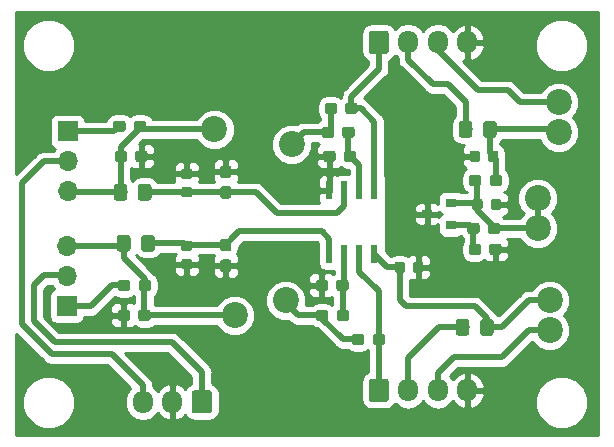
<source format=gbr>
G04 #@! TF.GenerationSoftware,KiCad,Pcbnew,(5.0.1)-3*
G04 #@! TF.CreationDate,2020-03-15T12:24:32-04:00*
G04 #@! TF.ProjectId,viparspectra-adapter,7669706172737065637472612D616461,rev?*
G04 #@! TF.SameCoordinates,Original*
G04 #@! TF.FileFunction,Copper,L1,Top,Signal*
G04 #@! TF.FilePolarity,Positive*
%FSLAX46Y46*%
G04 Gerber Fmt 4.6, Leading zero omitted, Abs format (unit mm)*
G04 Created by KiCad (PCBNEW (5.0.1)-3) date 3/15/2020 12:24:32 PM*
%MOMM*%
%LPD*%
G01*
G04 APERTURE LIST*
G04 #@! TA.AperFunction,Conductor*
%ADD10C,0.100000*%
G04 #@! TD*
G04 #@! TA.AperFunction,SMDPad,CuDef*
%ADD11C,0.875000*%
G04 #@! TD*
G04 #@! TA.AperFunction,SMDPad,CuDef*
%ADD12R,0.900000X0.800000*%
G04 #@! TD*
G04 #@! TA.AperFunction,SMDPad,CuDef*
%ADD13C,0.950000*%
G04 #@! TD*
G04 #@! TA.AperFunction,SMDPad,CuDef*
%ADD14R,0.600000X1.550000*%
G04 #@! TD*
G04 #@! TA.AperFunction,ComponentPad*
%ADD15C,1.700000*%
G04 #@! TD*
G04 #@! TA.AperFunction,ComponentPad*
%ADD16O,1.700000X1.950000*%
G04 #@! TD*
G04 #@! TA.AperFunction,SMDPad,CuDef*
%ADD17C,1.150000*%
G04 #@! TD*
G04 #@! TA.AperFunction,ComponentPad*
%ADD18O,1.700000X1.700000*%
G04 #@! TD*
G04 #@! TA.AperFunction,ComponentPad*
%ADD19R,1.700000X1.700000*%
G04 #@! TD*
G04 #@! TA.AperFunction,ViaPad*
%ADD20C,2.200000*%
G04 #@! TD*
G04 #@! TA.AperFunction,Conductor*
%ADD21C,0.500000*%
G04 #@! TD*
G04 #@! TA.AperFunction,Conductor*
%ADD22C,0.254000*%
G04 #@! TD*
G04 APERTURE END LIST*
D10*
G04 #@! TO.N,/Vref*
G04 #@! TO.C,C1*
G36*
X146772691Y-92998053D02*
X146793926Y-93001203D01*
X146814750Y-93006419D01*
X146834962Y-93013651D01*
X146854368Y-93022830D01*
X146872781Y-93033866D01*
X146890024Y-93046654D01*
X146905930Y-93061070D01*
X146920346Y-93076976D01*
X146933134Y-93094219D01*
X146944170Y-93112632D01*
X146953349Y-93132038D01*
X146960581Y-93152250D01*
X146965797Y-93173074D01*
X146968947Y-93194309D01*
X146970000Y-93215750D01*
X146970000Y-93728250D01*
X146968947Y-93749691D01*
X146965797Y-93770926D01*
X146960581Y-93791750D01*
X146953349Y-93811962D01*
X146944170Y-93831368D01*
X146933134Y-93849781D01*
X146920346Y-93867024D01*
X146905930Y-93882930D01*
X146890024Y-93897346D01*
X146872781Y-93910134D01*
X146854368Y-93921170D01*
X146834962Y-93930349D01*
X146814750Y-93937581D01*
X146793926Y-93942797D01*
X146772691Y-93945947D01*
X146751250Y-93947000D01*
X146313750Y-93947000D01*
X146292309Y-93945947D01*
X146271074Y-93942797D01*
X146250250Y-93937581D01*
X146230038Y-93930349D01*
X146210632Y-93921170D01*
X146192219Y-93910134D01*
X146174976Y-93897346D01*
X146159070Y-93882930D01*
X146144654Y-93867024D01*
X146131866Y-93849781D01*
X146120830Y-93831368D01*
X146111651Y-93811962D01*
X146104419Y-93791750D01*
X146099203Y-93770926D01*
X146096053Y-93749691D01*
X146095000Y-93728250D01*
X146095000Y-93215750D01*
X146096053Y-93194309D01*
X146099203Y-93173074D01*
X146104419Y-93152250D01*
X146111651Y-93132038D01*
X146120830Y-93112632D01*
X146131866Y-93094219D01*
X146144654Y-93076976D01*
X146159070Y-93061070D01*
X146174976Y-93046654D01*
X146192219Y-93033866D01*
X146210632Y-93022830D01*
X146230038Y-93013651D01*
X146250250Y-93006419D01*
X146271074Y-93001203D01*
X146292309Y-92998053D01*
X146313750Y-92997000D01*
X146751250Y-92997000D01*
X146772691Y-92998053D01*
X146772691Y-92998053D01*
G37*
D11*
G04 #@! TD*
G04 #@! TO.P,C1,1*
G04 #@! TO.N,/Vref*
X146532500Y-93472000D03*
D10*
G04 #@! TO.N,GND*
G04 #@! TO.C,C1*
G36*
X148347691Y-92998053D02*
X148368926Y-93001203D01*
X148389750Y-93006419D01*
X148409962Y-93013651D01*
X148429368Y-93022830D01*
X148447781Y-93033866D01*
X148465024Y-93046654D01*
X148480930Y-93061070D01*
X148495346Y-93076976D01*
X148508134Y-93094219D01*
X148519170Y-93112632D01*
X148528349Y-93132038D01*
X148535581Y-93152250D01*
X148540797Y-93173074D01*
X148543947Y-93194309D01*
X148545000Y-93215750D01*
X148545000Y-93728250D01*
X148543947Y-93749691D01*
X148540797Y-93770926D01*
X148535581Y-93791750D01*
X148528349Y-93811962D01*
X148519170Y-93831368D01*
X148508134Y-93849781D01*
X148495346Y-93867024D01*
X148480930Y-93882930D01*
X148465024Y-93897346D01*
X148447781Y-93910134D01*
X148429368Y-93921170D01*
X148409962Y-93930349D01*
X148389750Y-93937581D01*
X148368926Y-93942797D01*
X148347691Y-93945947D01*
X148326250Y-93947000D01*
X147888750Y-93947000D01*
X147867309Y-93945947D01*
X147846074Y-93942797D01*
X147825250Y-93937581D01*
X147805038Y-93930349D01*
X147785632Y-93921170D01*
X147767219Y-93910134D01*
X147749976Y-93897346D01*
X147734070Y-93882930D01*
X147719654Y-93867024D01*
X147706866Y-93849781D01*
X147695830Y-93831368D01*
X147686651Y-93811962D01*
X147679419Y-93791750D01*
X147674203Y-93770926D01*
X147671053Y-93749691D01*
X147670000Y-93728250D01*
X147670000Y-93215750D01*
X147671053Y-93194309D01*
X147674203Y-93173074D01*
X147679419Y-93152250D01*
X147686651Y-93132038D01*
X147695830Y-93112632D01*
X147706866Y-93094219D01*
X147719654Y-93076976D01*
X147734070Y-93061070D01*
X147749976Y-93046654D01*
X147767219Y-93033866D01*
X147785632Y-93022830D01*
X147805038Y-93013651D01*
X147825250Y-93006419D01*
X147846074Y-93001203D01*
X147867309Y-92998053D01*
X147888750Y-92997000D01*
X148326250Y-92997000D01*
X148347691Y-92998053D01*
X148347691Y-92998053D01*
G37*
D11*
G04 #@! TD*
G04 #@! TO.P,C1,2*
G04 #@! TO.N,GND*
X148107500Y-93472000D03*
D12*
G04 #@! TO.P,D1,1*
G04 #@! TO.N,Net-(D1-Pad1)*
X144272000Y-95250000D03*
G04 #@! TO.P,D1,2*
G04 #@! TO.N,/Vref*
X144272000Y-93350000D03*
G04 #@! TO.P,D1,3*
G04 #@! TO.N,GND*
X142272000Y-94300000D03*
G04 #@! TD*
D10*
G04 #@! TO.N,GND*
G04 #@! TO.C,R13*
G36*
X134309779Y-88934144D02*
X134332834Y-88937563D01*
X134355443Y-88943227D01*
X134377387Y-88951079D01*
X134398457Y-88961044D01*
X134418448Y-88973026D01*
X134437168Y-88986910D01*
X134454438Y-89002562D01*
X134470090Y-89019832D01*
X134483974Y-89038552D01*
X134495956Y-89058543D01*
X134505921Y-89079613D01*
X134513773Y-89101557D01*
X134519437Y-89124166D01*
X134522856Y-89147221D01*
X134524000Y-89170500D01*
X134524000Y-89645500D01*
X134522856Y-89668779D01*
X134519437Y-89691834D01*
X134513773Y-89714443D01*
X134505921Y-89736387D01*
X134495956Y-89757457D01*
X134483974Y-89777448D01*
X134470090Y-89796168D01*
X134454438Y-89813438D01*
X134437168Y-89829090D01*
X134418448Y-89842974D01*
X134398457Y-89854956D01*
X134377387Y-89864921D01*
X134355443Y-89872773D01*
X134332834Y-89878437D01*
X134309779Y-89881856D01*
X134286500Y-89883000D01*
X133711500Y-89883000D01*
X133688221Y-89881856D01*
X133665166Y-89878437D01*
X133642557Y-89872773D01*
X133620613Y-89864921D01*
X133599543Y-89854956D01*
X133579552Y-89842974D01*
X133560832Y-89829090D01*
X133543562Y-89813438D01*
X133527910Y-89796168D01*
X133514026Y-89777448D01*
X133502044Y-89757457D01*
X133492079Y-89736387D01*
X133484227Y-89714443D01*
X133478563Y-89691834D01*
X133475144Y-89668779D01*
X133474000Y-89645500D01*
X133474000Y-89170500D01*
X133475144Y-89147221D01*
X133478563Y-89124166D01*
X133484227Y-89101557D01*
X133492079Y-89079613D01*
X133502044Y-89058543D01*
X133514026Y-89038552D01*
X133527910Y-89019832D01*
X133543562Y-89002562D01*
X133560832Y-88986910D01*
X133579552Y-88973026D01*
X133599543Y-88961044D01*
X133620613Y-88951079D01*
X133642557Y-88943227D01*
X133665166Y-88937563D01*
X133688221Y-88934144D01*
X133711500Y-88933000D01*
X134286500Y-88933000D01*
X134309779Y-88934144D01*
X134309779Y-88934144D01*
G37*
D13*
G04 #@! TD*
G04 #@! TO.P,R13,2*
G04 #@! TO.N,GND*
X133999000Y-89408000D03*
D10*
G04 #@! TO.N,Net-(R12-Pad2)*
G04 #@! TO.C,R13*
G36*
X136059779Y-88934144D02*
X136082834Y-88937563D01*
X136105443Y-88943227D01*
X136127387Y-88951079D01*
X136148457Y-88961044D01*
X136168448Y-88973026D01*
X136187168Y-88986910D01*
X136204438Y-89002562D01*
X136220090Y-89019832D01*
X136233974Y-89038552D01*
X136245956Y-89058543D01*
X136255921Y-89079613D01*
X136263773Y-89101557D01*
X136269437Y-89124166D01*
X136272856Y-89147221D01*
X136274000Y-89170500D01*
X136274000Y-89645500D01*
X136272856Y-89668779D01*
X136269437Y-89691834D01*
X136263773Y-89714443D01*
X136255921Y-89736387D01*
X136245956Y-89757457D01*
X136233974Y-89777448D01*
X136220090Y-89796168D01*
X136204438Y-89813438D01*
X136187168Y-89829090D01*
X136168448Y-89842974D01*
X136148457Y-89854956D01*
X136127387Y-89864921D01*
X136105443Y-89872773D01*
X136082834Y-89878437D01*
X136059779Y-89881856D01*
X136036500Y-89883000D01*
X135461500Y-89883000D01*
X135438221Y-89881856D01*
X135415166Y-89878437D01*
X135392557Y-89872773D01*
X135370613Y-89864921D01*
X135349543Y-89854956D01*
X135329552Y-89842974D01*
X135310832Y-89829090D01*
X135293562Y-89813438D01*
X135277910Y-89796168D01*
X135264026Y-89777448D01*
X135252044Y-89757457D01*
X135242079Y-89736387D01*
X135234227Y-89714443D01*
X135228563Y-89691834D01*
X135225144Y-89668779D01*
X135224000Y-89645500D01*
X135224000Y-89170500D01*
X135225144Y-89147221D01*
X135228563Y-89124166D01*
X135234227Y-89101557D01*
X135242079Y-89079613D01*
X135252044Y-89058543D01*
X135264026Y-89038552D01*
X135277910Y-89019832D01*
X135293562Y-89002562D01*
X135310832Y-88986910D01*
X135329552Y-88973026D01*
X135349543Y-88961044D01*
X135370613Y-88951079D01*
X135392557Y-88943227D01*
X135415166Y-88937563D01*
X135438221Y-88934144D01*
X135461500Y-88933000D01*
X136036500Y-88933000D01*
X136059779Y-88934144D01*
X136059779Y-88934144D01*
G37*
D13*
G04 #@! TD*
G04 #@! TO.P,R13,1*
G04 #@! TO.N,Net-(R12-Pad2)*
X135749000Y-89408000D03*
D10*
G04 #@! TO.N,GND*
G04 #@! TO.C,R9*
G36*
X125482779Y-98141144D02*
X125505834Y-98144563D01*
X125528443Y-98150227D01*
X125550387Y-98158079D01*
X125571457Y-98168044D01*
X125591448Y-98180026D01*
X125610168Y-98193910D01*
X125627438Y-98209562D01*
X125643090Y-98226832D01*
X125656974Y-98245552D01*
X125668956Y-98265543D01*
X125678921Y-98286613D01*
X125686773Y-98308557D01*
X125692437Y-98331166D01*
X125695856Y-98354221D01*
X125697000Y-98377500D01*
X125697000Y-98952500D01*
X125695856Y-98975779D01*
X125692437Y-98998834D01*
X125686773Y-99021443D01*
X125678921Y-99043387D01*
X125668956Y-99064457D01*
X125656974Y-99084448D01*
X125643090Y-99103168D01*
X125627438Y-99120438D01*
X125610168Y-99136090D01*
X125591448Y-99149974D01*
X125571457Y-99161956D01*
X125550387Y-99171921D01*
X125528443Y-99179773D01*
X125505834Y-99185437D01*
X125482779Y-99188856D01*
X125459500Y-99190000D01*
X124984500Y-99190000D01*
X124961221Y-99188856D01*
X124938166Y-99185437D01*
X124915557Y-99179773D01*
X124893613Y-99171921D01*
X124872543Y-99161956D01*
X124852552Y-99149974D01*
X124833832Y-99136090D01*
X124816562Y-99120438D01*
X124800910Y-99103168D01*
X124787026Y-99084448D01*
X124775044Y-99064457D01*
X124765079Y-99043387D01*
X124757227Y-99021443D01*
X124751563Y-98998834D01*
X124748144Y-98975779D01*
X124747000Y-98952500D01*
X124747000Y-98377500D01*
X124748144Y-98354221D01*
X124751563Y-98331166D01*
X124757227Y-98308557D01*
X124765079Y-98286613D01*
X124775044Y-98265543D01*
X124787026Y-98245552D01*
X124800910Y-98226832D01*
X124816562Y-98209562D01*
X124833832Y-98193910D01*
X124852552Y-98180026D01*
X124872543Y-98168044D01*
X124893613Y-98158079D01*
X124915557Y-98150227D01*
X124938166Y-98144563D01*
X124961221Y-98141144D01*
X124984500Y-98140000D01*
X125459500Y-98140000D01*
X125482779Y-98141144D01*
X125482779Y-98141144D01*
G37*
D13*
G04 #@! TD*
G04 #@! TO.P,R9,2*
G04 #@! TO.N,GND*
X125222000Y-98665000D03*
D10*
G04 #@! TO.N,Net-(C4-Pad1)*
G04 #@! TO.C,R9*
G36*
X125482779Y-96391144D02*
X125505834Y-96394563D01*
X125528443Y-96400227D01*
X125550387Y-96408079D01*
X125571457Y-96418044D01*
X125591448Y-96430026D01*
X125610168Y-96443910D01*
X125627438Y-96459562D01*
X125643090Y-96476832D01*
X125656974Y-96495552D01*
X125668956Y-96515543D01*
X125678921Y-96536613D01*
X125686773Y-96558557D01*
X125692437Y-96581166D01*
X125695856Y-96604221D01*
X125697000Y-96627500D01*
X125697000Y-97202500D01*
X125695856Y-97225779D01*
X125692437Y-97248834D01*
X125686773Y-97271443D01*
X125678921Y-97293387D01*
X125668956Y-97314457D01*
X125656974Y-97334448D01*
X125643090Y-97353168D01*
X125627438Y-97370438D01*
X125610168Y-97386090D01*
X125591448Y-97399974D01*
X125571457Y-97411956D01*
X125550387Y-97421921D01*
X125528443Y-97429773D01*
X125505834Y-97435437D01*
X125482779Y-97438856D01*
X125459500Y-97440000D01*
X124984500Y-97440000D01*
X124961221Y-97438856D01*
X124938166Y-97435437D01*
X124915557Y-97429773D01*
X124893613Y-97421921D01*
X124872543Y-97411956D01*
X124852552Y-97399974D01*
X124833832Y-97386090D01*
X124816562Y-97370438D01*
X124800910Y-97353168D01*
X124787026Y-97334448D01*
X124775044Y-97314457D01*
X124765079Y-97293387D01*
X124757227Y-97271443D01*
X124751563Y-97248834D01*
X124748144Y-97225779D01*
X124747000Y-97202500D01*
X124747000Y-96627500D01*
X124748144Y-96604221D01*
X124751563Y-96581166D01*
X124757227Y-96558557D01*
X124765079Y-96536613D01*
X124775044Y-96515543D01*
X124787026Y-96495552D01*
X124800910Y-96476832D01*
X124816562Y-96459562D01*
X124833832Y-96443910D01*
X124852552Y-96430026D01*
X124872543Y-96418044D01*
X124893613Y-96408079D01*
X124915557Y-96400227D01*
X124938166Y-96394563D01*
X124961221Y-96391144D01*
X124984500Y-96390000D01*
X125459500Y-96390000D01*
X125482779Y-96391144D01*
X125482779Y-96391144D01*
G37*
D13*
G04 #@! TD*
G04 #@! TO.P,R9,1*
G04 #@! TO.N,Net-(C4-Pad1)*
X125222000Y-96915000D03*
D14*
G04 #@! TO.P,U1,1*
G04 #@! TO.N,/ch1_enable*
X137795000Y-92296000D03*
G04 #@! TO.P,U1,2*
G04 #@! TO.N,Net-(R12-Pad2)*
X136525000Y-92296000D03*
G04 #@! TO.P,U1,3*
G04 #@! TO.N,Net-(C3-Pad1)*
X135255000Y-92296000D03*
G04 #@! TO.P,U1,4*
G04 #@! TO.N,GND*
X133985000Y-92296000D03*
G04 #@! TO.P,U1,5*
G04 #@! TO.N,Net-(C4-Pad1)*
X133985000Y-97696000D03*
G04 #@! TO.P,U1,6*
G04 #@! TO.N,Net-(R10-Pad2)*
X135255000Y-97696000D03*
G04 #@! TO.P,U1,7*
G04 #@! TO.N,/ch2_enable*
X136525000Y-97696000D03*
G04 #@! TO.P,U1,8*
G04 #@! TO.N,+12V*
X137795000Y-97696000D03*
G04 #@! TD*
D10*
G04 #@! TO.N,/ch1_input*
G04 #@! TO.C,J2*
G36*
X123824504Y-109226204D02*
X123848773Y-109229804D01*
X123872571Y-109235765D01*
X123895671Y-109244030D01*
X123917849Y-109254520D01*
X123938893Y-109267133D01*
X123958598Y-109281747D01*
X123976777Y-109298223D01*
X123993253Y-109316402D01*
X124007867Y-109336107D01*
X124020480Y-109357151D01*
X124030970Y-109379329D01*
X124039235Y-109402429D01*
X124045196Y-109426227D01*
X124048796Y-109450496D01*
X124050000Y-109475000D01*
X124050000Y-110925000D01*
X124048796Y-110949504D01*
X124045196Y-110973773D01*
X124039235Y-110997571D01*
X124030970Y-111020671D01*
X124020480Y-111042849D01*
X124007867Y-111063893D01*
X123993253Y-111083598D01*
X123976777Y-111101777D01*
X123958598Y-111118253D01*
X123938893Y-111132867D01*
X123917849Y-111145480D01*
X123895671Y-111155970D01*
X123872571Y-111164235D01*
X123848773Y-111170196D01*
X123824504Y-111173796D01*
X123800000Y-111175000D01*
X122600000Y-111175000D01*
X122575496Y-111173796D01*
X122551227Y-111170196D01*
X122527429Y-111164235D01*
X122504329Y-111155970D01*
X122482151Y-111145480D01*
X122461107Y-111132867D01*
X122441402Y-111118253D01*
X122423223Y-111101777D01*
X122406747Y-111083598D01*
X122392133Y-111063893D01*
X122379520Y-111042849D01*
X122369030Y-111020671D01*
X122360765Y-110997571D01*
X122354804Y-110973773D01*
X122351204Y-110949504D01*
X122350000Y-110925000D01*
X122350000Y-109475000D01*
X122351204Y-109450496D01*
X122354804Y-109426227D01*
X122360765Y-109402429D01*
X122369030Y-109379329D01*
X122379520Y-109357151D01*
X122392133Y-109336107D01*
X122406747Y-109316402D01*
X122423223Y-109298223D01*
X122441402Y-109281747D01*
X122461107Y-109267133D01*
X122482151Y-109254520D01*
X122504329Y-109244030D01*
X122527429Y-109235765D01*
X122551227Y-109229804D01*
X122575496Y-109226204D01*
X122600000Y-109225000D01*
X123800000Y-109225000D01*
X123824504Y-109226204D01*
X123824504Y-109226204D01*
G37*
D15*
G04 #@! TD*
G04 #@! TO.P,J2,1*
G04 #@! TO.N,/ch1_input*
X123200000Y-110200000D03*
D16*
G04 #@! TO.P,J2,2*
G04 #@! TO.N,GND*
X120700000Y-110200000D03*
G04 #@! TO.P,J2,3*
G04 #@! TO.N,/ch2_input*
X118200000Y-110200000D03*
G04 #@! TD*
D10*
G04 #@! TO.N,GND*
G04 #@! TO.C,C2*
G36*
X146544191Y-88934053D02*
X146565426Y-88937203D01*
X146586250Y-88942419D01*
X146606462Y-88949651D01*
X146625868Y-88958830D01*
X146644281Y-88969866D01*
X146661524Y-88982654D01*
X146677430Y-88997070D01*
X146691846Y-89012976D01*
X146704634Y-89030219D01*
X146715670Y-89048632D01*
X146724849Y-89068038D01*
X146732081Y-89088250D01*
X146737297Y-89109074D01*
X146740447Y-89130309D01*
X146741500Y-89151750D01*
X146741500Y-89664250D01*
X146740447Y-89685691D01*
X146737297Y-89706926D01*
X146732081Y-89727750D01*
X146724849Y-89747962D01*
X146715670Y-89767368D01*
X146704634Y-89785781D01*
X146691846Y-89803024D01*
X146677430Y-89818930D01*
X146661524Y-89833346D01*
X146644281Y-89846134D01*
X146625868Y-89857170D01*
X146606462Y-89866349D01*
X146586250Y-89873581D01*
X146565426Y-89878797D01*
X146544191Y-89881947D01*
X146522750Y-89883000D01*
X146085250Y-89883000D01*
X146063809Y-89881947D01*
X146042574Y-89878797D01*
X146021750Y-89873581D01*
X146001538Y-89866349D01*
X145982132Y-89857170D01*
X145963719Y-89846134D01*
X145946476Y-89833346D01*
X145930570Y-89818930D01*
X145916154Y-89803024D01*
X145903366Y-89785781D01*
X145892330Y-89767368D01*
X145883151Y-89747962D01*
X145875919Y-89727750D01*
X145870703Y-89706926D01*
X145867553Y-89685691D01*
X145866500Y-89664250D01*
X145866500Y-89151750D01*
X145867553Y-89130309D01*
X145870703Y-89109074D01*
X145875919Y-89088250D01*
X145883151Y-89068038D01*
X145892330Y-89048632D01*
X145903366Y-89030219D01*
X145916154Y-89012976D01*
X145930570Y-88997070D01*
X145946476Y-88982654D01*
X145963719Y-88969866D01*
X145982132Y-88958830D01*
X146001538Y-88949651D01*
X146021750Y-88942419D01*
X146042574Y-88937203D01*
X146063809Y-88934053D01*
X146085250Y-88933000D01*
X146522750Y-88933000D01*
X146544191Y-88934053D01*
X146544191Y-88934053D01*
G37*
D11*
G04 #@! TD*
G04 #@! TO.P,C2,2*
G04 #@! TO.N,GND*
X146304000Y-89408000D03*
D10*
G04 #@! TO.N,+12V*
G04 #@! TO.C,C2*
G36*
X148119191Y-88934053D02*
X148140426Y-88937203D01*
X148161250Y-88942419D01*
X148181462Y-88949651D01*
X148200868Y-88958830D01*
X148219281Y-88969866D01*
X148236524Y-88982654D01*
X148252430Y-88997070D01*
X148266846Y-89012976D01*
X148279634Y-89030219D01*
X148290670Y-89048632D01*
X148299849Y-89068038D01*
X148307081Y-89088250D01*
X148312297Y-89109074D01*
X148315447Y-89130309D01*
X148316500Y-89151750D01*
X148316500Y-89664250D01*
X148315447Y-89685691D01*
X148312297Y-89706926D01*
X148307081Y-89727750D01*
X148299849Y-89747962D01*
X148290670Y-89767368D01*
X148279634Y-89785781D01*
X148266846Y-89803024D01*
X148252430Y-89818930D01*
X148236524Y-89833346D01*
X148219281Y-89846134D01*
X148200868Y-89857170D01*
X148181462Y-89866349D01*
X148161250Y-89873581D01*
X148140426Y-89878797D01*
X148119191Y-89881947D01*
X148097750Y-89883000D01*
X147660250Y-89883000D01*
X147638809Y-89881947D01*
X147617574Y-89878797D01*
X147596750Y-89873581D01*
X147576538Y-89866349D01*
X147557132Y-89857170D01*
X147538719Y-89846134D01*
X147521476Y-89833346D01*
X147505570Y-89818930D01*
X147491154Y-89803024D01*
X147478366Y-89785781D01*
X147467330Y-89767368D01*
X147458151Y-89747962D01*
X147450919Y-89727750D01*
X147445703Y-89706926D01*
X147442553Y-89685691D01*
X147441500Y-89664250D01*
X147441500Y-89151750D01*
X147442553Y-89130309D01*
X147445703Y-89109074D01*
X147450919Y-89088250D01*
X147458151Y-89068038D01*
X147467330Y-89048632D01*
X147478366Y-89030219D01*
X147491154Y-89012976D01*
X147505570Y-88997070D01*
X147521476Y-88982654D01*
X147538719Y-88969866D01*
X147557132Y-88958830D01*
X147576538Y-88949651D01*
X147596750Y-88942419D01*
X147617574Y-88937203D01*
X147638809Y-88934053D01*
X147660250Y-88933000D01*
X148097750Y-88933000D01*
X148119191Y-88934053D01*
X148119191Y-88934053D01*
G37*
D11*
G04 #@! TD*
G04 #@! TO.P,C2,1*
G04 #@! TO.N,+12V*
X147879000Y-89408000D03*
D10*
G04 #@! TO.N,Net-(C3-Pad1)*
G04 #@! TO.C,C3*
G36*
X122197691Y-92019553D02*
X122218926Y-92022703D01*
X122239750Y-92027919D01*
X122259962Y-92035151D01*
X122279368Y-92044330D01*
X122297781Y-92055366D01*
X122315024Y-92068154D01*
X122330930Y-92082570D01*
X122345346Y-92098476D01*
X122358134Y-92115719D01*
X122369170Y-92134132D01*
X122378349Y-92153538D01*
X122385581Y-92173750D01*
X122390797Y-92194574D01*
X122393947Y-92215809D01*
X122395000Y-92237250D01*
X122395000Y-92674750D01*
X122393947Y-92696191D01*
X122390797Y-92717426D01*
X122385581Y-92738250D01*
X122378349Y-92758462D01*
X122369170Y-92777868D01*
X122358134Y-92796281D01*
X122345346Y-92813524D01*
X122330930Y-92829430D01*
X122315024Y-92843846D01*
X122297781Y-92856634D01*
X122279368Y-92867670D01*
X122259962Y-92876849D01*
X122239750Y-92884081D01*
X122218926Y-92889297D01*
X122197691Y-92892447D01*
X122176250Y-92893500D01*
X121663750Y-92893500D01*
X121642309Y-92892447D01*
X121621074Y-92889297D01*
X121600250Y-92884081D01*
X121580038Y-92876849D01*
X121560632Y-92867670D01*
X121542219Y-92856634D01*
X121524976Y-92843846D01*
X121509070Y-92829430D01*
X121494654Y-92813524D01*
X121481866Y-92796281D01*
X121470830Y-92777868D01*
X121461651Y-92758462D01*
X121454419Y-92738250D01*
X121449203Y-92717426D01*
X121446053Y-92696191D01*
X121445000Y-92674750D01*
X121445000Y-92237250D01*
X121446053Y-92215809D01*
X121449203Y-92194574D01*
X121454419Y-92173750D01*
X121461651Y-92153538D01*
X121470830Y-92134132D01*
X121481866Y-92115719D01*
X121494654Y-92098476D01*
X121509070Y-92082570D01*
X121524976Y-92068154D01*
X121542219Y-92055366D01*
X121560632Y-92044330D01*
X121580038Y-92035151D01*
X121600250Y-92027919D01*
X121621074Y-92022703D01*
X121642309Y-92019553D01*
X121663750Y-92018500D01*
X122176250Y-92018500D01*
X122197691Y-92019553D01*
X122197691Y-92019553D01*
G37*
D11*
G04 #@! TD*
G04 #@! TO.P,C3,1*
G04 #@! TO.N,Net-(C3-Pad1)*
X121920000Y-92456000D03*
D10*
G04 #@! TO.N,GND*
G04 #@! TO.C,C3*
G36*
X122197691Y-90444553D02*
X122218926Y-90447703D01*
X122239750Y-90452919D01*
X122259962Y-90460151D01*
X122279368Y-90469330D01*
X122297781Y-90480366D01*
X122315024Y-90493154D01*
X122330930Y-90507570D01*
X122345346Y-90523476D01*
X122358134Y-90540719D01*
X122369170Y-90559132D01*
X122378349Y-90578538D01*
X122385581Y-90598750D01*
X122390797Y-90619574D01*
X122393947Y-90640809D01*
X122395000Y-90662250D01*
X122395000Y-91099750D01*
X122393947Y-91121191D01*
X122390797Y-91142426D01*
X122385581Y-91163250D01*
X122378349Y-91183462D01*
X122369170Y-91202868D01*
X122358134Y-91221281D01*
X122345346Y-91238524D01*
X122330930Y-91254430D01*
X122315024Y-91268846D01*
X122297781Y-91281634D01*
X122279368Y-91292670D01*
X122259962Y-91301849D01*
X122239750Y-91309081D01*
X122218926Y-91314297D01*
X122197691Y-91317447D01*
X122176250Y-91318500D01*
X121663750Y-91318500D01*
X121642309Y-91317447D01*
X121621074Y-91314297D01*
X121600250Y-91309081D01*
X121580038Y-91301849D01*
X121560632Y-91292670D01*
X121542219Y-91281634D01*
X121524976Y-91268846D01*
X121509070Y-91254430D01*
X121494654Y-91238524D01*
X121481866Y-91221281D01*
X121470830Y-91202868D01*
X121461651Y-91183462D01*
X121454419Y-91163250D01*
X121449203Y-91142426D01*
X121446053Y-91121191D01*
X121445000Y-91099750D01*
X121445000Y-90662250D01*
X121446053Y-90640809D01*
X121449203Y-90619574D01*
X121454419Y-90598750D01*
X121461651Y-90578538D01*
X121470830Y-90559132D01*
X121481866Y-90540719D01*
X121494654Y-90523476D01*
X121509070Y-90507570D01*
X121524976Y-90493154D01*
X121542219Y-90480366D01*
X121560632Y-90469330D01*
X121580038Y-90460151D01*
X121600250Y-90452919D01*
X121621074Y-90447703D01*
X121642309Y-90444553D01*
X121663750Y-90443500D01*
X122176250Y-90443500D01*
X122197691Y-90444553D01*
X122197691Y-90444553D01*
G37*
D11*
G04 #@! TD*
G04 #@! TO.P,C3,2*
G04 #@! TO.N,GND*
X121920000Y-90881000D03*
D10*
G04 #@! TO.N,GND*
G04 #@! TO.C,C4*
G36*
X122197691Y-98115553D02*
X122218926Y-98118703D01*
X122239750Y-98123919D01*
X122259962Y-98131151D01*
X122279368Y-98140330D01*
X122297781Y-98151366D01*
X122315024Y-98164154D01*
X122330930Y-98178570D01*
X122345346Y-98194476D01*
X122358134Y-98211719D01*
X122369170Y-98230132D01*
X122378349Y-98249538D01*
X122385581Y-98269750D01*
X122390797Y-98290574D01*
X122393947Y-98311809D01*
X122395000Y-98333250D01*
X122395000Y-98770750D01*
X122393947Y-98792191D01*
X122390797Y-98813426D01*
X122385581Y-98834250D01*
X122378349Y-98854462D01*
X122369170Y-98873868D01*
X122358134Y-98892281D01*
X122345346Y-98909524D01*
X122330930Y-98925430D01*
X122315024Y-98939846D01*
X122297781Y-98952634D01*
X122279368Y-98963670D01*
X122259962Y-98972849D01*
X122239750Y-98980081D01*
X122218926Y-98985297D01*
X122197691Y-98988447D01*
X122176250Y-98989500D01*
X121663750Y-98989500D01*
X121642309Y-98988447D01*
X121621074Y-98985297D01*
X121600250Y-98980081D01*
X121580038Y-98972849D01*
X121560632Y-98963670D01*
X121542219Y-98952634D01*
X121524976Y-98939846D01*
X121509070Y-98925430D01*
X121494654Y-98909524D01*
X121481866Y-98892281D01*
X121470830Y-98873868D01*
X121461651Y-98854462D01*
X121454419Y-98834250D01*
X121449203Y-98813426D01*
X121446053Y-98792191D01*
X121445000Y-98770750D01*
X121445000Y-98333250D01*
X121446053Y-98311809D01*
X121449203Y-98290574D01*
X121454419Y-98269750D01*
X121461651Y-98249538D01*
X121470830Y-98230132D01*
X121481866Y-98211719D01*
X121494654Y-98194476D01*
X121509070Y-98178570D01*
X121524976Y-98164154D01*
X121542219Y-98151366D01*
X121560632Y-98140330D01*
X121580038Y-98131151D01*
X121600250Y-98123919D01*
X121621074Y-98118703D01*
X121642309Y-98115553D01*
X121663750Y-98114500D01*
X122176250Y-98114500D01*
X122197691Y-98115553D01*
X122197691Y-98115553D01*
G37*
D11*
G04 #@! TD*
G04 #@! TO.P,C4,2*
G04 #@! TO.N,GND*
X121920000Y-98552000D03*
D10*
G04 #@! TO.N,Net-(C4-Pad1)*
G04 #@! TO.C,C4*
G36*
X122197691Y-96540553D02*
X122218926Y-96543703D01*
X122239750Y-96548919D01*
X122259962Y-96556151D01*
X122279368Y-96565330D01*
X122297781Y-96576366D01*
X122315024Y-96589154D01*
X122330930Y-96603570D01*
X122345346Y-96619476D01*
X122358134Y-96636719D01*
X122369170Y-96655132D01*
X122378349Y-96674538D01*
X122385581Y-96694750D01*
X122390797Y-96715574D01*
X122393947Y-96736809D01*
X122395000Y-96758250D01*
X122395000Y-97195750D01*
X122393947Y-97217191D01*
X122390797Y-97238426D01*
X122385581Y-97259250D01*
X122378349Y-97279462D01*
X122369170Y-97298868D01*
X122358134Y-97317281D01*
X122345346Y-97334524D01*
X122330930Y-97350430D01*
X122315024Y-97364846D01*
X122297781Y-97377634D01*
X122279368Y-97388670D01*
X122259962Y-97397849D01*
X122239750Y-97405081D01*
X122218926Y-97410297D01*
X122197691Y-97413447D01*
X122176250Y-97414500D01*
X121663750Y-97414500D01*
X121642309Y-97413447D01*
X121621074Y-97410297D01*
X121600250Y-97405081D01*
X121580038Y-97397849D01*
X121560632Y-97388670D01*
X121542219Y-97377634D01*
X121524976Y-97364846D01*
X121509070Y-97350430D01*
X121494654Y-97334524D01*
X121481866Y-97317281D01*
X121470830Y-97298868D01*
X121461651Y-97279462D01*
X121454419Y-97259250D01*
X121449203Y-97238426D01*
X121446053Y-97217191D01*
X121445000Y-97195750D01*
X121445000Y-96758250D01*
X121446053Y-96736809D01*
X121449203Y-96715574D01*
X121454419Y-96694750D01*
X121461651Y-96674538D01*
X121470830Y-96655132D01*
X121481866Y-96636719D01*
X121494654Y-96619476D01*
X121509070Y-96603570D01*
X121524976Y-96589154D01*
X121542219Y-96576366D01*
X121560632Y-96565330D01*
X121580038Y-96556151D01*
X121600250Y-96548919D01*
X121621074Y-96543703D01*
X121642309Y-96540553D01*
X121663750Y-96539500D01*
X122176250Y-96539500D01*
X122197691Y-96540553D01*
X122197691Y-96540553D01*
G37*
D11*
G04 #@! TD*
G04 #@! TO.P,C4,1*
G04 #@! TO.N,Net-(C4-Pad1)*
X121920000Y-96977000D03*
D10*
G04 #@! TO.N,+12V*
G04 #@! TO.C,C5*
G36*
X140194191Y-98332053D02*
X140215426Y-98335203D01*
X140236250Y-98340419D01*
X140256462Y-98347651D01*
X140275868Y-98356830D01*
X140294281Y-98367866D01*
X140311524Y-98380654D01*
X140327430Y-98395070D01*
X140341846Y-98410976D01*
X140354634Y-98428219D01*
X140365670Y-98446632D01*
X140374849Y-98466038D01*
X140382081Y-98486250D01*
X140387297Y-98507074D01*
X140390447Y-98528309D01*
X140391500Y-98549750D01*
X140391500Y-99062250D01*
X140390447Y-99083691D01*
X140387297Y-99104926D01*
X140382081Y-99125750D01*
X140374849Y-99145962D01*
X140365670Y-99165368D01*
X140354634Y-99183781D01*
X140341846Y-99201024D01*
X140327430Y-99216930D01*
X140311524Y-99231346D01*
X140294281Y-99244134D01*
X140275868Y-99255170D01*
X140256462Y-99264349D01*
X140236250Y-99271581D01*
X140215426Y-99276797D01*
X140194191Y-99279947D01*
X140172750Y-99281000D01*
X139735250Y-99281000D01*
X139713809Y-99279947D01*
X139692574Y-99276797D01*
X139671750Y-99271581D01*
X139651538Y-99264349D01*
X139632132Y-99255170D01*
X139613719Y-99244134D01*
X139596476Y-99231346D01*
X139580570Y-99216930D01*
X139566154Y-99201024D01*
X139553366Y-99183781D01*
X139542330Y-99165368D01*
X139533151Y-99145962D01*
X139525919Y-99125750D01*
X139520703Y-99104926D01*
X139517553Y-99083691D01*
X139516500Y-99062250D01*
X139516500Y-98549750D01*
X139517553Y-98528309D01*
X139520703Y-98507074D01*
X139525919Y-98486250D01*
X139533151Y-98466038D01*
X139542330Y-98446632D01*
X139553366Y-98428219D01*
X139566154Y-98410976D01*
X139580570Y-98395070D01*
X139596476Y-98380654D01*
X139613719Y-98367866D01*
X139632132Y-98356830D01*
X139651538Y-98347651D01*
X139671750Y-98340419D01*
X139692574Y-98335203D01*
X139713809Y-98332053D01*
X139735250Y-98331000D01*
X140172750Y-98331000D01*
X140194191Y-98332053D01*
X140194191Y-98332053D01*
G37*
D11*
G04 #@! TD*
G04 #@! TO.P,C5,1*
G04 #@! TO.N,+12V*
X139954000Y-98806000D03*
D10*
G04 #@! TO.N,GND*
G04 #@! TO.C,C5*
G36*
X141769191Y-98332053D02*
X141790426Y-98335203D01*
X141811250Y-98340419D01*
X141831462Y-98347651D01*
X141850868Y-98356830D01*
X141869281Y-98367866D01*
X141886524Y-98380654D01*
X141902430Y-98395070D01*
X141916846Y-98410976D01*
X141929634Y-98428219D01*
X141940670Y-98446632D01*
X141949849Y-98466038D01*
X141957081Y-98486250D01*
X141962297Y-98507074D01*
X141965447Y-98528309D01*
X141966500Y-98549750D01*
X141966500Y-99062250D01*
X141965447Y-99083691D01*
X141962297Y-99104926D01*
X141957081Y-99125750D01*
X141949849Y-99145962D01*
X141940670Y-99165368D01*
X141929634Y-99183781D01*
X141916846Y-99201024D01*
X141902430Y-99216930D01*
X141886524Y-99231346D01*
X141869281Y-99244134D01*
X141850868Y-99255170D01*
X141831462Y-99264349D01*
X141811250Y-99271581D01*
X141790426Y-99276797D01*
X141769191Y-99279947D01*
X141747750Y-99281000D01*
X141310250Y-99281000D01*
X141288809Y-99279947D01*
X141267574Y-99276797D01*
X141246750Y-99271581D01*
X141226538Y-99264349D01*
X141207132Y-99255170D01*
X141188719Y-99244134D01*
X141171476Y-99231346D01*
X141155570Y-99216930D01*
X141141154Y-99201024D01*
X141128366Y-99183781D01*
X141117330Y-99165368D01*
X141108151Y-99145962D01*
X141100919Y-99125750D01*
X141095703Y-99104926D01*
X141092553Y-99083691D01*
X141091500Y-99062250D01*
X141091500Y-98549750D01*
X141092553Y-98528309D01*
X141095703Y-98507074D01*
X141100919Y-98486250D01*
X141108151Y-98466038D01*
X141117330Y-98446632D01*
X141128366Y-98428219D01*
X141141154Y-98410976D01*
X141155570Y-98395070D01*
X141171476Y-98380654D01*
X141188719Y-98367866D01*
X141207132Y-98356830D01*
X141226538Y-98347651D01*
X141246750Y-98340419D01*
X141267574Y-98335203D01*
X141288809Y-98332053D01*
X141310250Y-98331000D01*
X141747750Y-98331000D01*
X141769191Y-98332053D01*
X141769191Y-98332053D01*
G37*
D11*
G04 #@! TD*
G04 #@! TO.P,C5,2*
G04 #@! TO.N,GND*
X141529000Y-98806000D03*
D10*
G04 #@! TO.N,Net-(C3-Pad1)*
G04 #@! TO.C,D2*
G36*
X118713505Y-91757204D02*
X118737773Y-91760804D01*
X118761572Y-91766765D01*
X118784671Y-91775030D01*
X118806850Y-91785520D01*
X118827893Y-91798132D01*
X118847599Y-91812747D01*
X118865777Y-91829223D01*
X118882253Y-91847401D01*
X118896868Y-91867107D01*
X118909480Y-91888150D01*
X118919970Y-91910329D01*
X118928235Y-91933428D01*
X118934196Y-91957227D01*
X118937796Y-91981495D01*
X118939000Y-92005999D01*
X118939000Y-92906001D01*
X118937796Y-92930505D01*
X118934196Y-92954773D01*
X118928235Y-92978572D01*
X118919970Y-93001671D01*
X118909480Y-93023850D01*
X118896868Y-93044893D01*
X118882253Y-93064599D01*
X118865777Y-93082777D01*
X118847599Y-93099253D01*
X118827893Y-93113868D01*
X118806850Y-93126480D01*
X118784671Y-93136970D01*
X118761572Y-93145235D01*
X118737773Y-93151196D01*
X118713505Y-93154796D01*
X118689001Y-93156000D01*
X118038999Y-93156000D01*
X118014495Y-93154796D01*
X117990227Y-93151196D01*
X117966428Y-93145235D01*
X117943329Y-93136970D01*
X117921150Y-93126480D01*
X117900107Y-93113868D01*
X117880401Y-93099253D01*
X117862223Y-93082777D01*
X117845747Y-93064599D01*
X117831132Y-93044893D01*
X117818520Y-93023850D01*
X117808030Y-93001671D01*
X117799765Y-92978572D01*
X117793804Y-92954773D01*
X117790204Y-92930505D01*
X117789000Y-92906001D01*
X117789000Y-92005999D01*
X117790204Y-91981495D01*
X117793804Y-91957227D01*
X117799765Y-91933428D01*
X117808030Y-91910329D01*
X117818520Y-91888150D01*
X117831132Y-91867107D01*
X117845747Y-91847401D01*
X117862223Y-91829223D01*
X117880401Y-91812747D01*
X117900107Y-91798132D01*
X117921150Y-91785520D01*
X117943329Y-91775030D01*
X117966428Y-91766765D01*
X117990227Y-91760804D01*
X118014495Y-91757204D01*
X118038999Y-91756000D01*
X118689001Y-91756000D01*
X118713505Y-91757204D01*
X118713505Y-91757204D01*
G37*
D17*
G04 #@! TD*
G04 #@! TO.P,D2,1*
G04 #@! TO.N,Net-(C3-Pad1)*
X118364000Y-92456000D03*
D10*
G04 #@! TO.N,/ch2_output*
G04 #@! TO.C,D2*
G36*
X116663505Y-91757204D02*
X116687773Y-91760804D01*
X116711572Y-91766765D01*
X116734671Y-91775030D01*
X116756850Y-91785520D01*
X116777893Y-91798132D01*
X116797599Y-91812747D01*
X116815777Y-91829223D01*
X116832253Y-91847401D01*
X116846868Y-91867107D01*
X116859480Y-91888150D01*
X116869970Y-91910329D01*
X116878235Y-91933428D01*
X116884196Y-91957227D01*
X116887796Y-91981495D01*
X116889000Y-92005999D01*
X116889000Y-92906001D01*
X116887796Y-92930505D01*
X116884196Y-92954773D01*
X116878235Y-92978572D01*
X116869970Y-93001671D01*
X116859480Y-93023850D01*
X116846868Y-93044893D01*
X116832253Y-93064599D01*
X116815777Y-93082777D01*
X116797599Y-93099253D01*
X116777893Y-93113868D01*
X116756850Y-93126480D01*
X116734671Y-93136970D01*
X116711572Y-93145235D01*
X116687773Y-93151196D01*
X116663505Y-93154796D01*
X116639001Y-93156000D01*
X115988999Y-93156000D01*
X115964495Y-93154796D01*
X115940227Y-93151196D01*
X115916428Y-93145235D01*
X115893329Y-93136970D01*
X115871150Y-93126480D01*
X115850107Y-93113868D01*
X115830401Y-93099253D01*
X115812223Y-93082777D01*
X115795747Y-93064599D01*
X115781132Y-93044893D01*
X115768520Y-93023850D01*
X115758030Y-93001671D01*
X115749765Y-92978572D01*
X115743804Y-92954773D01*
X115740204Y-92930505D01*
X115739000Y-92906001D01*
X115739000Y-92005999D01*
X115740204Y-91981495D01*
X115743804Y-91957227D01*
X115749765Y-91933428D01*
X115758030Y-91910329D01*
X115768520Y-91888150D01*
X115781132Y-91867107D01*
X115795747Y-91847401D01*
X115812223Y-91829223D01*
X115830401Y-91812747D01*
X115850107Y-91798132D01*
X115871150Y-91785520D01*
X115893329Y-91775030D01*
X115916428Y-91766765D01*
X115940227Y-91760804D01*
X115964495Y-91757204D01*
X115988999Y-91756000D01*
X116639001Y-91756000D01*
X116663505Y-91757204D01*
X116663505Y-91757204D01*
G37*
D17*
G04 #@! TD*
G04 #@! TO.P,D2,2*
G04 #@! TO.N,/ch2_output*
X116314000Y-92456000D03*
D10*
G04 #@! TO.N,/ch1_output*
G04 #@! TO.C,D3*
G36*
X116935505Y-96075204D02*
X116959773Y-96078804D01*
X116983572Y-96084765D01*
X117006671Y-96093030D01*
X117028850Y-96103520D01*
X117049893Y-96116132D01*
X117069599Y-96130747D01*
X117087777Y-96147223D01*
X117104253Y-96165401D01*
X117118868Y-96185107D01*
X117131480Y-96206150D01*
X117141970Y-96228329D01*
X117150235Y-96251428D01*
X117156196Y-96275227D01*
X117159796Y-96299495D01*
X117161000Y-96323999D01*
X117161000Y-97224001D01*
X117159796Y-97248505D01*
X117156196Y-97272773D01*
X117150235Y-97296572D01*
X117141970Y-97319671D01*
X117131480Y-97341850D01*
X117118868Y-97362893D01*
X117104253Y-97382599D01*
X117087777Y-97400777D01*
X117069599Y-97417253D01*
X117049893Y-97431868D01*
X117028850Y-97444480D01*
X117006671Y-97454970D01*
X116983572Y-97463235D01*
X116959773Y-97469196D01*
X116935505Y-97472796D01*
X116911001Y-97474000D01*
X116260999Y-97474000D01*
X116236495Y-97472796D01*
X116212227Y-97469196D01*
X116188428Y-97463235D01*
X116165329Y-97454970D01*
X116143150Y-97444480D01*
X116122107Y-97431868D01*
X116102401Y-97417253D01*
X116084223Y-97400777D01*
X116067747Y-97382599D01*
X116053132Y-97362893D01*
X116040520Y-97341850D01*
X116030030Y-97319671D01*
X116021765Y-97296572D01*
X116015804Y-97272773D01*
X116012204Y-97248505D01*
X116011000Y-97224001D01*
X116011000Y-96323999D01*
X116012204Y-96299495D01*
X116015804Y-96275227D01*
X116021765Y-96251428D01*
X116030030Y-96228329D01*
X116040520Y-96206150D01*
X116053132Y-96185107D01*
X116067747Y-96165401D01*
X116084223Y-96147223D01*
X116102401Y-96130747D01*
X116122107Y-96116132D01*
X116143150Y-96103520D01*
X116165329Y-96093030D01*
X116188428Y-96084765D01*
X116212227Y-96078804D01*
X116236495Y-96075204D01*
X116260999Y-96074000D01*
X116911001Y-96074000D01*
X116935505Y-96075204D01*
X116935505Y-96075204D01*
G37*
D17*
G04 #@! TD*
G04 #@! TO.P,D3,2*
G04 #@! TO.N,/ch1_output*
X116586000Y-96774000D03*
D10*
G04 #@! TO.N,Net-(C4-Pad1)*
G04 #@! TO.C,D3*
G36*
X118985505Y-96075204D02*
X119009773Y-96078804D01*
X119033572Y-96084765D01*
X119056671Y-96093030D01*
X119078850Y-96103520D01*
X119099893Y-96116132D01*
X119119599Y-96130747D01*
X119137777Y-96147223D01*
X119154253Y-96165401D01*
X119168868Y-96185107D01*
X119181480Y-96206150D01*
X119191970Y-96228329D01*
X119200235Y-96251428D01*
X119206196Y-96275227D01*
X119209796Y-96299495D01*
X119211000Y-96323999D01*
X119211000Y-97224001D01*
X119209796Y-97248505D01*
X119206196Y-97272773D01*
X119200235Y-97296572D01*
X119191970Y-97319671D01*
X119181480Y-97341850D01*
X119168868Y-97362893D01*
X119154253Y-97382599D01*
X119137777Y-97400777D01*
X119119599Y-97417253D01*
X119099893Y-97431868D01*
X119078850Y-97444480D01*
X119056671Y-97454970D01*
X119033572Y-97463235D01*
X119009773Y-97469196D01*
X118985505Y-97472796D01*
X118961001Y-97474000D01*
X118310999Y-97474000D01*
X118286495Y-97472796D01*
X118262227Y-97469196D01*
X118238428Y-97463235D01*
X118215329Y-97454970D01*
X118193150Y-97444480D01*
X118172107Y-97431868D01*
X118152401Y-97417253D01*
X118134223Y-97400777D01*
X118117747Y-97382599D01*
X118103132Y-97362893D01*
X118090520Y-97341850D01*
X118080030Y-97319671D01*
X118071765Y-97296572D01*
X118065804Y-97272773D01*
X118062204Y-97248505D01*
X118061000Y-97224001D01*
X118061000Y-96323999D01*
X118062204Y-96299495D01*
X118065804Y-96275227D01*
X118071765Y-96251428D01*
X118080030Y-96228329D01*
X118090520Y-96206150D01*
X118103132Y-96185107D01*
X118117747Y-96165401D01*
X118134223Y-96147223D01*
X118152401Y-96130747D01*
X118172107Y-96116132D01*
X118193150Y-96103520D01*
X118215329Y-96093030D01*
X118238428Y-96084765D01*
X118262227Y-96078804D01*
X118286495Y-96075204D01*
X118310999Y-96074000D01*
X118961001Y-96074000D01*
X118985505Y-96075204D01*
X118985505Y-96075204D01*
G37*
D17*
G04 #@! TD*
G04 #@! TO.P,D3,1*
G04 #@! TO.N,Net-(C4-Pad1)*
X118636000Y-96774000D03*
D10*
G04 #@! TO.N,+12V*
G04 #@! TO.C,D4*
G36*
X147932505Y-86423204D02*
X147956773Y-86426804D01*
X147980572Y-86432765D01*
X148003671Y-86441030D01*
X148025850Y-86451520D01*
X148046893Y-86464132D01*
X148066599Y-86478747D01*
X148084777Y-86495223D01*
X148101253Y-86513401D01*
X148115868Y-86533107D01*
X148128480Y-86554150D01*
X148138970Y-86576329D01*
X148147235Y-86599428D01*
X148153196Y-86623227D01*
X148156796Y-86647495D01*
X148158000Y-86671999D01*
X148158000Y-87572001D01*
X148156796Y-87596505D01*
X148153196Y-87620773D01*
X148147235Y-87644572D01*
X148138970Y-87667671D01*
X148128480Y-87689850D01*
X148115868Y-87710893D01*
X148101253Y-87730599D01*
X148084777Y-87748777D01*
X148066599Y-87765253D01*
X148046893Y-87779868D01*
X148025850Y-87792480D01*
X148003671Y-87802970D01*
X147980572Y-87811235D01*
X147956773Y-87817196D01*
X147932505Y-87820796D01*
X147908001Y-87822000D01*
X147257999Y-87822000D01*
X147233495Y-87820796D01*
X147209227Y-87817196D01*
X147185428Y-87811235D01*
X147162329Y-87802970D01*
X147140150Y-87792480D01*
X147119107Y-87779868D01*
X147099401Y-87765253D01*
X147081223Y-87748777D01*
X147064747Y-87730599D01*
X147050132Y-87710893D01*
X147037520Y-87689850D01*
X147027030Y-87667671D01*
X147018765Y-87644572D01*
X147012804Y-87620773D01*
X147009204Y-87596505D01*
X147008000Y-87572001D01*
X147008000Y-86671999D01*
X147009204Y-86647495D01*
X147012804Y-86623227D01*
X147018765Y-86599428D01*
X147027030Y-86576329D01*
X147037520Y-86554150D01*
X147050132Y-86533107D01*
X147064747Y-86513401D01*
X147081223Y-86495223D01*
X147099401Y-86478747D01*
X147119107Y-86464132D01*
X147140150Y-86451520D01*
X147162329Y-86441030D01*
X147185428Y-86432765D01*
X147209227Y-86426804D01*
X147233495Y-86423204D01*
X147257999Y-86422000D01*
X147908001Y-86422000D01*
X147932505Y-86423204D01*
X147932505Y-86423204D01*
G37*
D17*
G04 #@! TD*
G04 #@! TO.P,D4,1*
G04 #@! TO.N,+12V*
X147583000Y-87122000D03*
D10*
G04 #@! TO.N,Net-(D4-Pad2)*
G04 #@! TO.C,D4*
G36*
X145882505Y-86423204D02*
X145906773Y-86426804D01*
X145930572Y-86432765D01*
X145953671Y-86441030D01*
X145975850Y-86451520D01*
X145996893Y-86464132D01*
X146016599Y-86478747D01*
X146034777Y-86495223D01*
X146051253Y-86513401D01*
X146065868Y-86533107D01*
X146078480Y-86554150D01*
X146088970Y-86576329D01*
X146097235Y-86599428D01*
X146103196Y-86623227D01*
X146106796Y-86647495D01*
X146108000Y-86671999D01*
X146108000Y-87572001D01*
X146106796Y-87596505D01*
X146103196Y-87620773D01*
X146097235Y-87644572D01*
X146088970Y-87667671D01*
X146078480Y-87689850D01*
X146065868Y-87710893D01*
X146051253Y-87730599D01*
X146034777Y-87748777D01*
X146016599Y-87765253D01*
X145996893Y-87779868D01*
X145975850Y-87792480D01*
X145953671Y-87802970D01*
X145930572Y-87811235D01*
X145906773Y-87817196D01*
X145882505Y-87820796D01*
X145858001Y-87822000D01*
X145207999Y-87822000D01*
X145183495Y-87820796D01*
X145159227Y-87817196D01*
X145135428Y-87811235D01*
X145112329Y-87802970D01*
X145090150Y-87792480D01*
X145069107Y-87779868D01*
X145049401Y-87765253D01*
X145031223Y-87748777D01*
X145014747Y-87730599D01*
X145000132Y-87710893D01*
X144987520Y-87689850D01*
X144977030Y-87667671D01*
X144968765Y-87644572D01*
X144962804Y-87620773D01*
X144959204Y-87596505D01*
X144958000Y-87572001D01*
X144958000Y-86671999D01*
X144959204Y-86647495D01*
X144962804Y-86623227D01*
X144968765Y-86599428D01*
X144977030Y-86576329D01*
X144987520Y-86554150D01*
X145000132Y-86533107D01*
X145014747Y-86513401D01*
X145031223Y-86495223D01*
X145049401Y-86478747D01*
X145069107Y-86464132D01*
X145090150Y-86451520D01*
X145112329Y-86441030D01*
X145135428Y-86432765D01*
X145159227Y-86426804D01*
X145183495Y-86423204D01*
X145207999Y-86422000D01*
X145858001Y-86422000D01*
X145882505Y-86423204D01*
X145882505Y-86423204D01*
G37*
D17*
G04 #@! TD*
G04 #@! TO.P,D4,2*
G04 #@! TO.N,Net-(D4-Pad2)*
X145533000Y-87122000D03*
D10*
G04 #@! TO.N,Net-(D5-Pad2)*
G04 #@! TO.C,D5*
G36*
X145628505Y-103187204D02*
X145652773Y-103190804D01*
X145676572Y-103196765D01*
X145699671Y-103205030D01*
X145721850Y-103215520D01*
X145742893Y-103228132D01*
X145762599Y-103242747D01*
X145780777Y-103259223D01*
X145797253Y-103277401D01*
X145811868Y-103297107D01*
X145824480Y-103318150D01*
X145834970Y-103340329D01*
X145843235Y-103363428D01*
X145849196Y-103387227D01*
X145852796Y-103411495D01*
X145854000Y-103435999D01*
X145854000Y-104336001D01*
X145852796Y-104360505D01*
X145849196Y-104384773D01*
X145843235Y-104408572D01*
X145834970Y-104431671D01*
X145824480Y-104453850D01*
X145811868Y-104474893D01*
X145797253Y-104494599D01*
X145780777Y-104512777D01*
X145762599Y-104529253D01*
X145742893Y-104543868D01*
X145721850Y-104556480D01*
X145699671Y-104566970D01*
X145676572Y-104575235D01*
X145652773Y-104581196D01*
X145628505Y-104584796D01*
X145604001Y-104586000D01*
X144953999Y-104586000D01*
X144929495Y-104584796D01*
X144905227Y-104581196D01*
X144881428Y-104575235D01*
X144858329Y-104566970D01*
X144836150Y-104556480D01*
X144815107Y-104543868D01*
X144795401Y-104529253D01*
X144777223Y-104512777D01*
X144760747Y-104494599D01*
X144746132Y-104474893D01*
X144733520Y-104453850D01*
X144723030Y-104431671D01*
X144714765Y-104408572D01*
X144708804Y-104384773D01*
X144705204Y-104360505D01*
X144704000Y-104336001D01*
X144704000Y-103435999D01*
X144705204Y-103411495D01*
X144708804Y-103387227D01*
X144714765Y-103363428D01*
X144723030Y-103340329D01*
X144733520Y-103318150D01*
X144746132Y-103297107D01*
X144760747Y-103277401D01*
X144777223Y-103259223D01*
X144795401Y-103242747D01*
X144815107Y-103228132D01*
X144836150Y-103215520D01*
X144858329Y-103205030D01*
X144881428Y-103196765D01*
X144905227Y-103190804D01*
X144929495Y-103187204D01*
X144953999Y-103186000D01*
X145604001Y-103186000D01*
X145628505Y-103187204D01*
X145628505Y-103187204D01*
G37*
D17*
G04 #@! TD*
G04 #@! TO.P,D5,2*
G04 #@! TO.N,Net-(D5-Pad2)*
X145279000Y-103886000D03*
D10*
G04 #@! TO.N,+12V*
G04 #@! TO.C,D5*
G36*
X147678505Y-103187204D02*
X147702773Y-103190804D01*
X147726572Y-103196765D01*
X147749671Y-103205030D01*
X147771850Y-103215520D01*
X147792893Y-103228132D01*
X147812599Y-103242747D01*
X147830777Y-103259223D01*
X147847253Y-103277401D01*
X147861868Y-103297107D01*
X147874480Y-103318150D01*
X147884970Y-103340329D01*
X147893235Y-103363428D01*
X147899196Y-103387227D01*
X147902796Y-103411495D01*
X147904000Y-103435999D01*
X147904000Y-104336001D01*
X147902796Y-104360505D01*
X147899196Y-104384773D01*
X147893235Y-104408572D01*
X147884970Y-104431671D01*
X147874480Y-104453850D01*
X147861868Y-104474893D01*
X147847253Y-104494599D01*
X147830777Y-104512777D01*
X147812599Y-104529253D01*
X147792893Y-104543868D01*
X147771850Y-104556480D01*
X147749671Y-104566970D01*
X147726572Y-104575235D01*
X147702773Y-104581196D01*
X147678505Y-104584796D01*
X147654001Y-104586000D01*
X147003999Y-104586000D01*
X146979495Y-104584796D01*
X146955227Y-104581196D01*
X146931428Y-104575235D01*
X146908329Y-104566970D01*
X146886150Y-104556480D01*
X146865107Y-104543868D01*
X146845401Y-104529253D01*
X146827223Y-104512777D01*
X146810747Y-104494599D01*
X146796132Y-104474893D01*
X146783520Y-104453850D01*
X146773030Y-104431671D01*
X146764765Y-104408572D01*
X146758804Y-104384773D01*
X146755204Y-104360505D01*
X146754000Y-104336001D01*
X146754000Y-103435999D01*
X146755204Y-103411495D01*
X146758804Y-103387227D01*
X146764765Y-103363428D01*
X146773030Y-103340329D01*
X146783520Y-103318150D01*
X146796132Y-103297107D01*
X146810747Y-103277401D01*
X146827223Y-103259223D01*
X146845401Y-103242747D01*
X146865107Y-103228132D01*
X146886150Y-103215520D01*
X146908329Y-103205030D01*
X146931428Y-103196765D01*
X146955227Y-103190804D01*
X146979495Y-103187204D01*
X147003999Y-103186000D01*
X147654001Y-103186000D01*
X147678505Y-103187204D01*
X147678505Y-103187204D01*
G37*
D17*
G04 #@! TD*
G04 #@! TO.P,D5,1*
G04 #@! TO.N,+12V*
X147329000Y-103886000D03*
D10*
G04 #@! TO.N,Net-(D1-Pad1)*
G04 #@! TO.C,R1*
G36*
X146501779Y-95030144D02*
X146524834Y-95033563D01*
X146547443Y-95039227D01*
X146569387Y-95047079D01*
X146590457Y-95057044D01*
X146610448Y-95069026D01*
X146629168Y-95082910D01*
X146646438Y-95098562D01*
X146662090Y-95115832D01*
X146675974Y-95134552D01*
X146687956Y-95154543D01*
X146697921Y-95175613D01*
X146705773Y-95197557D01*
X146711437Y-95220166D01*
X146714856Y-95243221D01*
X146716000Y-95266500D01*
X146716000Y-95741500D01*
X146714856Y-95764779D01*
X146711437Y-95787834D01*
X146705773Y-95810443D01*
X146697921Y-95832387D01*
X146687956Y-95853457D01*
X146675974Y-95873448D01*
X146662090Y-95892168D01*
X146646438Y-95909438D01*
X146629168Y-95925090D01*
X146610448Y-95938974D01*
X146590457Y-95950956D01*
X146569387Y-95960921D01*
X146547443Y-95968773D01*
X146524834Y-95974437D01*
X146501779Y-95977856D01*
X146478500Y-95979000D01*
X145903500Y-95979000D01*
X145880221Y-95977856D01*
X145857166Y-95974437D01*
X145834557Y-95968773D01*
X145812613Y-95960921D01*
X145791543Y-95950956D01*
X145771552Y-95938974D01*
X145752832Y-95925090D01*
X145735562Y-95909438D01*
X145719910Y-95892168D01*
X145706026Y-95873448D01*
X145694044Y-95853457D01*
X145684079Y-95832387D01*
X145676227Y-95810443D01*
X145670563Y-95787834D01*
X145667144Y-95764779D01*
X145666000Y-95741500D01*
X145666000Y-95266500D01*
X145667144Y-95243221D01*
X145670563Y-95220166D01*
X145676227Y-95197557D01*
X145684079Y-95175613D01*
X145694044Y-95154543D01*
X145706026Y-95134552D01*
X145719910Y-95115832D01*
X145735562Y-95098562D01*
X145752832Y-95082910D01*
X145771552Y-95069026D01*
X145791543Y-95057044D01*
X145812613Y-95047079D01*
X145834557Y-95039227D01*
X145857166Y-95033563D01*
X145880221Y-95030144D01*
X145903500Y-95029000D01*
X146478500Y-95029000D01*
X146501779Y-95030144D01*
X146501779Y-95030144D01*
G37*
D13*
G04 #@! TD*
G04 #@! TO.P,R1,2*
G04 #@! TO.N,Net-(D1-Pad1)*
X146191000Y-95504000D03*
D10*
G04 #@! TO.N,/Vref*
G04 #@! TO.C,R1*
G36*
X148251779Y-95030144D02*
X148274834Y-95033563D01*
X148297443Y-95039227D01*
X148319387Y-95047079D01*
X148340457Y-95057044D01*
X148360448Y-95069026D01*
X148379168Y-95082910D01*
X148396438Y-95098562D01*
X148412090Y-95115832D01*
X148425974Y-95134552D01*
X148437956Y-95154543D01*
X148447921Y-95175613D01*
X148455773Y-95197557D01*
X148461437Y-95220166D01*
X148464856Y-95243221D01*
X148466000Y-95266500D01*
X148466000Y-95741500D01*
X148464856Y-95764779D01*
X148461437Y-95787834D01*
X148455773Y-95810443D01*
X148447921Y-95832387D01*
X148437956Y-95853457D01*
X148425974Y-95873448D01*
X148412090Y-95892168D01*
X148396438Y-95909438D01*
X148379168Y-95925090D01*
X148360448Y-95938974D01*
X148340457Y-95950956D01*
X148319387Y-95960921D01*
X148297443Y-95968773D01*
X148274834Y-95974437D01*
X148251779Y-95977856D01*
X148228500Y-95979000D01*
X147653500Y-95979000D01*
X147630221Y-95977856D01*
X147607166Y-95974437D01*
X147584557Y-95968773D01*
X147562613Y-95960921D01*
X147541543Y-95950956D01*
X147521552Y-95938974D01*
X147502832Y-95925090D01*
X147485562Y-95909438D01*
X147469910Y-95892168D01*
X147456026Y-95873448D01*
X147444044Y-95853457D01*
X147434079Y-95832387D01*
X147426227Y-95810443D01*
X147420563Y-95787834D01*
X147417144Y-95764779D01*
X147416000Y-95741500D01*
X147416000Y-95266500D01*
X147417144Y-95243221D01*
X147420563Y-95220166D01*
X147426227Y-95197557D01*
X147434079Y-95175613D01*
X147444044Y-95154543D01*
X147456026Y-95134552D01*
X147469910Y-95115832D01*
X147485562Y-95098562D01*
X147502832Y-95082910D01*
X147521552Y-95069026D01*
X147541543Y-95057044D01*
X147562613Y-95047079D01*
X147584557Y-95039227D01*
X147607166Y-95033563D01*
X147630221Y-95030144D01*
X147653500Y-95029000D01*
X148228500Y-95029000D01*
X148251779Y-95030144D01*
X148251779Y-95030144D01*
G37*
D13*
G04 #@! TD*
G04 #@! TO.P,R1,1*
G04 #@! TO.N,/Vref*
X147941000Y-95504000D03*
D10*
G04 #@! TO.N,Net-(D1-Pad1)*
G04 #@! TO.C,R2*
G36*
X146614779Y-96808144D02*
X146637834Y-96811563D01*
X146660443Y-96817227D01*
X146682387Y-96825079D01*
X146703457Y-96835044D01*
X146723448Y-96847026D01*
X146742168Y-96860910D01*
X146759438Y-96876562D01*
X146775090Y-96893832D01*
X146788974Y-96912552D01*
X146800956Y-96932543D01*
X146810921Y-96953613D01*
X146818773Y-96975557D01*
X146824437Y-96998166D01*
X146827856Y-97021221D01*
X146829000Y-97044500D01*
X146829000Y-97519500D01*
X146827856Y-97542779D01*
X146824437Y-97565834D01*
X146818773Y-97588443D01*
X146810921Y-97610387D01*
X146800956Y-97631457D01*
X146788974Y-97651448D01*
X146775090Y-97670168D01*
X146759438Y-97687438D01*
X146742168Y-97703090D01*
X146723448Y-97716974D01*
X146703457Y-97728956D01*
X146682387Y-97738921D01*
X146660443Y-97746773D01*
X146637834Y-97752437D01*
X146614779Y-97755856D01*
X146591500Y-97757000D01*
X146016500Y-97757000D01*
X145993221Y-97755856D01*
X145970166Y-97752437D01*
X145947557Y-97746773D01*
X145925613Y-97738921D01*
X145904543Y-97728956D01*
X145884552Y-97716974D01*
X145865832Y-97703090D01*
X145848562Y-97687438D01*
X145832910Y-97670168D01*
X145819026Y-97651448D01*
X145807044Y-97631457D01*
X145797079Y-97610387D01*
X145789227Y-97588443D01*
X145783563Y-97565834D01*
X145780144Y-97542779D01*
X145779000Y-97519500D01*
X145779000Y-97044500D01*
X145780144Y-97021221D01*
X145783563Y-96998166D01*
X145789227Y-96975557D01*
X145797079Y-96953613D01*
X145807044Y-96932543D01*
X145819026Y-96912552D01*
X145832910Y-96893832D01*
X145848562Y-96876562D01*
X145865832Y-96860910D01*
X145884552Y-96847026D01*
X145904543Y-96835044D01*
X145925613Y-96825079D01*
X145947557Y-96817227D01*
X145970166Y-96811563D01*
X145993221Y-96808144D01*
X146016500Y-96807000D01*
X146591500Y-96807000D01*
X146614779Y-96808144D01*
X146614779Y-96808144D01*
G37*
D13*
G04 #@! TD*
G04 #@! TO.P,R2,1*
G04 #@! TO.N,Net-(D1-Pad1)*
X146304000Y-97282000D03*
D10*
G04 #@! TO.N,GND*
G04 #@! TO.C,R2*
G36*
X148364779Y-96808144D02*
X148387834Y-96811563D01*
X148410443Y-96817227D01*
X148432387Y-96825079D01*
X148453457Y-96835044D01*
X148473448Y-96847026D01*
X148492168Y-96860910D01*
X148509438Y-96876562D01*
X148525090Y-96893832D01*
X148538974Y-96912552D01*
X148550956Y-96932543D01*
X148560921Y-96953613D01*
X148568773Y-96975557D01*
X148574437Y-96998166D01*
X148577856Y-97021221D01*
X148579000Y-97044500D01*
X148579000Y-97519500D01*
X148577856Y-97542779D01*
X148574437Y-97565834D01*
X148568773Y-97588443D01*
X148560921Y-97610387D01*
X148550956Y-97631457D01*
X148538974Y-97651448D01*
X148525090Y-97670168D01*
X148509438Y-97687438D01*
X148492168Y-97703090D01*
X148473448Y-97716974D01*
X148453457Y-97728956D01*
X148432387Y-97738921D01*
X148410443Y-97746773D01*
X148387834Y-97752437D01*
X148364779Y-97755856D01*
X148341500Y-97757000D01*
X147766500Y-97757000D01*
X147743221Y-97755856D01*
X147720166Y-97752437D01*
X147697557Y-97746773D01*
X147675613Y-97738921D01*
X147654543Y-97728956D01*
X147634552Y-97716974D01*
X147615832Y-97703090D01*
X147598562Y-97687438D01*
X147582910Y-97670168D01*
X147569026Y-97651448D01*
X147557044Y-97631457D01*
X147547079Y-97610387D01*
X147539227Y-97588443D01*
X147533563Y-97565834D01*
X147530144Y-97542779D01*
X147529000Y-97519500D01*
X147529000Y-97044500D01*
X147530144Y-97021221D01*
X147533563Y-96998166D01*
X147539227Y-96975557D01*
X147547079Y-96953613D01*
X147557044Y-96932543D01*
X147569026Y-96912552D01*
X147582910Y-96893832D01*
X147598562Y-96876562D01*
X147615832Y-96860910D01*
X147634552Y-96847026D01*
X147654543Y-96835044D01*
X147675613Y-96825079D01*
X147697557Y-96817227D01*
X147720166Y-96811563D01*
X147743221Y-96808144D01*
X147766500Y-96807000D01*
X148341500Y-96807000D01*
X148364779Y-96808144D01*
X148364779Y-96808144D01*
G37*
D13*
G04 #@! TD*
G04 #@! TO.P,R2,2*
G04 #@! TO.N,GND*
X148054000Y-97282000D03*
D10*
G04 #@! TO.N,/Vref*
G04 #@! TO.C,R3*
G36*
X146642779Y-90966144D02*
X146665834Y-90969563D01*
X146688443Y-90975227D01*
X146710387Y-90983079D01*
X146731457Y-90993044D01*
X146751448Y-91005026D01*
X146770168Y-91018910D01*
X146787438Y-91034562D01*
X146803090Y-91051832D01*
X146816974Y-91070552D01*
X146828956Y-91090543D01*
X146838921Y-91111613D01*
X146846773Y-91133557D01*
X146852437Y-91156166D01*
X146855856Y-91179221D01*
X146857000Y-91202500D01*
X146857000Y-91677500D01*
X146855856Y-91700779D01*
X146852437Y-91723834D01*
X146846773Y-91746443D01*
X146838921Y-91768387D01*
X146828956Y-91789457D01*
X146816974Y-91809448D01*
X146803090Y-91828168D01*
X146787438Y-91845438D01*
X146770168Y-91861090D01*
X146751448Y-91874974D01*
X146731457Y-91886956D01*
X146710387Y-91896921D01*
X146688443Y-91904773D01*
X146665834Y-91910437D01*
X146642779Y-91913856D01*
X146619500Y-91915000D01*
X146044500Y-91915000D01*
X146021221Y-91913856D01*
X145998166Y-91910437D01*
X145975557Y-91904773D01*
X145953613Y-91896921D01*
X145932543Y-91886956D01*
X145912552Y-91874974D01*
X145893832Y-91861090D01*
X145876562Y-91845438D01*
X145860910Y-91828168D01*
X145847026Y-91809448D01*
X145835044Y-91789457D01*
X145825079Y-91768387D01*
X145817227Y-91746443D01*
X145811563Y-91723834D01*
X145808144Y-91700779D01*
X145807000Y-91677500D01*
X145807000Y-91202500D01*
X145808144Y-91179221D01*
X145811563Y-91156166D01*
X145817227Y-91133557D01*
X145825079Y-91111613D01*
X145835044Y-91090543D01*
X145847026Y-91070552D01*
X145860910Y-91051832D01*
X145876562Y-91034562D01*
X145893832Y-91018910D01*
X145912552Y-91005026D01*
X145932543Y-90993044D01*
X145953613Y-90983079D01*
X145975557Y-90975227D01*
X145998166Y-90969563D01*
X146021221Y-90966144D01*
X146044500Y-90965000D01*
X146619500Y-90965000D01*
X146642779Y-90966144D01*
X146642779Y-90966144D01*
G37*
D13*
G04 #@! TD*
G04 #@! TO.P,R3,2*
G04 #@! TO.N,/Vref*
X146332000Y-91440000D03*
D10*
G04 #@! TO.N,+12V*
G04 #@! TO.C,R3*
G36*
X148392779Y-90966144D02*
X148415834Y-90969563D01*
X148438443Y-90975227D01*
X148460387Y-90983079D01*
X148481457Y-90993044D01*
X148501448Y-91005026D01*
X148520168Y-91018910D01*
X148537438Y-91034562D01*
X148553090Y-91051832D01*
X148566974Y-91070552D01*
X148578956Y-91090543D01*
X148588921Y-91111613D01*
X148596773Y-91133557D01*
X148602437Y-91156166D01*
X148605856Y-91179221D01*
X148607000Y-91202500D01*
X148607000Y-91677500D01*
X148605856Y-91700779D01*
X148602437Y-91723834D01*
X148596773Y-91746443D01*
X148588921Y-91768387D01*
X148578956Y-91789457D01*
X148566974Y-91809448D01*
X148553090Y-91828168D01*
X148537438Y-91845438D01*
X148520168Y-91861090D01*
X148501448Y-91874974D01*
X148481457Y-91886956D01*
X148460387Y-91896921D01*
X148438443Y-91904773D01*
X148415834Y-91910437D01*
X148392779Y-91913856D01*
X148369500Y-91915000D01*
X147794500Y-91915000D01*
X147771221Y-91913856D01*
X147748166Y-91910437D01*
X147725557Y-91904773D01*
X147703613Y-91896921D01*
X147682543Y-91886956D01*
X147662552Y-91874974D01*
X147643832Y-91861090D01*
X147626562Y-91845438D01*
X147610910Y-91828168D01*
X147597026Y-91809448D01*
X147585044Y-91789457D01*
X147575079Y-91768387D01*
X147567227Y-91746443D01*
X147561563Y-91723834D01*
X147558144Y-91700779D01*
X147557000Y-91677500D01*
X147557000Y-91202500D01*
X147558144Y-91179221D01*
X147561563Y-91156166D01*
X147567227Y-91133557D01*
X147575079Y-91111613D01*
X147585044Y-91090543D01*
X147597026Y-91070552D01*
X147610910Y-91051832D01*
X147626562Y-91034562D01*
X147643832Y-91018910D01*
X147662552Y-91005026D01*
X147682543Y-90993044D01*
X147703613Y-90983079D01*
X147725557Y-90975227D01*
X147748166Y-90969563D01*
X147771221Y-90966144D01*
X147794500Y-90965000D01*
X148369500Y-90965000D01*
X148392779Y-90966144D01*
X148392779Y-90966144D01*
G37*
D13*
G04 #@! TD*
G04 #@! TO.P,R3,1*
G04 #@! TO.N,+12V*
X148082000Y-91440000D03*
D10*
G04 #@! TO.N,Net-(J3-Pad1)*
G04 #@! TO.C,R4*
G36*
X116529779Y-86394144D02*
X116552834Y-86397563D01*
X116575443Y-86403227D01*
X116597387Y-86411079D01*
X116618457Y-86421044D01*
X116638448Y-86433026D01*
X116657168Y-86446910D01*
X116674438Y-86462562D01*
X116690090Y-86479832D01*
X116703974Y-86498552D01*
X116715956Y-86518543D01*
X116725921Y-86539613D01*
X116733773Y-86561557D01*
X116739437Y-86584166D01*
X116742856Y-86607221D01*
X116744000Y-86630500D01*
X116744000Y-87105500D01*
X116742856Y-87128779D01*
X116739437Y-87151834D01*
X116733773Y-87174443D01*
X116725921Y-87196387D01*
X116715956Y-87217457D01*
X116703974Y-87237448D01*
X116690090Y-87256168D01*
X116674438Y-87273438D01*
X116657168Y-87289090D01*
X116638448Y-87302974D01*
X116618457Y-87314956D01*
X116597387Y-87324921D01*
X116575443Y-87332773D01*
X116552834Y-87338437D01*
X116529779Y-87341856D01*
X116506500Y-87343000D01*
X115931500Y-87343000D01*
X115908221Y-87341856D01*
X115885166Y-87338437D01*
X115862557Y-87332773D01*
X115840613Y-87324921D01*
X115819543Y-87314956D01*
X115799552Y-87302974D01*
X115780832Y-87289090D01*
X115763562Y-87273438D01*
X115747910Y-87256168D01*
X115734026Y-87237448D01*
X115722044Y-87217457D01*
X115712079Y-87196387D01*
X115704227Y-87174443D01*
X115698563Y-87151834D01*
X115695144Y-87128779D01*
X115694000Y-87105500D01*
X115694000Y-86630500D01*
X115695144Y-86607221D01*
X115698563Y-86584166D01*
X115704227Y-86561557D01*
X115712079Y-86539613D01*
X115722044Y-86518543D01*
X115734026Y-86498552D01*
X115747910Y-86479832D01*
X115763562Y-86462562D01*
X115780832Y-86446910D01*
X115799552Y-86433026D01*
X115819543Y-86421044D01*
X115840613Y-86411079D01*
X115862557Y-86403227D01*
X115885166Y-86397563D01*
X115908221Y-86394144D01*
X115931500Y-86393000D01*
X116506500Y-86393000D01*
X116529779Y-86394144D01*
X116529779Y-86394144D01*
G37*
D13*
G04 #@! TD*
G04 #@! TO.P,R4,1*
G04 #@! TO.N,Net-(J3-Pad1)*
X116219000Y-86868000D03*
D10*
G04 #@! TO.N,/ch2_output*
G04 #@! TO.C,R4*
G36*
X118279779Y-86394144D02*
X118302834Y-86397563D01*
X118325443Y-86403227D01*
X118347387Y-86411079D01*
X118368457Y-86421044D01*
X118388448Y-86433026D01*
X118407168Y-86446910D01*
X118424438Y-86462562D01*
X118440090Y-86479832D01*
X118453974Y-86498552D01*
X118465956Y-86518543D01*
X118475921Y-86539613D01*
X118483773Y-86561557D01*
X118489437Y-86584166D01*
X118492856Y-86607221D01*
X118494000Y-86630500D01*
X118494000Y-87105500D01*
X118492856Y-87128779D01*
X118489437Y-87151834D01*
X118483773Y-87174443D01*
X118475921Y-87196387D01*
X118465956Y-87217457D01*
X118453974Y-87237448D01*
X118440090Y-87256168D01*
X118424438Y-87273438D01*
X118407168Y-87289090D01*
X118388448Y-87302974D01*
X118368457Y-87314956D01*
X118347387Y-87324921D01*
X118325443Y-87332773D01*
X118302834Y-87338437D01*
X118279779Y-87341856D01*
X118256500Y-87343000D01*
X117681500Y-87343000D01*
X117658221Y-87341856D01*
X117635166Y-87338437D01*
X117612557Y-87332773D01*
X117590613Y-87324921D01*
X117569543Y-87314956D01*
X117549552Y-87302974D01*
X117530832Y-87289090D01*
X117513562Y-87273438D01*
X117497910Y-87256168D01*
X117484026Y-87237448D01*
X117472044Y-87217457D01*
X117462079Y-87196387D01*
X117454227Y-87174443D01*
X117448563Y-87151834D01*
X117445144Y-87128779D01*
X117444000Y-87105500D01*
X117444000Y-86630500D01*
X117445144Y-86607221D01*
X117448563Y-86584166D01*
X117454227Y-86561557D01*
X117462079Y-86539613D01*
X117472044Y-86518543D01*
X117484026Y-86498552D01*
X117497910Y-86479832D01*
X117513562Y-86462562D01*
X117530832Y-86446910D01*
X117549552Y-86433026D01*
X117569543Y-86421044D01*
X117590613Y-86411079D01*
X117612557Y-86403227D01*
X117635166Y-86397563D01*
X117658221Y-86394144D01*
X117681500Y-86393000D01*
X118256500Y-86393000D01*
X118279779Y-86394144D01*
X118279779Y-86394144D01*
G37*
D13*
G04 #@! TD*
G04 #@! TO.P,R4,2*
G04 #@! TO.N,/ch2_output*
X117969000Y-86868000D03*
D10*
G04 #@! TO.N,GND*
G04 #@! TO.C,R5*
G36*
X118392779Y-88934144D02*
X118415834Y-88937563D01*
X118438443Y-88943227D01*
X118460387Y-88951079D01*
X118481457Y-88961044D01*
X118501448Y-88973026D01*
X118520168Y-88986910D01*
X118537438Y-89002562D01*
X118553090Y-89019832D01*
X118566974Y-89038552D01*
X118578956Y-89058543D01*
X118588921Y-89079613D01*
X118596773Y-89101557D01*
X118602437Y-89124166D01*
X118605856Y-89147221D01*
X118607000Y-89170500D01*
X118607000Y-89645500D01*
X118605856Y-89668779D01*
X118602437Y-89691834D01*
X118596773Y-89714443D01*
X118588921Y-89736387D01*
X118578956Y-89757457D01*
X118566974Y-89777448D01*
X118553090Y-89796168D01*
X118537438Y-89813438D01*
X118520168Y-89829090D01*
X118501448Y-89842974D01*
X118481457Y-89854956D01*
X118460387Y-89864921D01*
X118438443Y-89872773D01*
X118415834Y-89878437D01*
X118392779Y-89881856D01*
X118369500Y-89883000D01*
X117794500Y-89883000D01*
X117771221Y-89881856D01*
X117748166Y-89878437D01*
X117725557Y-89872773D01*
X117703613Y-89864921D01*
X117682543Y-89854956D01*
X117662552Y-89842974D01*
X117643832Y-89829090D01*
X117626562Y-89813438D01*
X117610910Y-89796168D01*
X117597026Y-89777448D01*
X117585044Y-89757457D01*
X117575079Y-89736387D01*
X117567227Y-89714443D01*
X117561563Y-89691834D01*
X117558144Y-89668779D01*
X117557000Y-89645500D01*
X117557000Y-89170500D01*
X117558144Y-89147221D01*
X117561563Y-89124166D01*
X117567227Y-89101557D01*
X117575079Y-89079613D01*
X117585044Y-89058543D01*
X117597026Y-89038552D01*
X117610910Y-89019832D01*
X117626562Y-89002562D01*
X117643832Y-88986910D01*
X117662552Y-88973026D01*
X117682543Y-88961044D01*
X117703613Y-88951079D01*
X117725557Y-88943227D01*
X117748166Y-88937563D01*
X117771221Y-88934144D01*
X117794500Y-88933000D01*
X118369500Y-88933000D01*
X118392779Y-88934144D01*
X118392779Y-88934144D01*
G37*
D13*
G04 #@! TD*
G04 #@! TO.P,R5,1*
G04 #@! TO.N,GND*
X118082000Y-89408000D03*
D10*
G04 #@! TO.N,/ch2_output*
G04 #@! TO.C,R5*
G36*
X116642779Y-88934144D02*
X116665834Y-88937563D01*
X116688443Y-88943227D01*
X116710387Y-88951079D01*
X116731457Y-88961044D01*
X116751448Y-88973026D01*
X116770168Y-88986910D01*
X116787438Y-89002562D01*
X116803090Y-89019832D01*
X116816974Y-89038552D01*
X116828956Y-89058543D01*
X116838921Y-89079613D01*
X116846773Y-89101557D01*
X116852437Y-89124166D01*
X116855856Y-89147221D01*
X116857000Y-89170500D01*
X116857000Y-89645500D01*
X116855856Y-89668779D01*
X116852437Y-89691834D01*
X116846773Y-89714443D01*
X116838921Y-89736387D01*
X116828956Y-89757457D01*
X116816974Y-89777448D01*
X116803090Y-89796168D01*
X116787438Y-89813438D01*
X116770168Y-89829090D01*
X116751448Y-89842974D01*
X116731457Y-89854956D01*
X116710387Y-89864921D01*
X116688443Y-89872773D01*
X116665834Y-89878437D01*
X116642779Y-89881856D01*
X116619500Y-89883000D01*
X116044500Y-89883000D01*
X116021221Y-89881856D01*
X115998166Y-89878437D01*
X115975557Y-89872773D01*
X115953613Y-89864921D01*
X115932543Y-89854956D01*
X115912552Y-89842974D01*
X115893832Y-89829090D01*
X115876562Y-89813438D01*
X115860910Y-89796168D01*
X115847026Y-89777448D01*
X115835044Y-89757457D01*
X115825079Y-89736387D01*
X115817227Y-89714443D01*
X115811563Y-89691834D01*
X115808144Y-89668779D01*
X115807000Y-89645500D01*
X115807000Y-89170500D01*
X115808144Y-89147221D01*
X115811563Y-89124166D01*
X115817227Y-89101557D01*
X115825079Y-89079613D01*
X115835044Y-89058543D01*
X115847026Y-89038552D01*
X115860910Y-89019832D01*
X115876562Y-89002562D01*
X115893832Y-88986910D01*
X115912552Y-88973026D01*
X115932543Y-88961044D01*
X115953613Y-88951079D01*
X115975557Y-88943227D01*
X115998166Y-88937563D01*
X116021221Y-88934144D01*
X116044500Y-88933000D01*
X116619500Y-88933000D01*
X116642779Y-88934144D01*
X116642779Y-88934144D01*
G37*
D13*
G04 #@! TD*
G04 #@! TO.P,R5,2*
G04 #@! TO.N,/ch2_output*
X116332000Y-89408000D03*
D10*
G04 #@! TO.N,Net-(J4-Pad1)*
G04 #@! TO.C,R6*
G36*
X116924779Y-99856144D02*
X116947834Y-99859563D01*
X116970443Y-99865227D01*
X116992387Y-99873079D01*
X117013457Y-99883044D01*
X117033448Y-99895026D01*
X117052168Y-99908910D01*
X117069438Y-99924562D01*
X117085090Y-99941832D01*
X117098974Y-99960552D01*
X117110956Y-99980543D01*
X117120921Y-100001613D01*
X117128773Y-100023557D01*
X117134437Y-100046166D01*
X117137856Y-100069221D01*
X117139000Y-100092500D01*
X117139000Y-100567500D01*
X117137856Y-100590779D01*
X117134437Y-100613834D01*
X117128773Y-100636443D01*
X117120921Y-100658387D01*
X117110956Y-100679457D01*
X117098974Y-100699448D01*
X117085090Y-100718168D01*
X117069438Y-100735438D01*
X117052168Y-100751090D01*
X117033448Y-100764974D01*
X117013457Y-100776956D01*
X116992387Y-100786921D01*
X116970443Y-100794773D01*
X116947834Y-100800437D01*
X116924779Y-100803856D01*
X116901500Y-100805000D01*
X116326500Y-100805000D01*
X116303221Y-100803856D01*
X116280166Y-100800437D01*
X116257557Y-100794773D01*
X116235613Y-100786921D01*
X116214543Y-100776956D01*
X116194552Y-100764974D01*
X116175832Y-100751090D01*
X116158562Y-100735438D01*
X116142910Y-100718168D01*
X116129026Y-100699448D01*
X116117044Y-100679457D01*
X116107079Y-100658387D01*
X116099227Y-100636443D01*
X116093563Y-100613834D01*
X116090144Y-100590779D01*
X116089000Y-100567500D01*
X116089000Y-100092500D01*
X116090144Y-100069221D01*
X116093563Y-100046166D01*
X116099227Y-100023557D01*
X116107079Y-100001613D01*
X116117044Y-99980543D01*
X116129026Y-99960552D01*
X116142910Y-99941832D01*
X116158562Y-99924562D01*
X116175832Y-99908910D01*
X116194552Y-99895026D01*
X116214543Y-99883044D01*
X116235613Y-99873079D01*
X116257557Y-99865227D01*
X116280166Y-99859563D01*
X116303221Y-99856144D01*
X116326500Y-99855000D01*
X116901500Y-99855000D01*
X116924779Y-99856144D01*
X116924779Y-99856144D01*
G37*
D13*
G04 #@! TD*
G04 #@! TO.P,R6,1*
G04 #@! TO.N,Net-(J4-Pad1)*
X116614000Y-100330000D03*
D10*
G04 #@! TO.N,/ch1_output*
G04 #@! TO.C,R6*
G36*
X118674779Y-99856144D02*
X118697834Y-99859563D01*
X118720443Y-99865227D01*
X118742387Y-99873079D01*
X118763457Y-99883044D01*
X118783448Y-99895026D01*
X118802168Y-99908910D01*
X118819438Y-99924562D01*
X118835090Y-99941832D01*
X118848974Y-99960552D01*
X118860956Y-99980543D01*
X118870921Y-100001613D01*
X118878773Y-100023557D01*
X118884437Y-100046166D01*
X118887856Y-100069221D01*
X118889000Y-100092500D01*
X118889000Y-100567500D01*
X118887856Y-100590779D01*
X118884437Y-100613834D01*
X118878773Y-100636443D01*
X118870921Y-100658387D01*
X118860956Y-100679457D01*
X118848974Y-100699448D01*
X118835090Y-100718168D01*
X118819438Y-100735438D01*
X118802168Y-100751090D01*
X118783448Y-100764974D01*
X118763457Y-100776956D01*
X118742387Y-100786921D01*
X118720443Y-100794773D01*
X118697834Y-100800437D01*
X118674779Y-100803856D01*
X118651500Y-100805000D01*
X118076500Y-100805000D01*
X118053221Y-100803856D01*
X118030166Y-100800437D01*
X118007557Y-100794773D01*
X117985613Y-100786921D01*
X117964543Y-100776956D01*
X117944552Y-100764974D01*
X117925832Y-100751090D01*
X117908562Y-100735438D01*
X117892910Y-100718168D01*
X117879026Y-100699448D01*
X117867044Y-100679457D01*
X117857079Y-100658387D01*
X117849227Y-100636443D01*
X117843563Y-100613834D01*
X117840144Y-100590779D01*
X117839000Y-100567500D01*
X117839000Y-100092500D01*
X117840144Y-100069221D01*
X117843563Y-100046166D01*
X117849227Y-100023557D01*
X117857079Y-100001613D01*
X117867044Y-99980543D01*
X117879026Y-99960552D01*
X117892910Y-99941832D01*
X117908562Y-99924562D01*
X117925832Y-99908910D01*
X117944552Y-99895026D01*
X117964543Y-99883044D01*
X117985613Y-99873079D01*
X118007557Y-99865227D01*
X118030166Y-99859563D01*
X118053221Y-99856144D01*
X118076500Y-99855000D01*
X118651500Y-99855000D01*
X118674779Y-99856144D01*
X118674779Y-99856144D01*
G37*
D13*
G04 #@! TD*
G04 #@! TO.P,R6,2*
G04 #@! TO.N,/ch1_output*
X118364000Y-100330000D03*
D10*
G04 #@! TO.N,GND*
G04 #@! TO.C,R7*
G36*
X116896779Y-102396144D02*
X116919834Y-102399563D01*
X116942443Y-102405227D01*
X116964387Y-102413079D01*
X116985457Y-102423044D01*
X117005448Y-102435026D01*
X117024168Y-102448910D01*
X117041438Y-102464562D01*
X117057090Y-102481832D01*
X117070974Y-102500552D01*
X117082956Y-102520543D01*
X117092921Y-102541613D01*
X117100773Y-102563557D01*
X117106437Y-102586166D01*
X117109856Y-102609221D01*
X117111000Y-102632500D01*
X117111000Y-103107500D01*
X117109856Y-103130779D01*
X117106437Y-103153834D01*
X117100773Y-103176443D01*
X117092921Y-103198387D01*
X117082956Y-103219457D01*
X117070974Y-103239448D01*
X117057090Y-103258168D01*
X117041438Y-103275438D01*
X117024168Y-103291090D01*
X117005448Y-103304974D01*
X116985457Y-103316956D01*
X116964387Y-103326921D01*
X116942443Y-103334773D01*
X116919834Y-103340437D01*
X116896779Y-103343856D01*
X116873500Y-103345000D01*
X116298500Y-103345000D01*
X116275221Y-103343856D01*
X116252166Y-103340437D01*
X116229557Y-103334773D01*
X116207613Y-103326921D01*
X116186543Y-103316956D01*
X116166552Y-103304974D01*
X116147832Y-103291090D01*
X116130562Y-103275438D01*
X116114910Y-103258168D01*
X116101026Y-103239448D01*
X116089044Y-103219457D01*
X116079079Y-103198387D01*
X116071227Y-103176443D01*
X116065563Y-103153834D01*
X116062144Y-103130779D01*
X116061000Y-103107500D01*
X116061000Y-102632500D01*
X116062144Y-102609221D01*
X116065563Y-102586166D01*
X116071227Y-102563557D01*
X116079079Y-102541613D01*
X116089044Y-102520543D01*
X116101026Y-102500552D01*
X116114910Y-102481832D01*
X116130562Y-102464562D01*
X116147832Y-102448910D01*
X116166552Y-102435026D01*
X116186543Y-102423044D01*
X116207613Y-102413079D01*
X116229557Y-102405227D01*
X116252166Y-102399563D01*
X116275221Y-102396144D01*
X116298500Y-102395000D01*
X116873500Y-102395000D01*
X116896779Y-102396144D01*
X116896779Y-102396144D01*
G37*
D13*
G04 #@! TD*
G04 #@! TO.P,R7,1*
G04 #@! TO.N,GND*
X116586000Y-102870000D03*
D10*
G04 #@! TO.N,/ch1_output*
G04 #@! TO.C,R7*
G36*
X118646779Y-102396144D02*
X118669834Y-102399563D01*
X118692443Y-102405227D01*
X118714387Y-102413079D01*
X118735457Y-102423044D01*
X118755448Y-102435026D01*
X118774168Y-102448910D01*
X118791438Y-102464562D01*
X118807090Y-102481832D01*
X118820974Y-102500552D01*
X118832956Y-102520543D01*
X118842921Y-102541613D01*
X118850773Y-102563557D01*
X118856437Y-102586166D01*
X118859856Y-102609221D01*
X118861000Y-102632500D01*
X118861000Y-103107500D01*
X118859856Y-103130779D01*
X118856437Y-103153834D01*
X118850773Y-103176443D01*
X118842921Y-103198387D01*
X118832956Y-103219457D01*
X118820974Y-103239448D01*
X118807090Y-103258168D01*
X118791438Y-103275438D01*
X118774168Y-103291090D01*
X118755448Y-103304974D01*
X118735457Y-103316956D01*
X118714387Y-103326921D01*
X118692443Y-103334773D01*
X118669834Y-103340437D01*
X118646779Y-103343856D01*
X118623500Y-103345000D01*
X118048500Y-103345000D01*
X118025221Y-103343856D01*
X118002166Y-103340437D01*
X117979557Y-103334773D01*
X117957613Y-103326921D01*
X117936543Y-103316956D01*
X117916552Y-103304974D01*
X117897832Y-103291090D01*
X117880562Y-103275438D01*
X117864910Y-103258168D01*
X117851026Y-103239448D01*
X117839044Y-103219457D01*
X117829079Y-103198387D01*
X117821227Y-103176443D01*
X117815563Y-103153834D01*
X117812144Y-103130779D01*
X117811000Y-103107500D01*
X117811000Y-102632500D01*
X117812144Y-102609221D01*
X117815563Y-102586166D01*
X117821227Y-102563557D01*
X117829079Y-102541613D01*
X117839044Y-102520543D01*
X117851026Y-102500552D01*
X117864910Y-102481832D01*
X117880562Y-102464562D01*
X117897832Y-102448910D01*
X117916552Y-102435026D01*
X117936543Y-102423044D01*
X117957613Y-102413079D01*
X117979557Y-102405227D01*
X118002166Y-102399563D01*
X118025221Y-102396144D01*
X118048500Y-102395000D01*
X118623500Y-102395000D01*
X118646779Y-102396144D01*
X118646779Y-102396144D01*
G37*
D13*
G04 #@! TD*
G04 #@! TO.P,R7,2*
G04 #@! TO.N,/ch1_output*
X118336000Y-102870000D03*
D10*
G04 #@! TO.N,GND*
G04 #@! TO.C,R8*
G36*
X125482779Y-90182144D02*
X125505834Y-90185563D01*
X125528443Y-90191227D01*
X125550387Y-90199079D01*
X125571457Y-90209044D01*
X125591448Y-90221026D01*
X125610168Y-90234910D01*
X125627438Y-90250562D01*
X125643090Y-90267832D01*
X125656974Y-90286552D01*
X125668956Y-90306543D01*
X125678921Y-90327613D01*
X125686773Y-90349557D01*
X125692437Y-90372166D01*
X125695856Y-90395221D01*
X125697000Y-90418500D01*
X125697000Y-90993500D01*
X125695856Y-91016779D01*
X125692437Y-91039834D01*
X125686773Y-91062443D01*
X125678921Y-91084387D01*
X125668956Y-91105457D01*
X125656974Y-91125448D01*
X125643090Y-91144168D01*
X125627438Y-91161438D01*
X125610168Y-91177090D01*
X125591448Y-91190974D01*
X125571457Y-91202956D01*
X125550387Y-91212921D01*
X125528443Y-91220773D01*
X125505834Y-91226437D01*
X125482779Y-91229856D01*
X125459500Y-91231000D01*
X124984500Y-91231000D01*
X124961221Y-91229856D01*
X124938166Y-91226437D01*
X124915557Y-91220773D01*
X124893613Y-91212921D01*
X124872543Y-91202956D01*
X124852552Y-91190974D01*
X124833832Y-91177090D01*
X124816562Y-91161438D01*
X124800910Y-91144168D01*
X124787026Y-91125448D01*
X124775044Y-91105457D01*
X124765079Y-91084387D01*
X124757227Y-91062443D01*
X124751563Y-91039834D01*
X124748144Y-91016779D01*
X124747000Y-90993500D01*
X124747000Y-90418500D01*
X124748144Y-90395221D01*
X124751563Y-90372166D01*
X124757227Y-90349557D01*
X124765079Y-90327613D01*
X124775044Y-90306543D01*
X124787026Y-90286552D01*
X124800910Y-90267832D01*
X124816562Y-90250562D01*
X124833832Y-90234910D01*
X124852552Y-90221026D01*
X124872543Y-90209044D01*
X124893613Y-90199079D01*
X124915557Y-90191227D01*
X124938166Y-90185563D01*
X124961221Y-90182144D01*
X124984500Y-90181000D01*
X125459500Y-90181000D01*
X125482779Y-90182144D01*
X125482779Y-90182144D01*
G37*
D13*
G04 #@! TD*
G04 #@! TO.P,R8,2*
G04 #@! TO.N,GND*
X125222000Y-90706000D03*
D10*
G04 #@! TO.N,Net-(C3-Pad1)*
G04 #@! TO.C,R8*
G36*
X125482779Y-91932144D02*
X125505834Y-91935563D01*
X125528443Y-91941227D01*
X125550387Y-91949079D01*
X125571457Y-91959044D01*
X125591448Y-91971026D01*
X125610168Y-91984910D01*
X125627438Y-92000562D01*
X125643090Y-92017832D01*
X125656974Y-92036552D01*
X125668956Y-92056543D01*
X125678921Y-92077613D01*
X125686773Y-92099557D01*
X125692437Y-92122166D01*
X125695856Y-92145221D01*
X125697000Y-92168500D01*
X125697000Y-92743500D01*
X125695856Y-92766779D01*
X125692437Y-92789834D01*
X125686773Y-92812443D01*
X125678921Y-92834387D01*
X125668956Y-92855457D01*
X125656974Y-92875448D01*
X125643090Y-92894168D01*
X125627438Y-92911438D01*
X125610168Y-92927090D01*
X125591448Y-92940974D01*
X125571457Y-92952956D01*
X125550387Y-92962921D01*
X125528443Y-92970773D01*
X125505834Y-92976437D01*
X125482779Y-92979856D01*
X125459500Y-92981000D01*
X124984500Y-92981000D01*
X124961221Y-92979856D01*
X124938166Y-92976437D01*
X124915557Y-92970773D01*
X124893613Y-92962921D01*
X124872543Y-92952956D01*
X124852552Y-92940974D01*
X124833832Y-92927090D01*
X124816562Y-92911438D01*
X124800910Y-92894168D01*
X124787026Y-92875448D01*
X124775044Y-92855457D01*
X124765079Y-92834387D01*
X124757227Y-92812443D01*
X124751563Y-92789834D01*
X124748144Y-92766779D01*
X124747000Y-92743500D01*
X124747000Y-92168500D01*
X124748144Y-92145221D01*
X124751563Y-92122166D01*
X124757227Y-92099557D01*
X124765079Y-92077613D01*
X124775044Y-92056543D01*
X124787026Y-92036552D01*
X124800910Y-92017832D01*
X124816562Y-92000562D01*
X124833832Y-91984910D01*
X124852552Y-91971026D01*
X124872543Y-91959044D01*
X124893613Y-91949079D01*
X124915557Y-91941227D01*
X124938166Y-91935563D01*
X124961221Y-91932144D01*
X124984500Y-91931000D01*
X125459500Y-91931000D01*
X125482779Y-91932144D01*
X125482779Y-91932144D01*
G37*
D13*
G04 #@! TD*
G04 #@! TO.P,R8,1*
G04 #@! TO.N,Net-(C3-Pad1)*
X125222000Y-92456000D03*
D10*
G04 #@! TO.N,/Vref*
G04 #@! TO.C,R10*
G36*
X133688779Y-102396144D02*
X133711834Y-102399563D01*
X133734443Y-102405227D01*
X133756387Y-102413079D01*
X133777457Y-102423044D01*
X133797448Y-102435026D01*
X133816168Y-102448910D01*
X133833438Y-102464562D01*
X133849090Y-102481832D01*
X133862974Y-102500552D01*
X133874956Y-102520543D01*
X133884921Y-102541613D01*
X133892773Y-102563557D01*
X133898437Y-102586166D01*
X133901856Y-102609221D01*
X133903000Y-102632500D01*
X133903000Y-103107500D01*
X133901856Y-103130779D01*
X133898437Y-103153834D01*
X133892773Y-103176443D01*
X133884921Y-103198387D01*
X133874956Y-103219457D01*
X133862974Y-103239448D01*
X133849090Y-103258168D01*
X133833438Y-103275438D01*
X133816168Y-103291090D01*
X133797448Y-103304974D01*
X133777457Y-103316956D01*
X133756387Y-103326921D01*
X133734443Y-103334773D01*
X133711834Y-103340437D01*
X133688779Y-103343856D01*
X133665500Y-103345000D01*
X133090500Y-103345000D01*
X133067221Y-103343856D01*
X133044166Y-103340437D01*
X133021557Y-103334773D01*
X132999613Y-103326921D01*
X132978543Y-103316956D01*
X132958552Y-103304974D01*
X132939832Y-103291090D01*
X132922562Y-103275438D01*
X132906910Y-103258168D01*
X132893026Y-103239448D01*
X132881044Y-103219457D01*
X132871079Y-103198387D01*
X132863227Y-103176443D01*
X132857563Y-103153834D01*
X132854144Y-103130779D01*
X132853000Y-103107500D01*
X132853000Y-102632500D01*
X132854144Y-102609221D01*
X132857563Y-102586166D01*
X132863227Y-102563557D01*
X132871079Y-102541613D01*
X132881044Y-102520543D01*
X132893026Y-102500552D01*
X132906910Y-102481832D01*
X132922562Y-102464562D01*
X132939832Y-102448910D01*
X132958552Y-102435026D01*
X132978543Y-102423044D01*
X132999613Y-102413079D01*
X133021557Y-102405227D01*
X133044166Y-102399563D01*
X133067221Y-102396144D01*
X133090500Y-102395000D01*
X133665500Y-102395000D01*
X133688779Y-102396144D01*
X133688779Y-102396144D01*
G37*
D13*
G04 #@! TD*
G04 #@! TO.P,R10,1*
G04 #@! TO.N,/Vref*
X133378000Y-102870000D03*
D10*
G04 #@! TO.N,Net-(R10-Pad2)*
G04 #@! TO.C,R10*
G36*
X135438779Y-102396144D02*
X135461834Y-102399563D01*
X135484443Y-102405227D01*
X135506387Y-102413079D01*
X135527457Y-102423044D01*
X135547448Y-102435026D01*
X135566168Y-102448910D01*
X135583438Y-102464562D01*
X135599090Y-102481832D01*
X135612974Y-102500552D01*
X135624956Y-102520543D01*
X135634921Y-102541613D01*
X135642773Y-102563557D01*
X135648437Y-102586166D01*
X135651856Y-102609221D01*
X135653000Y-102632500D01*
X135653000Y-103107500D01*
X135651856Y-103130779D01*
X135648437Y-103153834D01*
X135642773Y-103176443D01*
X135634921Y-103198387D01*
X135624956Y-103219457D01*
X135612974Y-103239448D01*
X135599090Y-103258168D01*
X135583438Y-103275438D01*
X135566168Y-103291090D01*
X135547448Y-103304974D01*
X135527457Y-103316956D01*
X135506387Y-103326921D01*
X135484443Y-103334773D01*
X135461834Y-103340437D01*
X135438779Y-103343856D01*
X135415500Y-103345000D01*
X134840500Y-103345000D01*
X134817221Y-103343856D01*
X134794166Y-103340437D01*
X134771557Y-103334773D01*
X134749613Y-103326921D01*
X134728543Y-103316956D01*
X134708552Y-103304974D01*
X134689832Y-103291090D01*
X134672562Y-103275438D01*
X134656910Y-103258168D01*
X134643026Y-103239448D01*
X134631044Y-103219457D01*
X134621079Y-103198387D01*
X134613227Y-103176443D01*
X134607563Y-103153834D01*
X134604144Y-103130779D01*
X134603000Y-103107500D01*
X134603000Y-102632500D01*
X134604144Y-102609221D01*
X134607563Y-102586166D01*
X134613227Y-102563557D01*
X134621079Y-102541613D01*
X134631044Y-102520543D01*
X134643026Y-102500552D01*
X134656910Y-102481832D01*
X134672562Y-102464562D01*
X134689832Y-102448910D01*
X134708552Y-102435026D01*
X134728543Y-102423044D01*
X134749613Y-102413079D01*
X134771557Y-102405227D01*
X134794166Y-102399563D01*
X134817221Y-102396144D01*
X134840500Y-102395000D01*
X135415500Y-102395000D01*
X135438779Y-102396144D01*
X135438779Y-102396144D01*
G37*
D13*
G04 #@! TD*
G04 #@! TO.P,R10,2*
G04 #@! TO.N,Net-(R10-Pad2)*
X135128000Y-102870000D03*
D10*
G04 #@! TO.N,GND*
G04 #@! TO.C,R11*
G36*
X133660779Y-99856144D02*
X133683834Y-99859563D01*
X133706443Y-99865227D01*
X133728387Y-99873079D01*
X133749457Y-99883044D01*
X133769448Y-99895026D01*
X133788168Y-99908910D01*
X133805438Y-99924562D01*
X133821090Y-99941832D01*
X133834974Y-99960552D01*
X133846956Y-99980543D01*
X133856921Y-100001613D01*
X133864773Y-100023557D01*
X133870437Y-100046166D01*
X133873856Y-100069221D01*
X133875000Y-100092500D01*
X133875000Y-100567500D01*
X133873856Y-100590779D01*
X133870437Y-100613834D01*
X133864773Y-100636443D01*
X133856921Y-100658387D01*
X133846956Y-100679457D01*
X133834974Y-100699448D01*
X133821090Y-100718168D01*
X133805438Y-100735438D01*
X133788168Y-100751090D01*
X133769448Y-100764974D01*
X133749457Y-100776956D01*
X133728387Y-100786921D01*
X133706443Y-100794773D01*
X133683834Y-100800437D01*
X133660779Y-100803856D01*
X133637500Y-100805000D01*
X133062500Y-100805000D01*
X133039221Y-100803856D01*
X133016166Y-100800437D01*
X132993557Y-100794773D01*
X132971613Y-100786921D01*
X132950543Y-100776956D01*
X132930552Y-100764974D01*
X132911832Y-100751090D01*
X132894562Y-100735438D01*
X132878910Y-100718168D01*
X132865026Y-100699448D01*
X132853044Y-100679457D01*
X132843079Y-100658387D01*
X132835227Y-100636443D01*
X132829563Y-100613834D01*
X132826144Y-100590779D01*
X132825000Y-100567500D01*
X132825000Y-100092500D01*
X132826144Y-100069221D01*
X132829563Y-100046166D01*
X132835227Y-100023557D01*
X132843079Y-100001613D01*
X132853044Y-99980543D01*
X132865026Y-99960552D01*
X132878910Y-99941832D01*
X132894562Y-99924562D01*
X132911832Y-99908910D01*
X132930552Y-99895026D01*
X132950543Y-99883044D01*
X132971613Y-99873079D01*
X132993557Y-99865227D01*
X133016166Y-99859563D01*
X133039221Y-99856144D01*
X133062500Y-99855000D01*
X133637500Y-99855000D01*
X133660779Y-99856144D01*
X133660779Y-99856144D01*
G37*
D13*
G04 #@! TD*
G04 #@! TO.P,R11,2*
G04 #@! TO.N,GND*
X133350000Y-100330000D03*
D10*
G04 #@! TO.N,Net-(R10-Pad2)*
G04 #@! TO.C,R11*
G36*
X135410779Y-99856144D02*
X135433834Y-99859563D01*
X135456443Y-99865227D01*
X135478387Y-99873079D01*
X135499457Y-99883044D01*
X135519448Y-99895026D01*
X135538168Y-99908910D01*
X135555438Y-99924562D01*
X135571090Y-99941832D01*
X135584974Y-99960552D01*
X135596956Y-99980543D01*
X135606921Y-100001613D01*
X135614773Y-100023557D01*
X135620437Y-100046166D01*
X135623856Y-100069221D01*
X135625000Y-100092500D01*
X135625000Y-100567500D01*
X135623856Y-100590779D01*
X135620437Y-100613834D01*
X135614773Y-100636443D01*
X135606921Y-100658387D01*
X135596956Y-100679457D01*
X135584974Y-100699448D01*
X135571090Y-100718168D01*
X135555438Y-100735438D01*
X135538168Y-100751090D01*
X135519448Y-100764974D01*
X135499457Y-100776956D01*
X135478387Y-100786921D01*
X135456443Y-100794773D01*
X135433834Y-100800437D01*
X135410779Y-100803856D01*
X135387500Y-100805000D01*
X134812500Y-100805000D01*
X134789221Y-100803856D01*
X134766166Y-100800437D01*
X134743557Y-100794773D01*
X134721613Y-100786921D01*
X134700543Y-100776956D01*
X134680552Y-100764974D01*
X134661832Y-100751090D01*
X134644562Y-100735438D01*
X134628910Y-100718168D01*
X134615026Y-100699448D01*
X134603044Y-100679457D01*
X134593079Y-100658387D01*
X134585227Y-100636443D01*
X134579563Y-100613834D01*
X134576144Y-100590779D01*
X134575000Y-100567500D01*
X134575000Y-100092500D01*
X134576144Y-100069221D01*
X134579563Y-100046166D01*
X134585227Y-100023557D01*
X134593079Y-100001613D01*
X134603044Y-99980543D01*
X134615026Y-99960552D01*
X134628910Y-99941832D01*
X134644562Y-99924562D01*
X134661832Y-99908910D01*
X134680552Y-99895026D01*
X134700543Y-99883044D01*
X134721613Y-99873079D01*
X134743557Y-99865227D01*
X134766166Y-99859563D01*
X134789221Y-99856144D01*
X134812500Y-99855000D01*
X135387500Y-99855000D01*
X135410779Y-99856144D01*
X135410779Y-99856144D01*
G37*
D13*
G04 #@! TD*
G04 #@! TO.P,R11,1*
G04 #@! TO.N,Net-(R10-Pad2)*
X135100000Y-100330000D03*
D10*
G04 #@! TO.N,/Vref*
G04 #@! TO.C,R12*
G36*
X134168779Y-86902144D02*
X134191834Y-86905563D01*
X134214443Y-86911227D01*
X134236387Y-86919079D01*
X134257457Y-86929044D01*
X134277448Y-86941026D01*
X134296168Y-86954910D01*
X134313438Y-86970562D01*
X134329090Y-86987832D01*
X134342974Y-87006552D01*
X134354956Y-87026543D01*
X134364921Y-87047613D01*
X134372773Y-87069557D01*
X134378437Y-87092166D01*
X134381856Y-87115221D01*
X134383000Y-87138500D01*
X134383000Y-87613500D01*
X134381856Y-87636779D01*
X134378437Y-87659834D01*
X134372773Y-87682443D01*
X134364921Y-87704387D01*
X134354956Y-87725457D01*
X134342974Y-87745448D01*
X134329090Y-87764168D01*
X134313438Y-87781438D01*
X134296168Y-87797090D01*
X134277448Y-87810974D01*
X134257457Y-87822956D01*
X134236387Y-87832921D01*
X134214443Y-87840773D01*
X134191834Y-87846437D01*
X134168779Y-87849856D01*
X134145500Y-87851000D01*
X133570500Y-87851000D01*
X133547221Y-87849856D01*
X133524166Y-87846437D01*
X133501557Y-87840773D01*
X133479613Y-87832921D01*
X133458543Y-87822956D01*
X133438552Y-87810974D01*
X133419832Y-87797090D01*
X133402562Y-87781438D01*
X133386910Y-87764168D01*
X133373026Y-87745448D01*
X133361044Y-87725457D01*
X133351079Y-87704387D01*
X133343227Y-87682443D01*
X133337563Y-87659834D01*
X133334144Y-87636779D01*
X133333000Y-87613500D01*
X133333000Y-87138500D01*
X133334144Y-87115221D01*
X133337563Y-87092166D01*
X133343227Y-87069557D01*
X133351079Y-87047613D01*
X133361044Y-87026543D01*
X133373026Y-87006552D01*
X133386910Y-86987832D01*
X133402562Y-86970562D01*
X133419832Y-86954910D01*
X133438552Y-86941026D01*
X133458543Y-86929044D01*
X133479613Y-86919079D01*
X133501557Y-86911227D01*
X133524166Y-86905563D01*
X133547221Y-86902144D01*
X133570500Y-86901000D01*
X134145500Y-86901000D01*
X134168779Y-86902144D01*
X134168779Y-86902144D01*
G37*
D13*
G04 #@! TD*
G04 #@! TO.P,R12,1*
G04 #@! TO.N,/Vref*
X133858000Y-87376000D03*
D10*
G04 #@! TO.N,Net-(R12-Pad2)*
G04 #@! TO.C,R12*
G36*
X135918779Y-86902144D02*
X135941834Y-86905563D01*
X135964443Y-86911227D01*
X135986387Y-86919079D01*
X136007457Y-86929044D01*
X136027448Y-86941026D01*
X136046168Y-86954910D01*
X136063438Y-86970562D01*
X136079090Y-86987832D01*
X136092974Y-87006552D01*
X136104956Y-87026543D01*
X136114921Y-87047613D01*
X136122773Y-87069557D01*
X136128437Y-87092166D01*
X136131856Y-87115221D01*
X136133000Y-87138500D01*
X136133000Y-87613500D01*
X136131856Y-87636779D01*
X136128437Y-87659834D01*
X136122773Y-87682443D01*
X136114921Y-87704387D01*
X136104956Y-87725457D01*
X136092974Y-87745448D01*
X136079090Y-87764168D01*
X136063438Y-87781438D01*
X136046168Y-87797090D01*
X136027448Y-87810974D01*
X136007457Y-87822956D01*
X135986387Y-87832921D01*
X135964443Y-87840773D01*
X135941834Y-87846437D01*
X135918779Y-87849856D01*
X135895500Y-87851000D01*
X135320500Y-87851000D01*
X135297221Y-87849856D01*
X135274166Y-87846437D01*
X135251557Y-87840773D01*
X135229613Y-87832921D01*
X135208543Y-87822956D01*
X135188552Y-87810974D01*
X135169832Y-87797090D01*
X135152562Y-87781438D01*
X135136910Y-87764168D01*
X135123026Y-87745448D01*
X135111044Y-87725457D01*
X135101079Y-87704387D01*
X135093227Y-87682443D01*
X135087563Y-87659834D01*
X135084144Y-87636779D01*
X135083000Y-87613500D01*
X135083000Y-87138500D01*
X135084144Y-87115221D01*
X135087563Y-87092166D01*
X135093227Y-87069557D01*
X135101079Y-87047613D01*
X135111044Y-87026543D01*
X135123026Y-87006552D01*
X135136910Y-86987832D01*
X135152562Y-86970562D01*
X135169832Y-86954910D01*
X135188552Y-86941026D01*
X135208543Y-86929044D01*
X135229613Y-86919079D01*
X135251557Y-86911227D01*
X135274166Y-86905563D01*
X135297221Y-86902144D01*
X135320500Y-86901000D01*
X135895500Y-86901000D01*
X135918779Y-86902144D01*
X135918779Y-86902144D01*
G37*
D13*
G04 #@! TD*
G04 #@! TO.P,R12,2*
G04 #@! TO.N,Net-(R12-Pad2)*
X135608000Y-87376000D03*
D10*
G04 #@! TO.N,/Vref*
G04 #@! TO.C,R14*
G36*
X136736779Y-104428144D02*
X136759834Y-104431563D01*
X136782443Y-104437227D01*
X136804387Y-104445079D01*
X136825457Y-104455044D01*
X136845448Y-104467026D01*
X136864168Y-104480910D01*
X136881438Y-104496562D01*
X136897090Y-104513832D01*
X136910974Y-104532552D01*
X136922956Y-104552543D01*
X136932921Y-104573613D01*
X136940773Y-104595557D01*
X136946437Y-104618166D01*
X136949856Y-104641221D01*
X136951000Y-104664500D01*
X136951000Y-105139500D01*
X136949856Y-105162779D01*
X136946437Y-105185834D01*
X136940773Y-105208443D01*
X136932921Y-105230387D01*
X136922956Y-105251457D01*
X136910974Y-105271448D01*
X136897090Y-105290168D01*
X136881438Y-105307438D01*
X136864168Y-105323090D01*
X136845448Y-105336974D01*
X136825457Y-105348956D01*
X136804387Y-105358921D01*
X136782443Y-105366773D01*
X136759834Y-105372437D01*
X136736779Y-105375856D01*
X136713500Y-105377000D01*
X136138500Y-105377000D01*
X136115221Y-105375856D01*
X136092166Y-105372437D01*
X136069557Y-105366773D01*
X136047613Y-105358921D01*
X136026543Y-105348956D01*
X136006552Y-105336974D01*
X135987832Y-105323090D01*
X135970562Y-105307438D01*
X135954910Y-105290168D01*
X135941026Y-105271448D01*
X135929044Y-105251457D01*
X135919079Y-105230387D01*
X135911227Y-105208443D01*
X135905563Y-105185834D01*
X135902144Y-105162779D01*
X135901000Y-105139500D01*
X135901000Y-104664500D01*
X135902144Y-104641221D01*
X135905563Y-104618166D01*
X135911227Y-104595557D01*
X135919079Y-104573613D01*
X135929044Y-104552543D01*
X135941026Y-104532552D01*
X135954910Y-104513832D01*
X135970562Y-104496562D01*
X135987832Y-104480910D01*
X136006552Y-104467026D01*
X136026543Y-104455044D01*
X136047613Y-104445079D01*
X136069557Y-104437227D01*
X136092166Y-104431563D01*
X136115221Y-104428144D01*
X136138500Y-104427000D01*
X136713500Y-104427000D01*
X136736779Y-104428144D01*
X136736779Y-104428144D01*
G37*
D13*
G04 #@! TD*
G04 #@! TO.P,R14,1*
G04 #@! TO.N,/Vref*
X136426000Y-104902000D03*
D10*
G04 #@! TO.N,/ch2_enable*
G04 #@! TO.C,R14*
G36*
X138486779Y-104428144D02*
X138509834Y-104431563D01*
X138532443Y-104437227D01*
X138554387Y-104445079D01*
X138575457Y-104455044D01*
X138595448Y-104467026D01*
X138614168Y-104480910D01*
X138631438Y-104496562D01*
X138647090Y-104513832D01*
X138660974Y-104532552D01*
X138672956Y-104552543D01*
X138682921Y-104573613D01*
X138690773Y-104595557D01*
X138696437Y-104618166D01*
X138699856Y-104641221D01*
X138701000Y-104664500D01*
X138701000Y-105139500D01*
X138699856Y-105162779D01*
X138696437Y-105185834D01*
X138690773Y-105208443D01*
X138682921Y-105230387D01*
X138672956Y-105251457D01*
X138660974Y-105271448D01*
X138647090Y-105290168D01*
X138631438Y-105307438D01*
X138614168Y-105323090D01*
X138595448Y-105336974D01*
X138575457Y-105348956D01*
X138554387Y-105358921D01*
X138532443Y-105366773D01*
X138509834Y-105372437D01*
X138486779Y-105375856D01*
X138463500Y-105377000D01*
X137888500Y-105377000D01*
X137865221Y-105375856D01*
X137842166Y-105372437D01*
X137819557Y-105366773D01*
X137797613Y-105358921D01*
X137776543Y-105348956D01*
X137756552Y-105336974D01*
X137737832Y-105323090D01*
X137720562Y-105307438D01*
X137704910Y-105290168D01*
X137691026Y-105271448D01*
X137679044Y-105251457D01*
X137669079Y-105230387D01*
X137661227Y-105208443D01*
X137655563Y-105185834D01*
X137652144Y-105162779D01*
X137651000Y-105139500D01*
X137651000Y-104664500D01*
X137652144Y-104641221D01*
X137655563Y-104618166D01*
X137661227Y-104595557D01*
X137669079Y-104573613D01*
X137679044Y-104552543D01*
X137691026Y-104532552D01*
X137704910Y-104513832D01*
X137720562Y-104496562D01*
X137737832Y-104480910D01*
X137756552Y-104467026D01*
X137776543Y-104455044D01*
X137797613Y-104445079D01*
X137819557Y-104437227D01*
X137842166Y-104431563D01*
X137865221Y-104428144D01*
X137888500Y-104427000D01*
X138463500Y-104427000D01*
X138486779Y-104428144D01*
X138486779Y-104428144D01*
G37*
D13*
G04 #@! TD*
G04 #@! TO.P,R14,2*
G04 #@! TO.N,/ch2_enable*
X138176000Y-104902000D03*
D10*
G04 #@! TO.N,/ch1_enable*
G04 #@! TO.C,R15*
G36*
X136172779Y-84870144D02*
X136195834Y-84873563D01*
X136218443Y-84879227D01*
X136240387Y-84887079D01*
X136261457Y-84897044D01*
X136281448Y-84909026D01*
X136300168Y-84922910D01*
X136317438Y-84938562D01*
X136333090Y-84955832D01*
X136346974Y-84974552D01*
X136358956Y-84994543D01*
X136368921Y-85015613D01*
X136376773Y-85037557D01*
X136382437Y-85060166D01*
X136385856Y-85083221D01*
X136387000Y-85106500D01*
X136387000Y-85581500D01*
X136385856Y-85604779D01*
X136382437Y-85627834D01*
X136376773Y-85650443D01*
X136368921Y-85672387D01*
X136358956Y-85693457D01*
X136346974Y-85713448D01*
X136333090Y-85732168D01*
X136317438Y-85749438D01*
X136300168Y-85765090D01*
X136281448Y-85778974D01*
X136261457Y-85790956D01*
X136240387Y-85800921D01*
X136218443Y-85808773D01*
X136195834Y-85814437D01*
X136172779Y-85817856D01*
X136149500Y-85819000D01*
X135574500Y-85819000D01*
X135551221Y-85817856D01*
X135528166Y-85814437D01*
X135505557Y-85808773D01*
X135483613Y-85800921D01*
X135462543Y-85790956D01*
X135442552Y-85778974D01*
X135423832Y-85765090D01*
X135406562Y-85749438D01*
X135390910Y-85732168D01*
X135377026Y-85713448D01*
X135365044Y-85693457D01*
X135355079Y-85672387D01*
X135347227Y-85650443D01*
X135341563Y-85627834D01*
X135338144Y-85604779D01*
X135337000Y-85581500D01*
X135337000Y-85106500D01*
X135338144Y-85083221D01*
X135341563Y-85060166D01*
X135347227Y-85037557D01*
X135355079Y-85015613D01*
X135365044Y-84994543D01*
X135377026Y-84974552D01*
X135390910Y-84955832D01*
X135406562Y-84938562D01*
X135423832Y-84922910D01*
X135442552Y-84909026D01*
X135462543Y-84897044D01*
X135483613Y-84887079D01*
X135505557Y-84879227D01*
X135528166Y-84873563D01*
X135551221Y-84870144D01*
X135574500Y-84869000D01*
X136149500Y-84869000D01*
X136172779Y-84870144D01*
X136172779Y-84870144D01*
G37*
D13*
G04 #@! TD*
G04 #@! TO.P,R15,2*
G04 #@! TO.N,/ch1_enable*
X135862000Y-85344000D03*
D10*
G04 #@! TO.N,/Vref*
G04 #@! TO.C,R15*
G36*
X134422779Y-84870144D02*
X134445834Y-84873563D01*
X134468443Y-84879227D01*
X134490387Y-84887079D01*
X134511457Y-84897044D01*
X134531448Y-84909026D01*
X134550168Y-84922910D01*
X134567438Y-84938562D01*
X134583090Y-84955832D01*
X134596974Y-84974552D01*
X134608956Y-84994543D01*
X134618921Y-85015613D01*
X134626773Y-85037557D01*
X134632437Y-85060166D01*
X134635856Y-85083221D01*
X134637000Y-85106500D01*
X134637000Y-85581500D01*
X134635856Y-85604779D01*
X134632437Y-85627834D01*
X134626773Y-85650443D01*
X134618921Y-85672387D01*
X134608956Y-85693457D01*
X134596974Y-85713448D01*
X134583090Y-85732168D01*
X134567438Y-85749438D01*
X134550168Y-85765090D01*
X134531448Y-85778974D01*
X134511457Y-85790956D01*
X134490387Y-85800921D01*
X134468443Y-85808773D01*
X134445834Y-85814437D01*
X134422779Y-85817856D01*
X134399500Y-85819000D01*
X133824500Y-85819000D01*
X133801221Y-85817856D01*
X133778166Y-85814437D01*
X133755557Y-85808773D01*
X133733613Y-85800921D01*
X133712543Y-85790956D01*
X133692552Y-85778974D01*
X133673832Y-85765090D01*
X133656562Y-85749438D01*
X133640910Y-85732168D01*
X133627026Y-85713448D01*
X133615044Y-85693457D01*
X133605079Y-85672387D01*
X133597227Y-85650443D01*
X133591563Y-85627834D01*
X133588144Y-85604779D01*
X133587000Y-85581500D01*
X133587000Y-85106500D01*
X133588144Y-85083221D01*
X133591563Y-85060166D01*
X133597227Y-85037557D01*
X133605079Y-85015613D01*
X133615044Y-84994543D01*
X133627026Y-84974552D01*
X133640910Y-84955832D01*
X133656562Y-84938562D01*
X133673832Y-84922910D01*
X133692552Y-84909026D01*
X133712543Y-84897044D01*
X133733613Y-84887079D01*
X133755557Y-84879227D01*
X133778166Y-84873563D01*
X133801221Y-84870144D01*
X133824500Y-84869000D01*
X134399500Y-84869000D01*
X134422779Y-84870144D01*
X134422779Y-84870144D01*
G37*
D13*
G04 #@! TD*
G04 #@! TO.P,R15,1*
G04 #@! TO.N,/Vref*
X134112000Y-85344000D03*
D18*
G04 #@! TO.P,J3,3*
G04 #@! TO.N,/ch2_output*
X111831120Y-92379800D03*
G04 #@! TO.P,J3,2*
G04 #@! TO.N,/ch2_input*
X111831120Y-89839800D03*
D19*
G04 #@! TO.P,J3,1*
G04 #@! TO.N,Net-(J3-Pad1)*
X111831120Y-87299800D03*
G04 #@! TD*
G04 #@! TO.P,J4,1*
G04 #@! TO.N,Net-(J4-Pad1)*
X111760000Y-102108000D03*
D18*
G04 #@! TO.P,J4,2*
G04 #@! TO.N,/ch1_input*
X111760000Y-99568000D03*
G04 #@! TO.P,J4,3*
G04 #@! TO.N,/ch1_output*
X111760000Y-97028000D03*
G04 #@! TD*
D16*
G04 #@! TO.P,J5,4*
G04 #@! TO.N,GND*
X145676000Y-79756000D03*
G04 #@! TO.P,J5,3*
G04 #@! TO.N,/ch2_output*
X143176000Y-79756000D03*
G04 #@! TO.P,J5,2*
G04 #@! TO.N,Net-(D4-Pad2)*
X140676000Y-79756000D03*
D10*
G04 #@! TD*
G04 #@! TO.N,/ch1_enable*
G04 #@! TO.C,J5*
G36*
X138800504Y-78782204D02*
X138824773Y-78785804D01*
X138848571Y-78791765D01*
X138871671Y-78800030D01*
X138893849Y-78810520D01*
X138914893Y-78823133D01*
X138934598Y-78837747D01*
X138952777Y-78854223D01*
X138969253Y-78872402D01*
X138983867Y-78892107D01*
X138996480Y-78913151D01*
X139006970Y-78935329D01*
X139015235Y-78958429D01*
X139021196Y-78982227D01*
X139024796Y-79006496D01*
X139026000Y-79031000D01*
X139026000Y-80481000D01*
X139024796Y-80505504D01*
X139021196Y-80529773D01*
X139015235Y-80553571D01*
X139006970Y-80576671D01*
X138996480Y-80598849D01*
X138983867Y-80619893D01*
X138969253Y-80639598D01*
X138952777Y-80657777D01*
X138934598Y-80674253D01*
X138914893Y-80688867D01*
X138893849Y-80701480D01*
X138871671Y-80711970D01*
X138848571Y-80720235D01*
X138824773Y-80726196D01*
X138800504Y-80729796D01*
X138776000Y-80731000D01*
X137576000Y-80731000D01*
X137551496Y-80729796D01*
X137527227Y-80726196D01*
X137503429Y-80720235D01*
X137480329Y-80711970D01*
X137458151Y-80701480D01*
X137437107Y-80688867D01*
X137417402Y-80674253D01*
X137399223Y-80657777D01*
X137382747Y-80639598D01*
X137368133Y-80619893D01*
X137355520Y-80598849D01*
X137345030Y-80576671D01*
X137336765Y-80553571D01*
X137330804Y-80529773D01*
X137327204Y-80505504D01*
X137326000Y-80481000D01*
X137326000Y-79031000D01*
X137327204Y-79006496D01*
X137330804Y-78982227D01*
X137336765Y-78958429D01*
X137345030Y-78935329D01*
X137355520Y-78913151D01*
X137368133Y-78892107D01*
X137382747Y-78872402D01*
X137399223Y-78854223D01*
X137417402Y-78837747D01*
X137437107Y-78823133D01*
X137458151Y-78810520D01*
X137480329Y-78800030D01*
X137503429Y-78791765D01*
X137527227Y-78785804D01*
X137551496Y-78782204D01*
X137576000Y-78781000D01*
X138776000Y-78781000D01*
X138800504Y-78782204D01*
X138800504Y-78782204D01*
G37*
D15*
G04 #@! TO.P,J5,1*
G04 #@! TO.N,/ch1_enable*
X138176000Y-79756000D03*
G04 #@! TD*
D10*
G04 #@! TO.N,/ch2_enable*
G04 #@! TO.C,J6*
G36*
X138800504Y-108246204D02*
X138824773Y-108249804D01*
X138848571Y-108255765D01*
X138871671Y-108264030D01*
X138893849Y-108274520D01*
X138914893Y-108287133D01*
X138934598Y-108301747D01*
X138952777Y-108318223D01*
X138969253Y-108336402D01*
X138983867Y-108356107D01*
X138996480Y-108377151D01*
X139006970Y-108399329D01*
X139015235Y-108422429D01*
X139021196Y-108446227D01*
X139024796Y-108470496D01*
X139026000Y-108495000D01*
X139026000Y-109945000D01*
X139024796Y-109969504D01*
X139021196Y-109993773D01*
X139015235Y-110017571D01*
X139006970Y-110040671D01*
X138996480Y-110062849D01*
X138983867Y-110083893D01*
X138969253Y-110103598D01*
X138952777Y-110121777D01*
X138934598Y-110138253D01*
X138914893Y-110152867D01*
X138893849Y-110165480D01*
X138871671Y-110175970D01*
X138848571Y-110184235D01*
X138824773Y-110190196D01*
X138800504Y-110193796D01*
X138776000Y-110195000D01*
X137576000Y-110195000D01*
X137551496Y-110193796D01*
X137527227Y-110190196D01*
X137503429Y-110184235D01*
X137480329Y-110175970D01*
X137458151Y-110165480D01*
X137437107Y-110152867D01*
X137417402Y-110138253D01*
X137399223Y-110121777D01*
X137382747Y-110103598D01*
X137368133Y-110083893D01*
X137355520Y-110062849D01*
X137345030Y-110040671D01*
X137336765Y-110017571D01*
X137330804Y-109993773D01*
X137327204Y-109969504D01*
X137326000Y-109945000D01*
X137326000Y-108495000D01*
X137327204Y-108470496D01*
X137330804Y-108446227D01*
X137336765Y-108422429D01*
X137345030Y-108399329D01*
X137355520Y-108377151D01*
X137368133Y-108356107D01*
X137382747Y-108336402D01*
X137399223Y-108318223D01*
X137417402Y-108301747D01*
X137437107Y-108287133D01*
X137458151Y-108274520D01*
X137480329Y-108264030D01*
X137503429Y-108255765D01*
X137527227Y-108249804D01*
X137551496Y-108246204D01*
X137576000Y-108245000D01*
X138776000Y-108245000D01*
X138800504Y-108246204D01*
X138800504Y-108246204D01*
G37*
D15*
G04 #@! TD*
G04 #@! TO.P,J6,1*
G04 #@! TO.N,/ch2_enable*
X138176000Y-109220000D03*
D16*
G04 #@! TO.P,J6,2*
G04 #@! TO.N,Net-(D5-Pad2)*
X140676000Y-109220000D03*
G04 #@! TO.P,J6,3*
G04 #@! TO.N,/ch1_output*
X143176000Y-109220000D03*
G04 #@! TO.P,J6,4*
G04 #@! TO.N,GND*
X145676000Y-109220000D03*
G04 #@! TD*
D20*
G04 #@! TO.N,+12V*
X153416000Y-87376000D03*
X152654000Y-101600000D03*
G04 #@! TO.N,/ch1_output*
X152654000Y-104140000D03*
X125984000Y-102870000D03*
G04 #@! TO.N,/ch2_output*
X124242500Y-87122000D03*
X153416000Y-84836000D03*
G04 #@! TO.N,/Vref*
X151638000Y-92964000D03*
X130810000Y-88392000D03*
X151638000Y-95504000D03*
X130302000Y-101600000D03*
G04 #@! TD*
D21*
G04 #@! TO.N,+12V*
X148091000Y-91431000D02*
X148082000Y-91440000D01*
X153162000Y-87122000D02*
X153416000Y-87376000D01*
X147583000Y-87122000D02*
X153162000Y-87122000D01*
X152400000Y-101854000D02*
X152654000Y-101600000D01*
X147583000Y-89112000D02*
X147879000Y-89408000D01*
X147583000Y-87122000D02*
X147583000Y-89112000D01*
X148082000Y-89611000D02*
X147879000Y-89408000D01*
X148082000Y-91440000D02*
X148082000Y-89611000D01*
X138905000Y-98806000D02*
X137795000Y-97696000D01*
X139954000Y-98806000D02*
X138905000Y-98806000D01*
X147329000Y-103886000D02*
X148590000Y-103886000D01*
X150876000Y-101600000D02*
X152654000Y-101600000D01*
X148590000Y-103886000D02*
X150876000Y-101600000D01*
X147329000Y-103886000D02*
X147329000Y-103133000D01*
X147329000Y-103133000D02*
X146304000Y-102108000D01*
X146304000Y-102108000D02*
X140462000Y-102108000D01*
X139954000Y-101600000D02*
X139954000Y-98806000D01*
X140462000Y-102108000D02*
X139954000Y-101600000D01*
G04 #@! TO.N,/ch2_input*
X118100000Y-110100000D02*
X118200000Y-110200000D01*
X118200000Y-110200000D02*
X118200000Y-108802000D01*
X118200000Y-108802000D02*
X115570000Y-106172000D01*
X115570000Y-106172000D02*
X110490000Y-106172000D01*
X110490000Y-106172000D02*
X107950000Y-103632000D01*
X107950000Y-103632000D02*
X107950000Y-91694000D01*
X109804200Y-89839800D02*
X111831120Y-89839800D01*
X107950000Y-91694000D02*
X109804200Y-89839800D01*
G04 #@! TO.N,/ch1_input*
X112232440Y-99103180D02*
X111871760Y-99463860D01*
X123200000Y-110200000D02*
X123200000Y-107706000D01*
X120650000Y-105156000D02*
X110744000Y-105156000D01*
X110744000Y-105156000D02*
X108966000Y-103378000D01*
X108966000Y-103378000D02*
X108966000Y-100330000D01*
X123200000Y-107706000D02*
X120650000Y-105156000D01*
X108966000Y-100330000D02*
X109832140Y-99463860D01*
X111655860Y-99463860D02*
X111760000Y-99568000D01*
X109832140Y-99463860D02*
X111655860Y-99463860D01*
G04 #@! TO.N,/ch1_enable*
X135862000Y-85344000D02*
X135862000Y-84356000D01*
X138176000Y-82042000D02*
X138176000Y-79756000D01*
X135862000Y-84356000D02*
X138176000Y-82042000D01*
X137795000Y-92296000D02*
X137795000Y-86487000D01*
X136652000Y-85344000D02*
X135862000Y-85344000D01*
X137795000Y-86487000D02*
X136652000Y-85344000D01*
G04 #@! TO.N,/ch1_output*
X116332000Y-97028000D02*
X116586000Y-96774000D01*
X111760000Y-97028000D02*
X116332000Y-97028000D01*
X118364000Y-100330000D02*
X118364000Y-99822000D01*
X116586000Y-98044000D02*
X116586000Y-96774000D01*
X118364000Y-99822000D02*
X116586000Y-98044000D01*
X118336000Y-100358000D02*
X118364000Y-100330000D01*
X118336000Y-102870000D02*
X118336000Y-100358000D01*
X118336000Y-102870000D02*
X121702500Y-102870000D01*
X121702500Y-102870000D02*
X125984000Y-102870000D01*
X152654000Y-104140000D02*
X150876000Y-104140000D01*
X150876000Y-104140000D02*
X148590000Y-106426000D01*
X148590000Y-106426000D02*
X144526000Y-106426000D01*
X143176000Y-107776000D02*
X143176000Y-109220000D01*
X144526000Y-106426000D02*
X143176000Y-107776000D01*
G04 #@! TO.N,/ch2_output*
X112323880Y-92872560D02*
X111831120Y-92379800D01*
G04 #@! TO.N,Net-(C3-Pad1)*
X121920000Y-92456000D02*
X118364000Y-92456000D01*
X125222000Y-92456000D02*
X121920000Y-92456000D01*
G04 #@! TO.N,Net-(C4-Pad1)*
X121717000Y-96774000D02*
X121920000Y-96977000D01*
X118636000Y-96774000D02*
X121717000Y-96774000D01*
X121982000Y-96915000D02*
X121920000Y-96977000D01*
X125222000Y-96915000D02*
X121982000Y-96915000D01*
G04 #@! TO.N,/ch2_output*
X111907320Y-92456000D02*
X111831120Y-92379800D01*
X116314000Y-92456000D02*
X111907320Y-92456000D01*
X117969000Y-86868000D02*
X117969000Y-87009000D01*
X116332000Y-88646000D02*
X116332000Y-89408000D01*
X117969000Y-87009000D02*
X116332000Y-88646000D01*
X116314000Y-89426000D02*
X116332000Y-89408000D01*
X116314000Y-92456000D02*
X116314000Y-89426000D01*
X118223000Y-87122000D02*
X117969000Y-86868000D01*
X124242500Y-87122000D02*
X118223000Y-87122000D01*
X143176000Y-79756000D02*
X143176000Y-80438000D01*
X143176000Y-80438000D02*
X146558000Y-83820000D01*
X146558000Y-83820000D02*
X149098000Y-83820000D01*
X150114000Y-84836000D02*
X149098000Y-83820000D01*
X153416000Y-84836000D02*
X150114000Y-84836000D01*
G04 #@! TO.N,/ch2_enable*
X138176000Y-109220000D02*
X138176000Y-104902000D01*
X136525000Y-99187000D02*
X136525000Y-97696000D01*
X138176000Y-104902000D02*
X138176000Y-100838000D01*
X138176000Y-100838000D02*
X136525000Y-99187000D01*
G04 #@! TO.N,Net-(D4-Pad2)*
X140676000Y-79756000D02*
X140676000Y-81240000D01*
X140676000Y-81240000D02*
X142748000Y-83312000D01*
X142748000Y-83312000D02*
X144018000Y-83312000D01*
X145533000Y-84827000D02*
X145533000Y-87122000D01*
X144018000Y-83312000D02*
X145533000Y-84827000D01*
G04 #@! TO.N,/Vref*
X136426000Y-104902000D02*
X135128000Y-104902000D01*
X133378000Y-103152000D02*
X133378000Y-102870000D01*
X135128000Y-104902000D02*
X133378000Y-103152000D01*
X134112000Y-87122000D02*
X133858000Y-87376000D01*
X134112000Y-85344000D02*
X134112000Y-87122000D01*
X146410500Y-93350000D02*
X146532500Y-93472000D01*
X144272000Y-93350000D02*
X146410500Y-93350000D01*
X146532500Y-93954500D02*
X146532500Y-93472000D01*
X147941000Y-95504000D02*
X147941000Y-95363000D01*
X147941000Y-95363000D02*
X146532500Y-93954500D01*
X146532500Y-91640500D02*
X146332000Y-91440000D01*
X146532500Y-93472000D02*
X146532500Y-91640500D01*
X131826000Y-87376000D02*
X133858000Y-87376000D01*
X130810000Y-88392000D02*
X131826000Y-87376000D01*
X151638000Y-95250000D02*
X151638000Y-95504000D01*
X130302000Y-101600000D02*
X130302000Y-101854000D01*
X131318000Y-102870000D02*
X133378000Y-102870000D01*
X130302000Y-101854000D02*
X131318000Y-102870000D01*
X151638000Y-92964000D02*
X151638000Y-95504000D01*
X147941000Y-95504000D02*
X151638000Y-95504000D01*
G04 #@! TO.N,Net-(R10-Pad2)*
X135255000Y-100175000D02*
X135100000Y-100330000D01*
X135255000Y-97696000D02*
X135255000Y-100175000D01*
X135128000Y-100358000D02*
X135100000Y-100330000D01*
X135128000Y-102870000D02*
X135128000Y-100358000D01*
G04 #@! TO.N,Net-(D1-Pad1)*
X145937000Y-95250000D02*
X146191000Y-95504000D01*
X144272000Y-95250000D02*
X145937000Y-95250000D01*
X146191000Y-97169000D02*
X146304000Y-97282000D01*
X146191000Y-95504000D02*
X146191000Y-97169000D01*
G04 #@! TO.N,Net-(C3-Pad1)*
X127762000Y-92456000D02*
X125222000Y-92456000D01*
X135255000Y-92296000D02*
X135255000Y-93599000D01*
X134620000Y-94234000D02*
X129540000Y-94234000D01*
X135255000Y-93599000D02*
X134620000Y-94234000D01*
X129540000Y-94234000D02*
X127762000Y-92456000D01*
G04 #@! TO.N,Net-(C4-Pad1)*
X125871000Y-96266000D02*
X125222000Y-96915000D01*
X133985000Y-97696000D02*
X133985000Y-96393000D01*
X133985000Y-96393000D02*
X133350000Y-95758000D01*
X126379000Y-95758000D02*
X125871000Y-96266000D01*
X133350000Y-95758000D02*
X126379000Y-95758000D01*
G04 #@! TO.N,Net-(D5-Pad2)*
X140676000Y-106466000D02*
X140676000Y-109220000D01*
X145279000Y-103886000D02*
X143256000Y-103886000D01*
X143256000Y-103886000D02*
X140676000Y-106466000D01*
G04 #@! TO.N,Net-(J3-Pad1)*
X115787200Y-87299800D02*
X116219000Y-86868000D01*
X111831120Y-87299800D02*
X115787200Y-87299800D01*
G04 #@! TO.N,Net-(J4-Pad1)*
X116614000Y-100330000D02*
X115570000Y-100330000D01*
X113792000Y-102108000D02*
X111760000Y-102108000D01*
X115570000Y-100330000D02*
X113792000Y-102108000D01*
G04 #@! TO.N,Net-(R12-Pad2)*
X136525000Y-90184000D02*
X135749000Y-89408000D01*
X136525000Y-92296000D02*
X136525000Y-90184000D01*
X135608000Y-89267000D02*
X135749000Y-89408000D01*
X135608000Y-87376000D02*
X135608000Y-89267000D01*
G04 #@! TD*
D22*
G04 #@! TO.N,GND*
G36*
X156749681Y-112990560D02*
X107476360Y-112990560D01*
X107476360Y-109791431D01*
X108001000Y-109791431D01*
X108001000Y-110680569D01*
X108341259Y-111502026D01*
X108969974Y-112130741D01*
X109791431Y-112471000D01*
X110680569Y-112471000D01*
X111502026Y-112130741D01*
X112130741Y-111502026D01*
X112471000Y-110680569D01*
X112471000Y-109791431D01*
X112130741Y-108969974D01*
X111502026Y-108341259D01*
X110680569Y-108001000D01*
X109791431Y-108001000D01*
X108969974Y-108341259D01*
X108341259Y-108969974D01*
X108001000Y-109791431D01*
X107476360Y-109791431D01*
X107476360Y-104409938D01*
X109802577Y-106736156D01*
X109851951Y-106810049D01*
X109925844Y-106859423D01*
X109925845Y-106859424D01*
X109947154Y-106873662D01*
X110144690Y-107005652D01*
X110402835Y-107057000D01*
X110402839Y-107057000D01*
X110489999Y-107074337D01*
X110577159Y-107057000D01*
X115203422Y-107057000D01*
X117142216Y-108995795D01*
X117129375Y-109004375D01*
X116801161Y-109495582D01*
X116715000Y-109928744D01*
X116715000Y-110471255D01*
X116801161Y-110904417D01*
X117129375Y-111395625D01*
X117620582Y-111723839D01*
X118200000Y-111839092D01*
X118779417Y-111723839D01*
X119270625Y-111395625D01*
X119453246Y-111122313D01*
X119828807Y-111527497D01*
X120343110Y-111766476D01*
X120573000Y-111645155D01*
X120573000Y-110327000D01*
X120553000Y-110327000D01*
X120553000Y-110073000D01*
X120573000Y-110073000D01*
X120573000Y-108754845D01*
X120343110Y-108633524D01*
X119828807Y-108872503D01*
X119453246Y-109277687D01*
X119270625Y-109004375D01*
X119086548Y-108881379D01*
X119102337Y-108802000D01*
X119085000Y-108714839D01*
X119085000Y-108714835D01*
X119033652Y-108456690D01*
X118838049Y-108163951D01*
X118764156Y-108114577D01*
X116690578Y-106041000D01*
X120283422Y-106041000D01*
X122315001Y-108072580D01*
X122315001Y-108634250D01*
X122256565Y-108645874D01*
X121965414Y-108840414D01*
X121787815Y-109106211D01*
X121571193Y-108872503D01*
X121056890Y-108633524D01*
X120827000Y-108754845D01*
X120827000Y-110073000D01*
X120847000Y-110073000D01*
X120847000Y-110327000D01*
X120827000Y-110327000D01*
X120827000Y-111645155D01*
X121056890Y-111766476D01*
X121571193Y-111527497D01*
X121787815Y-111293789D01*
X121965414Y-111559586D01*
X122256565Y-111754126D01*
X122600000Y-111822440D01*
X123800000Y-111822440D01*
X124143435Y-111754126D01*
X124434586Y-111559586D01*
X124629126Y-111268435D01*
X124697440Y-110925000D01*
X124697440Y-109475000D01*
X124629126Y-109131565D01*
X124434586Y-108840414D01*
X124143435Y-108645874D01*
X124085000Y-108634250D01*
X124085000Y-107793161D01*
X124102337Y-107706000D01*
X124085000Y-107618839D01*
X124085000Y-107618835D01*
X124033652Y-107360690D01*
X124000450Y-107311000D01*
X123887424Y-107141845D01*
X123887423Y-107141844D01*
X123838049Y-107067951D01*
X123764156Y-107018577D01*
X121337425Y-104591847D01*
X121288049Y-104517951D01*
X120995310Y-104322348D01*
X120737165Y-104271000D01*
X120737161Y-104271000D01*
X120650000Y-104253663D01*
X120562839Y-104271000D01*
X111110579Y-104271000D01*
X109851000Y-103011422D01*
X109851000Y-100696578D01*
X110198719Y-100348860D01*
X110495760Y-100348860D01*
X110689375Y-100638625D01*
X110707619Y-100650816D01*
X110662235Y-100659843D01*
X110452191Y-100800191D01*
X110311843Y-101010235D01*
X110262560Y-101258000D01*
X110262560Y-102958000D01*
X110311843Y-103205765D01*
X110452191Y-103415809D01*
X110662235Y-103556157D01*
X110910000Y-103605440D01*
X112610000Y-103605440D01*
X112857765Y-103556157D01*
X113067809Y-103415809D01*
X113208157Y-103205765D01*
X113218105Y-103155750D01*
X115426000Y-103155750D01*
X115426000Y-103471310D01*
X115522673Y-103704699D01*
X115701302Y-103883327D01*
X115934691Y-103980000D01*
X116300250Y-103980000D01*
X116459000Y-103821250D01*
X116459000Y-102997000D01*
X115584750Y-102997000D01*
X115426000Y-103155750D01*
X113218105Y-103155750D01*
X113250478Y-102993000D01*
X113704839Y-102993000D01*
X113792000Y-103010337D01*
X113879161Y-102993000D01*
X113879165Y-102993000D01*
X114137310Y-102941652D01*
X114430049Y-102746049D01*
X114479425Y-102672153D01*
X114882888Y-102268690D01*
X115426000Y-102268690D01*
X115426000Y-102584250D01*
X115584750Y-102743000D01*
X116459000Y-102743000D01*
X116459000Y-101918750D01*
X116300250Y-101760000D01*
X115934691Y-101760000D01*
X115701302Y-101856673D01*
X115522673Y-102035301D01*
X115426000Y-102268690D01*
X114882888Y-102268690D01*
X115855160Y-101296419D01*
X115987848Y-101385078D01*
X116326500Y-101452440D01*
X116901500Y-101452440D01*
X117240152Y-101385078D01*
X117451001Y-101244193D01*
X117451000Y-101848514D01*
X117237309Y-101760000D01*
X116871750Y-101760000D01*
X116713000Y-101918750D01*
X116713000Y-102743000D01*
X116733000Y-102743000D01*
X116733000Y-102997000D01*
X116713000Y-102997000D01*
X116713000Y-103821250D01*
X116871750Y-103980000D01*
X117237309Y-103980000D01*
X117470698Y-103883327D01*
X117541460Y-103812565D01*
X117709848Y-103925078D01*
X118048500Y-103992440D01*
X118623500Y-103992440D01*
X118962152Y-103925078D01*
X119216691Y-103755000D01*
X124472628Y-103755000D01*
X124513138Y-103852799D01*
X125001201Y-104340862D01*
X125638887Y-104605000D01*
X126329113Y-104605000D01*
X126966799Y-104340862D01*
X127454862Y-103852799D01*
X127719000Y-103215113D01*
X127719000Y-102524887D01*
X127454862Y-101887201D01*
X126966799Y-101399138D01*
X126329113Y-101135000D01*
X125638887Y-101135000D01*
X125001201Y-101399138D01*
X124513138Y-101887201D01*
X124472628Y-101985000D01*
X119221000Y-101985000D01*
X119221000Y-101230830D01*
X119277247Y-101193247D01*
X119469078Y-100906152D01*
X119536440Y-100567500D01*
X119536440Y-100092500D01*
X119469078Y-99753848D01*
X119277247Y-99466753D01*
X119121458Y-99362658D01*
X119107220Y-99341349D01*
X119051424Y-99257845D01*
X119051423Y-99257844D01*
X119002049Y-99183951D01*
X118928156Y-99134577D01*
X118631329Y-98837750D01*
X120810000Y-98837750D01*
X120810000Y-99115809D01*
X120906673Y-99349198D01*
X121085301Y-99527827D01*
X121318690Y-99624500D01*
X121634250Y-99624500D01*
X121793000Y-99465750D01*
X121793000Y-98679000D01*
X122047000Y-98679000D01*
X122047000Y-99465750D01*
X122205750Y-99624500D01*
X122521310Y-99624500D01*
X122754699Y-99527827D01*
X122933327Y-99349198D01*
X123030000Y-99115809D01*
X123030000Y-98950750D01*
X124112000Y-98950750D01*
X124112000Y-99316309D01*
X124208673Y-99549698D01*
X124387301Y-99728327D01*
X124620690Y-99825000D01*
X124936250Y-99825000D01*
X125095000Y-99666250D01*
X125095000Y-98792000D01*
X125349000Y-98792000D01*
X125349000Y-99666250D01*
X125507750Y-99825000D01*
X125823310Y-99825000D01*
X126055822Y-99728690D01*
X132190000Y-99728690D01*
X132190000Y-100044250D01*
X132348750Y-100203000D01*
X133223000Y-100203000D01*
X133223000Y-99378750D01*
X133064250Y-99220000D01*
X132698691Y-99220000D01*
X132465302Y-99316673D01*
X132286673Y-99495301D01*
X132190000Y-99728690D01*
X126055822Y-99728690D01*
X126056699Y-99728327D01*
X126235327Y-99549698D01*
X126332000Y-99316309D01*
X126332000Y-98950750D01*
X126173250Y-98792000D01*
X125349000Y-98792000D01*
X125095000Y-98792000D01*
X124270750Y-98792000D01*
X124112000Y-98950750D01*
X123030000Y-98950750D01*
X123030000Y-98837750D01*
X122871250Y-98679000D01*
X122047000Y-98679000D01*
X121793000Y-98679000D01*
X120968750Y-98679000D01*
X120810000Y-98837750D01*
X118631329Y-98837750D01*
X117588275Y-97794697D01*
X117611000Y-97760687D01*
X117676414Y-97858586D01*
X117967564Y-98053127D01*
X118310999Y-98121440D01*
X118961001Y-98121440D01*
X119304436Y-98053127D01*
X119595586Y-97858586D01*
X119728946Y-97659000D01*
X120951543Y-97659000D01*
X120971943Y-97689531D01*
X120906673Y-97754802D01*
X120810000Y-97988191D01*
X120810000Y-98266250D01*
X120968750Y-98425000D01*
X121793000Y-98425000D01*
X121793000Y-98405000D01*
X122047000Y-98405000D01*
X122047000Y-98425000D01*
X122871250Y-98425000D01*
X123030000Y-98266250D01*
X123030000Y-97988191D01*
X122952049Y-97800000D01*
X124200514Y-97800000D01*
X124112000Y-98013691D01*
X124112000Y-98379250D01*
X124270750Y-98538000D01*
X125095000Y-98538000D01*
X125095000Y-98518000D01*
X125349000Y-98518000D01*
X125349000Y-98538000D01*
X126173250Y-98538000D01*
X126332000Y-98379250D01*
X126332000Y-98013691D01*
X126235327Y-97780302D01*
X126164565Y-97709540D01*
X126277078Y-97541152D01*
X126344440Y-97202500D01*
X126344440Y-97044139D01*
X126558424Y-96830155D01*
X126558426Y-96830152D01*
X126745578Y-96643000D01*
X132983422Y-96643000D01*
X133074701Y-96734279D01*
X133037560Y-96921000D01*
X133037560Y-98471000D01*
X133086843Y-98718765D01*
X133227191Y-98928809D01*
X133437235Y-99069157D01*
X133685000Y-99118440D01*
X134285000Y-99118440D01*
X134370001Y-99101533D01*
X134370001Y-99344311D01*
X134305460Y-99387435D01*
X134234698Y-99316673D01*
X134001309Y-99220000D01*
X133635750Y-99220000D01*
X133477000Y-99378750D01*
X133477000Y-100203000D01*
X133497000Y-100203000D01*
X133497000Y-100457000D01*
X133477000Y-100457000D01*
X133477000Y-101281250D01*
X133635750Y-101440000D01*
X134001309Y-101440000D01*
X134234698Y-101343327D01*
X134243001Y-101335024D01*
X134243000Y-101974516D01*
X134004152Y-101814922D01*
X133665500Y-101747560D01*
X133090500Y-101747560D01*
X132751848Y-101814922D01*
X132497309Y-101985000D01*
X132020478Y-101985000D01*
X132037000Y-101945113D01*
X132037000Y-101254887D01*
X131772862Y-100617201D01*
X131771411Y-100615750D01*
X132190000Y-100615750D01*
X132190000Y-100931310D01*
X132286673Y-101164699D01*
X132465302Y-101343327D01*
X132698691Y-101440000D01*
X133064250Y-101440000D01*
X133223000Y-101281250D01*
X133223000Y-100457000D01*
X132348750Y-100457000D01*
X132190000Y-100615750D01*
X131771411Y-100615750D01*
X131284799Y-100129138D01*
X130647113Y-99865000D01*
X129956887Y-99865000D01*
X129319201Y-100129138D01*
X128831138Y-100617201D01*
X128567000Y-101254887D01*
X128567000Y-101945113D01*
X128831138Y-102582799D01*
X129319201Y-103070862D01*
X129956887Y-103335000D01*
X130531421Y-103335000D01*
X130630577Y-103434156D01*
X130679951Y-103508049D01*
X130753844Y-103557423D01*
X130753845Y-103557424D01*
X130825706Y-103605440D01*
X130972690Y-103703652D01*
X131230835Y-103755000D01*
X131230839Y-103755000D01*
X131318000Y-103772337D01*
X131405161Y-103755000D01*
X132497309Y-103755000D01*
X132751848Y-103925078D01*
X132936162Y-103961740D01*
X134440577Y-105466156D01*
X134489951Y-105540049D01*
X134563844Y-105589423D01*
X134563845Y-105589424D01*
X134628085Y-105632348D01*
X134782690Y-105735652D01*
X135040835Y-105787000D01*
X135040839Y-105787000D01*
X135128000Y-105804337D01*
X135215161Y-105787000D01*
X135545309Y-105787000D01*
X135799848Y-105957078D01*
X136138500Y-106024440D01*
X136713500Y-106024440D01*
X137052152Y-105957078D01*
X137291001Y-105797484D01*
X137291000Y-107654250D01*
X137232565Y-107665874D01*
X136941414Y-107860414D01*
X136746874Y-108151565D01*
X136678560Y-108495000D01*
X136678560Y-109945000D01*
X136746874Y-110288435D01*
X136941414Y-110579586D01*
X137232565Y-110774126D01*
X137576000Y-110842440D01*
X138776000Y-110842440D01*
X139119435Y-110774126D01*
X139410586Y-110579586D01*
X139562758Y-110351844D01*
X139605375Y-110415625D01*
X140096583Y-110743839D01*
X140676000Y-110859092D01*
X141255418Y-110743839D01*
X141746625Y-110415625D01*
X141926000Y-110147171D01*
X142105375Y-110415625D01*
X142596583Y-110743839D01*
X143176000Y-110859092D01*
X143755418Y-110743839D01*
X144246625Y-110415625D01*
X144429246Y-110142313D01*
X144804807Y-110547497D01*
X145319110Y-110786476D01*
X145549000Y-110665155D01*
X145549000Y-109347000D01*
X145803000Y-109347000D01*
X145803000Y-110665155D01*
X146032890Y-110786476D01*
X146547193Y-110547497D01*
X146941053Y-110122571D01*
X147063723Y-109791431D01*
X151435000Y-109791431D01*
X151435000Y-110680569D01*
X151775259Y-111502026D01*
X152403974Y-112130741D01*
X153225431Y-112471000D01*
X154114569Y-112471000D01*
X154936026Y-112130741D01*
X155564741Y-111502026D01*
X155905000Y-110680569D01*
X155905000Y-109791431D01*
X155564741Y-108969974D01*
X154936026Y-108341259D01*
X154114569Y-108001000D01*
X153225431Y-108001000D01*
X152403974Y-108341259D01*
X151775259Y-108969974D01*
X151435000Y-109791431D01*
X147063723Y-109791431D01*
X147142320Y-109579267D01*
X147002165Y-109347000D01*
X145803000Y-109347000D01*
X145549000Y-109347000D01*
X145529000Y-109347000D01*
X145529000Y-109093000D01*
X145549000Y-109093000D01*
X145549000Y-107774845D01*
X145803000Y-107774845D01*
X145803000Y-109093000D01*
X147002165Y-109093000D01*
X147142320Y-108860733D01*
X146941053Y-108317429D01*
X146547193Y-107892503D01*
X146032890Y-107653524D01*
X145803000Y-107774845D01*
X145549000Y-107774845D01*
X145319110Y-107653524D01*
X144804807Y-107892503D01*
X144429246Y-108297687D01*
X144246625Y-108024375D01*
X144206209Y-107997370D01*
X144892579Y-107311000D01*
X148502839Y-107311000D01*
X148590000Y-107328337D01*
X148677161Y-107311000D01*
X148677165Y-107311000D01*
X148935310Y-107259652D01*
X149228049Y-107064049D01*
X149277425Y-106990153D01*
X151171903Y-105095676D01*
X151183138Y-105122799D01*
X151671201Y-105610862D01*
X152308887Y-105875000D01*
X152999113Y-105875000D01*
X153636799Y-105610862D01*
X154124862Y-105122799D01*
X154389000Y-104485113D01*
X154389000Y-103794887D01*
X154124862Y-103157201D01*
X153837661Y-102870000D01*
X154124862Y-102582799D01*
X154389000Y-101945113D01*
X154389000Y-101254887D01*
X154124862Y-100617201D01*
X153636799Y-100129138D01*
X152999113Y-99865000D01*
X152308887Y-99865000D01*
X151671201Y-100129138D01*
X151183138Y-100617201D01*
X151142628Y-100715000D01*
X150963159Y-100715000D01*
X150875999Y-100697663D01*
X150788839Y-100715000D01*
X150788835Y-100715000D01*
X150530690Y-100766348D01*
X150423456Y-100838000D01*
X150311845Y-100912576D01*
X150311844Y-100912577D01*
X150237951Y-100961951D01*
X150188577Y-101035844D01*
X148342428Y-102881994D01*
X148288586Y-102801414D01*
X148077643Y-102660466D01*
X148016424Y-102568845D01*
X148016423Y-102568844D01*
X147967049Y-102494951D01*
X147893156Y-102445577D01*
X146991424Y-101543846D01*
X146942049Y-101469951D01*
X146649310Y-101274348D01*
X146391165Y-101223000D01*
X146391161Y-101223000D01*
X146304000Y-101205663D01*
X146216839Y-101223000D01*
X140839000Y-101223000D01*
X140839000Y-99863730D01*
X140965191Y-99916000D01*
X141243250Y-99916000D01*
X141402000Y-99757250D01*
X141402000Y-98933000D01*
X141656000Y-98933000D01*
X141656000Y-99757250D01*
X141814750Y-99916000D01*
X142092809Y-99916000D01*
X142326198Y-99819327D01*
X142504827Y-99640699D01*
X142601500Y-99407310D01*
X142601500Y-99091750D01*
X142442750Y-98933000D01*
X141656000Y-98933000D01*
X141402000Y-98933000D01*
X141382000Y-98933000D01*
X141382000Y-98679000D01*
X141402000Y-98679000D01*
X141402000Y-97854750D01*
X141656000Y-97854750D01*
X141656000Y-98679000D01*
X142442750Y-98679000D01*
X142601500Y-98520250D01*
X142601500Y-98204690D01*
X142504827Y-97971301D01*
X142326198Y-97792673D01*
X142092809Y-97696000D01*
X141814750Y-97696000D01*
X141656000Y-97854750D01*
X141402000Y-97854750D01*
X141243250Y-97696000D01*
X140965191Y-97696000D01*
X140731802Y-97792673D01*
X140666531Y-97857943D01*
X140504227Y-97749495D01*
X140172750Y-97683560D01*
X139735250Y-97683560D01*
X139403773Y-97749495D01*
X139221718Y-97871140D01*
X138811000Y-97460422D01*
X138811000Y-94585750D01*
X141187000Y-94585750D01*
X141187000Y-94826310D01*
X141283673Y-95059699D01*
X141462302Y-95238327D01*
X141695691Y-95335000D01*
X141986250Y-95335000D01*
X142145000Y-95176250D01*
X142145000Y-94427000D01*
X141345750Y-94427000D01*
X141187000Y-94585750D01*
X138811000Y-94585750D01*
X138811000Y-93773690D01*
X141187000Y-93773690D01*
X141187000Y-94014250D01*
X141345750Y-94173000D01*
X142145000Y-94173000D01*
X142145000Y-93423750D01*
X141986250Y-93265000D01*
X141695691Y-93265000D01*
X141462302Y-93361673D01*
X141283673Y-93540301D01*
X141187000Y-93773690D01*
X138811000Y-93773690D01*
X138811000Y-91186000D01*
X138801333Y-91137399D01*
X138773803Y-91096197D01*
X138732601Y-91068667D01*
X138684000Y-91059000D01*
X138680000Y-91059796D01*
X138680000Y-86574159D01*
X138697337Y-86486999D01*
X138680000Y-86399839D01*
X138680000Y-86399835D01*
X138628652Y-86141690D01*
X138433049Y-85848951D01*
X138359156Y-85799577D01*
X137339425Y-84779847D01*
X137290049Y-84705951D01*
X136997310Y-84510348D01*
X136965548Y-84504030D01*
X138740156Y-82729423D01*
X138814049Y-82680049D01*
X139009652Y-82387310D01*
X139061000Y-82129165D01*
X139061000Y-82129161D01*
X139078337Y-82042001D01*
X139061000Y-81954841D01*
X139061000Y-81321750D01*
X139119435Y-81310126D01*
X139410586Y-81115586D01*
X139562758Y-80887844D01*
X139605375Y-80951625D01*
X139791001Y-81075656D01*
X139791001Y-81152835D01*
X139773663Y-81240000D01*
X139842348Y-81585309D01*
X139988576Y-81804154D01*
X139988578Y-81804156D01*
X140037952Y-81878049D01*
X140111845Y-81927423D01*
X142060577Y-83876156D01*
X142109951Y-83950049D01*
X142183844Y-83999423D01*
X142183845Y-83999424D01*
X142402690Y-84145652D01*
X142660835Y-84197000D01*
X142660839Y-84197000D01*
X142748000Y-84214337D01*
X142835161Y-84197000D01*
X143651422Y-84197000D01*
X144648000Y-85193579D01*
X144648001Y-85987577D01*
X144573414Y-86037414D01*
X144378873Y-86328564D01*
X144310560Y-86671999D01*
X144310560Y-87572001D01*
X144378873Y-87915436D01*
X144573414Y-88206586D01*
X144864564Y-88401127D01*
X145207999Y-88469440D01*
X145432035Y-88469440D01*
X145328173Y-88573301D01*
X145231500Y-88806690D01*
X145231500Y-89122250D01*
X145390250Y-89281000D01*
X146177000Y-89281000D01*
X146177000Y-89261000D01*
X146431000Y-89261000D01*
X146431000Y-89281000D01*
X146451000Y-89281000D01*
X146451000Y-89535000D01*
X146431000Y-89535000D01*
X146431000Y-89555000D01*
X146177000Y-89555000D01*
X146177000Y-89535000D01*
X145390250Y-89535000D01*
X145231500Y-89693750D01*
X145231500Y-90009310D01*
X145328173Y-90242699D01*
X145506802Y-90421327D01*
X145596043Y-90458292D01*
X145418753Y-90576753D01*
X145226922Y-90863848D01*
X145159560Y-91202500D01*
X145159560Y-91677500D01*
X145226922Y-92016152D01*
X145418753Y-92303247D01*
X145647501Y-92456091D01*
X145647501Y-92465000D01*
X145139115Y-92465000D01*
X144969765Y-92351843D01*
X144722000Y-92302560D01*
X143822000Y-92302560D01*
X143574235Y-92351843D01*
X143364191Y-92492191D01*
X143223843Y-92702235D01*
X143174560Y-92950000D01*
X143174560Y-93454534D01*
X143081698Y-93361673D01*
X142848309Y-93265000D01*
X142557750Y-93265000D01*
X142399000Y-93423750D01*
X142399000Y-94173000D01*
X143198250Y-94173000D01*
X143283781Y-94087469D01*
X143364191Y-94207809D01*
X143502164Y-94300000D01*
X143364191Y-94392191D01*
X143283781Y-94512531D01*
X143198250Y-94427000D01*
X142399000Y-94427000D01*
X142399000Y-95176250D01*
X142557750Y-95335000D01*
X142848309Y-95335000D01*
X143081698Y-95238327D01*
X143174560Y-95145466D01*
X143174560Y-95650000D01*
X143223843Y-95897765D01*
X143364191Y-96107809D01*
X143574235Y-96248157D01*
X143822000Y-96297440D01*
X144722000Y-96297440D01*
X144969765Y-96248157D01*
X145127677Y-96142643D01*
X145277753Y-96367247D01*
X145306001Y-96386121D01*
X145306001Y-96545594D01*
X145198922Y-96705848D01*
X145131560Y-97044500D01*
X145131560Y-97519500D01*
X145198922Y-97858152D01*
X145390753Y-98145247D01*
X145677848Y-98337078D01*
X146016500Y-98404440D01*
X146591500Y-98404440D01*
X146930152Y-98337078D01*
X147098540Y-98224565D01*
X147169302Y-98295327D01*
X147402691Y-98392000D01*
X147768250Y-98392000D01*
X147927000Y-98233250D01*
X147927000Y-97409000D01*
X148181000Y-97409000D01*
X148181000Y-98233250D01*
X148339750Y-98392000D01*
X148705309Y-98392000D01*
X148938698Y-98295327D01*
X149117327Y-98116699D01*
X149214000Y-97883310D01*
X149214000Y-97567750D01*
X149055250Y-97409000D01*
X148181000Y-97409000D01*
X147927000Y-97409000D01*
X147907000Y-97409000D01*
X147907000Y-97155000D01*
X147927000Y-97155000D01*
X147927000Y-97135000D01*
X148181000Y-97135000D01*
X148181000Y-97155000D01*
X149055250Y-97155000D01*
X149214000Y-96996250D01*
X149214000Y-96680690D01*
X149117327Y-96447301D01*
X149059026Y-96389000D01*
X150126628Y-96389000D01*
X150167138Y-96486799D01*
X150655201Y-96974862D01*
X151292887Y-97239000D01*
X151983113Y-97239000D01*
X152620799Y-96974862D01*
X153108862Y-96486799D01*
X153373000Y-95849113D01*
X153373000Y-95158887D01*
X153108862Y-94521201D01*
X152821661Y-94234000D01*
X153108862Y-93946799D01*
X153373000Y-93309113D01*
X153373000Y-92618887D01*
X153108862Y-91981201D01*
X152620799Y-91493138D01*
X151983113Y-91229000D01*
X151292887Y-91229000D01*
X150655201Y-91493138D01*
X150167138Y-91981201D01*
X149903000Y-92618887D01*
X149903000Y-93309113D01*
X150167138Y-93946799D01*
X150454339Y-94234000D01*
X150167138Y-94521201D01*
X150126628Y-94619000D01*
X148821691Y-94619000D01*
X148729959Y-94557706D01*
X148904698Y-94485327D01*
X149083327Y-94306699D01*
X149180000Y-94073310D01*
X149180000Y-93757750D01*
X149021250Y-93599000D01*
X148234500Y-93599000D01*
X148234500Y-93619000D01*
X147980500Y-93619000D01*
X147980500Y-93599000D01*
X147960500Y-93599000D01*
X147960500Y-93345000D01*
X147980500Y-93345000D01*
X147980500Y-93325000D01*
X148234500Y-93325000D01*
X148234500Y-93345000D01*
X149021250Y-93345000D01*
X149180000Y-93186250D01*
X149180000Y-92870690D01*
X149083327Y-92637301D01*
X148904698Y-92458673D01*
X148817001Y-92422348D01*
X148995247Y-92303247D01*
X149187078Y-92016152D01*
X149254440Y-91677500D01*
X149254440Y-91202500D01*
X149187078Y-90863848D01*
X148995247Y-90576753D01*
X148967000Y-90557879D01*
X148967000Y-89698159D01*
X148984337Y-89610999D01*
X148967000Y-89523840D01*
X148967000Y-89523835D01*
X148963940Y-89508451D01*
X148963940Y-89151750D01*
X148898005Y-88820273D01*
X148710239Y-88539261D01*
X148468000Y-88377402D01*
X148468000Y-88256423D01*
X148542586Y-88206586D01*
X148675946Y-88007000D01*
X151799418Y-88007000D01*
X151945138Y-88358799D01*
X152433201Y-88846862D01*
X153070887Y-89111000D01*
X153761113Y-89111000D01*
X154398799Y-88846862D01*
X154886862Y-88358799D01*
X155151000Y-87721113D01*
X155151000Y-87030887D01*
X154886862Y-86393201D01*
X154599661Y-86106000D01*
X154886862Y-85818799D01*
X155151000Y-85181113D01*
X155151000Y-84490887D01*
X154886862Y-83853201D01*
X154398799Y-83365138D01*
X153761113Y-83101000D01*
X153070887Y-83101000D01*
X152433201Y-83365138D01*
X151945138Y-83853201D01*
X151904628Y-83951000D01*
X150480579Y-83951000D01*
X149785425Y-83255847D01*
X149736049Y-83181951D01*
X149443310Y-82986348D01*
X149185165Y-82935000D01*
X149185161Y-82935000D01*
X149098000Y-82917663D01*
X149010839Y-82935000D01*
X146924579Y-82935000D01*
X145305930Y-81316352D01*
X145319110Y-81322476D01*
X145549000Y-81201155D01*
X145549000Y-79883000D01*
X145803000Y-79883000D01*
X145803000Y-81201155D01*
X146032890Y-81322476D01*
X146547193Y-81083497D01*
X146941053Y-80658571D01*
X147142320Y-80115267D01*
X147002165Y-79883000D01*
X145803000Y-79883000D01*
X145549000Y-79883000D01*
X145529000Y-79883000D01*
X145529000Y-79629000D01*
X145549000Y-79629000D01*
X145549000Y-78310845D01*
X145803000Y-78310845D01*
X145803000Y-79629000D01*
X147002165Y-79629000D01*
X147040523Y-79565431D01*
X151435000Y-79565431D01*
X151435000Y-80454569D01*
X151775259Y-81276026D01*
X152403974Y-81904741D01*
X153225431Y-82245000D01*
X154114569Y-82245000D01*
X154936026Y-81904741D01*
X155564741Y-81276026D01*
X155905000Y-80454569D01*
X155905000Y-79565431D01*
X155564741Y-78743974D01*
X154936026Y-78115259D01*
X154114569Y-77775000D01*
X153225431Y-77775000D01*
X152403974Y-78115259D01*
X151775259Y-78743974D01*
X151435000Y-79565431D01*
X147040523Y-79565431D01*
X147142320Y-79396733D01*
X146941053Y-78853429D01*
X146547193Y-78428503D01*
X146032890Y-78189524D01*
X145803000Y-78310845D01*
X145549000Y-78310845D01*
X145319110Y-78189524D01*
X144804807Y-78428503D01*
X144429246Y-78833687D01*
X144246625Y-78560375D01*
X143755417Y-78232161D01*
X143176000Y-78116908D01*
X142596582Y-78232161D01*
X142105375Y-78560375D01*
X141926000Y-78828829D01*
X141746625Y-78560375D01*
X141255417Y-78232161D01*
X140676000Y-78116908D01*
X140096582Y-78232161D01*
X139605375Y-78560375D01*
X139562758Y-78624156D01*
X139410586Y-78396414D01*
X139119435Y-78201874D01*
X138776000Y-78133560D01*
X137576000Y-78133560D01*
X137232565Y-78201874D01*
X136941414Y-78396414D01*
X136746874Y-78687565D01*
X136678560Y-79031000D01*
X136678560Y-80481000D01*
X136746874Y-80824435D01*
X136941414Y-81115586D01*
X137232565Y-81310126D01*
X137291000Y-81321750D01*
X137291000Y-81675421D01*
X135297845Y-83668577D01*
X135223952Y-83717951D01*
X135174578Y-83791844D01*
X135174576Y-83791846D01*
X135028348Y-84010691D01*
X134959663Y-84356000D01*
X134977001Y-84443165D01*
X134977001Y-84448516D01*
X134738152Y-84288922D01*
X134399500Y-84221560D01*
X133824500Y-84221560D01*
X133485848Y-84288922D01*
X133198753Y-84480753D01*
X133006922Y-84767848D01*
X132939560Y-85106500D01*
X132939560Y-85581500D01*
X133006922Y-85920152D01*
X133198753Y-86207247D01*
X133227000Y-86226121D01*
X133227001Y-86324161D01*
X132977309Y-86491000D01*
X131913161Y-86491000D01*
X131826000Y-86473663D01*
X131738839Y-86491000D01*
X131738835Y-86491000D01*
X131480690Y-86542348D01*
X131261845Y-86688576D01*
X131261844Y-86688577D01*
X131250173Y-86696375D01*
X131155113Y-86657000D01*
X130464887Y-86657000D01*
X129827201Y-86921138D01*
X129339138Y-87409201D01*
X129075000Y-88046887D01*
X129075000Y-88737113D01*
X129339138Y-89374799D01*
X129827201Y-89862862D01*
X130464887Y-90127000D01*
X131155113Y-90127000D01*
X131792799Y-89862862D01*
X131961911Y-89693750D01*
X132839000Y-89693750D01*
X132839000Y-90009310D01*
X132935673Y-90242699D01*
X133114302Y-90421327D01*
X133347691Y-90518000D01*
X133713250Y-90518000D01*
X133872000Y-90359250D01*
X133872000Y-89535000D01*
X132997750Y-89535000D01*
X132839000Y-89693750D01*
X131961911Y-89693750D01*
X132280862Y-89374799D01*
X132545000Y-88737113D01*
X132545000Y-88261000D01*
X132977309Y-88261000D01*
X133153231Y-88378548D01*
X133114302Y-88394673D01*
X132935673Y-88573301D01*
X132839000Y-88806690D01*
X132839000Y-89122250D01*
X132997750Y-89281000D01*
X133872000Y-89281000D01*
X133872000Y-89261000D01*
X134126000Y-89261000D01*
X134126000Y-89281000D01*
X134146000Y-89281000D01*
X134146000Y-89535000D01*
X134126000Y-89535000D01*
X134126000Y-90359250D01*
X134284750Y-90518000D01*
X134650309Y-90518000D01*
X134883698Y-90421327D01*
X134954460Y-90350565D01*
X135122848Y-90463078D01*
X135461500Y-90530440D01*
X135619861Y-90530440D01*
X135640001Y-90550579D01*
X135640001Y-90890468D01*
X135555000Y-90873560D01*
X134955000Y-90873560D01*
X134707235Y-90922843D01*
X134628028Y-90975768D01*
X134411310Y-90886000D01*
X134270750Y-90886000D01*
X134112000Y-91044750D01*
X134112000Y-92169000D01*
X134132000Y-92169000D01*
X134132000Y-92423000D01*
X134112000Y-92423000D01*
X134112000Y-92443000D01*
X133858000Y-92443000D01*
X133858000Y-92423000D01*
X133208750Y-92423000D01*
X133050000Y-92581750D01*
X133050000Y-93197309D01*
X133112833Y-93349000D01*
X129906579Y-93349000D01*
X128449424Y-91891846D01*
X128400049Y-91817951D01*
X128107310Y-91622348D01*
X127849165Y-91571000D01*
X127849161Y-91571000D01*
X127762000Y-91553663D01*
X127674839Y-91571000D01*
X126243486Y-91571000D01*
X126316515Y-91394691D01*
X133050000Y-91394691D01*
X133050000Y-92010250D01*
X133208750Y-92169000D01*
X133858000Y-92169000D01*
X133858000Y-91044750D01*
X133699250Y-90886000D01*
X133558690Y-90886000D01*
X133325301Y-90982673D01*
X133146673Y-91161302D01*
X133050000Y-91394691D01*
X126316515Y-91394691D01*
X126332000Y-91357309D01*
X126332000Y-90991750D01*
X126173250Y-90833000D01*
X125349000Y-90833000D01*
X125349000Y-90853000D01*
X125095000Y-90853000D01*
X125095000Y-90833000D01*
X124270750Y-90833000D01*
X124112000Y-90991750D01*
X124112000Y-91357309D01*
X124200514Y-91571000D01*
X122977730Y-91571000D01*
X123030000Y-91444809D01*
X123030000Y-91166750D01*
X122871250Y-91008000D01*
X122047000Y-91008000D01*
X122047000Y-91028000D01*
X121793000Y-91028000D01*
X121793000Y-91008000D01*
X120968750Y-91008000D01*
X120810000Y-91166750D01*
X120810000Y-91444809D01*
X120862270Y-91571000D01*
X119456946Y-91571000D01*
X119323586Y-91371414D01*
X119032436Y-91176873D01*
X118689001Y-91108560D01*
X118038999Y-91108560D01*
X117695564Y-91176873D01*
X117404414Y-91371414D01*
X117339000Y-91469313D01*
X117273586Y-91371414D01*
X117199000Y-91321577D01*
X117199000Y-90422030D01*
X117430691Y-90518000D01*
X117796250Y-90518000D01*
X117955000Y-90359250D01*
X117955000Y-89535000D01*
X118209000Y-89535000D01*
X118209000Y-90359250D01*
X118367750Y-90518000D01*
X118733309Y-90518000D01*
X118966698Y-90421327D01*
X119070834Y-90317191D01*
X120810000Y-90317191D01*
X120810000Y-90595250D01*
X120968750Y-90754000D01*
X121793000Y-90754000D01*
X121793000Y-89967250D01*
X122047000Y-89967250D01*
X122047000Y-90754000D01*
X122871250Y-90754000D01*
X123030000Y-90595250D01*
X123030000Y-90317191D01*
X122933327Y-90083802D01*
X122904217Y-90054691D01*
X124112000Y-90054691D01*
X124112000Y-90420250D01*
X124270750Y-90579000D01*
X125095000Y-90579000D01*
X125095000Y-89704750D01*
X125349000Y-89704750D01*
X125349000Y-90579000D01*
X126173250Y-90579000D01*
X126332000Y-90420250D01*
X126332000Y-90054691D01*
X126235327Y-89821302D01*
X126056699Y-89642673D01*
X125823310Y-89546000D01*
X125507750Y-89546000D01*
X125349000Y-89704750D01*
X125095000Y-89704750D01*
X124936250Y-89546000D01*
X124620690Y-89546000D01*
X124387301Y-89642673D01*
X124208673Y-89821302D01*
X124112000Y-90054691D01*
X122904217Y-90054691D01*
X122754699Y-89905173D01*
X122521310Y-89808500D01*
X122205750Y-89808500D01*
X122047000Y-89967250D01*
X121793000Y-89967250D01*
X121634250Y-89808500D01*
X121318690Y-89808500D01*
X121085301Y-89905173D01*
X120906673Y-90083802D01*
X120810000Y-90317191D01*
X119070834Y-90317191D01*
X119145327Y-90242699D01*
X119242000Y-90009310D01*
X119242000Y-89693750D01*
X119083250Y-89535000D01*
X118209000Y-89535000D01*
X117955000Y-89535000D01*
X117935000Y-89535000D01*
X117935000Y-89281000D01*
X117955000Y-89281000D01*
X117955000Y-88456750D01*
X118209000Y-88456750D01*
X118209000Y-89281000D01*
X119083250Y-89281000D01*
X119242000Y-89122250D01*
X119242000Y-88806690D01*
X119145327Y-88573301D01*
X118966698Y-88394673D01*
X118733309Y-88298000D01*
X118367750Y-88298000D01*
X118209000Y-88456750D01*
X117955000Y-88456750D01*
X117863914Y-88365664D01*
X118208188Y-88021391D01*
X118222999Y-88024337D01*
X118310159Y-88007000D01*
X122731128Y-88007000D01*
X122771638Y-88104799D01*
X123259701Y-88592862D01*
X123897387Y-88857000D01*
X124587613Y-88857000D01*
X125225299Y-88592862D01*
X125713362Y-88104799D01*
X125977500Y-87467113D01*
X125977500Y-86776887D01*
X125713362Y-86139201D01*
X125225299Y-85651138D01*
X124587613Y-85387000D01*
X123897387Y-85387000D01*
X123259701Y-85651138D01*
X122771638Y-86139201D01*
X122731128Y-86237000D01*
X119037430Y-86237000D01*
X118882247Y-86004753D01*
X118595152Y-85812922D01*
X118256500Y-85745560D01*
X117681500Y-85745560D01*
X117342848Y-85812922D01*
X117094000Y-85979197D01*
X116845152Y-85812922D01*
X116506500Y-85745560D01*
X115931500Y-85745560D01*
X115592848Y-85812922D01*
X115305753Y-86004753D01*
X115113922Y-86291848D01*
X115089465Y-86414800D01*
X113321598Y-86414800D01*
X113279277Y-86202035D01*
X113138929Y-85991991D01*
X112928885Y-85851643D01*
X112681120Y-85802360D01*
X110981120Y-85802360D01*
X110733355Y-85851643D01*
X110523311Y-85991991D01*
X110382963Y-86202035D01*
X110333680Y-86449800D01*
X110333680Y-88149800D01*
X110382963Y-88397565D01*
X110523311Y-88607609D01*
X110733355Y-88747957D01*
X110778739Y-88756984D01*
X110760495Y-88769175D01*
X110636464Y-88954800D01*
X109891361Y-88954800D01*
X109804200Y-88937463D01*
X109717039Y-88954800D01*
X109717035Y-88954800D01*
X109458890Y-89006148D01*
X109240045Y-89152376D01*
X109240044Y-89152377D01*
X109166151Y-89201751D01*
X109116777Y-89275644D01*
X107476360Y-90916062D01*
X107476360Y-79565431D01*
X108001000Y-79565431D01*
X108001000Y-80454569D01*
X108341259Y-81276026D01*
X108969974Y-81904741D01*
X109791431Y-82245000D01*
X110680569Y-82245000D01*
X111502026Y-81904741D01*
X112130741Y-81276026D01*
X112471000Y-80454569D01*
X112471000Y-79565431D01*
X112130741Y-78743974D01*
X111502026Y-78115259D01*
X110680569Y-77775000D01*
X109791431Y-77775000D01*
X108969974Y-78115259D01*
X108341259Y-78743974D01*
X108001000Y-79565431D01*
X107476360Y-79565431D01*
X107476360Y-77210000D01*
X156749680Y-77210000D01*
X156749681Y-112990560D01*
X156749681Y-112990560D01*
G37*
X156749681Y-112990560D02*
X107476360Y-112990560D01*
X107476360Y-109791431D01*
X108001000Y-109791431D01*
X108001000Y-110680569D01*
X108341259Y-111502026D01*
X108969974Y-112130741D01*
X109791431Y-112471000D01*
X110680569Y-112471000D01*
X111502026Y-112130741D01*
X112130741Y-111502026D01*
X112471000Y-110680569D01*
X112471000Y-109791431D01*
X112130741Y-108969974D01*
X111502026Y-108341259D01*
X110680569Y-108001000D01*
X109791431Y-108001000D01*
X108969974Y-108341259D01*
X108341259Y-108969974D01*
X108001000Y-109791431D01*
X107476360Y-109791431D01*
X107476360Y-104409938D01*
X109802577Y-106736156D01*
X109851951Y-106810049D01*
X109925844Y-106859423D01*
X109925845Y-106859424D01*
X109947154Y-106873662D01*
X110144690Y-107005652D01*
X110402835Y-107057000D01*
X110402839Y-107057000D01*
X110489999Y-107074337D01*
X110577159Y-107057000D01*
X115203422Y-107057000D01*
X117142216Y-108995795D01*
X117129375Y-109004375D01*
X116801161Y-109495582D01*
X116715000Y-109928744D01*
X116715000Y-110471255D01*
X116801161Y-110904417D01*
X117129375Y-111395625D01*
X117620582Y-111723839D01*
X118200000Y-111839092D01*
X118779417Y-111723839D01*
X119270625Y-111395625D01*
X119453246Y-111122313D01*
X119828807Y-111527497D01*
X120343110Y-111766476D01*
X120573000Y-111645155D01*
X120573000Y-110327000D01*
X120553000Y-110327000D01*
X120553000Y-110073000D01*
X120573000Y-110073000D01*
X120573000Y-108754845D01*
X120343110Y-108633524D01*
X119828807Y-108872503D01*
X119453246Y-109277687D01*
X119270625Y-109004375D01*
X119086548Y-108881379D01*
X119102337Y-108802000D01*
X119085000Y-108714839D01*
X119085000Y-108714835D01*
X119033652Y-108456690D01*
X118838049Y-108163951D01*
X118764156Y-108114577D01*
X116690578Y-106041000D01*
X120283422Y-106041000D01*
X122315001Y-108072580D01*
X122315001Y-108634250D01*
X122256565Y-108645874D01*
X121965414Y-108840414D01*
X121787815Y-109106211D01*
X121571193Y-108872503D01*
X121056890Y-108633524D01*
X120827000Y-108754845D01*
X120827000Y-110073000D01*
X120847000Y-110073000D01*
X120847000Y-110327000D01*
X120827000Y-110327000D01*
X120827000Y-111645155D01*
X121056890Y-111766476D01*
X121571193Y-111527497D01*
X121787815Y-111293789D01*
X121965414Y-111559586D01*
X122256565Y-111754126D01*
X122600000Y-111822440D01*
X123800000Y-111822440D01*
X124143435Y-111754126D01*
X124434586Y-111559586D01*
X124629126Y-111268435D01*
X124697440Y-110925000D01*
X124697440Y-109475000D01*
X124629126Y-109131565D01*
X124434586Y-108840414D01*
X124143435Y-108645874D01*
X124085000Y-108634250D01*
X124085000Y-107793161D01*
X124102337Y-107706000D01*
X124085000Y-107618839D01*
X124085000Y-107618835D01*
X124033652Y-107360690D01*
X124000450Y-107311000D01*
X123887424Y-107141845D01*
X123887423Y-107141844D01*
X123838049Y-107067951D01*
X123764156Y-107018577D01*
X121337425Y-104591847D01*
X121288049Y-104517951D01*
X120995310Y-104322348D01*
X120737165Y-104271000D01*
X120737161Y-104271000D01*
X120650000Y-104253663D01*
X120562839Y-104271000D01*
X111110579Y-104271000D01*
X109851000Y-103011422D01*
X109851000Y-100696578D01*
X110198719Y-100348860D01*
X110495760Y-100348860D01*
X110689375Y-100638625D01*
X110707619Y-100650816D01*
X110662235Y-100659843D01*
X110452191Y-100800191D01*
X110311843Y-101010235D01*
X110262560Y-101258000D01*
X110262560Y-102958000D01*
X110311843Y-103205765D01*
X110452191Y-103415809D01*
X110662235Y-103556157D01*
X110910000Y-103605440D01*
X112610000Y-103605440D01*
X112857765Y-103556157D01*
X113067809Y-103415809D01*
X113208157Y-103205765D01*
X113218105Y-103155750D01*
X115426000Y-103155750D01*
X115426000Y-103471310D01*
X115522673Y-103704699D01*
X115701302Y-103883327D01*
X115934691Y-103980000D01*
X116300250Y-103980000D01*
X116459000Y-103821250D01*
X116459000Y-102997000D01*
X115584750Y-102997000D01*
X115426000Y-103155750D01*
X113218105Y-103155750D01*
X113250478Y-102993000D01*
X113704839Y-102993000D01*
X113792000Y-103010337D01*
X113879161Y-102993000D01*
X113879165Y-102993000D01*
X114137310Y-102941652D01*
X114430049Y-102746049D01*
X114479425Y-102672153D01*
X114882888Y-102268690D01*
X115426000Y-102268690D01*
X115426000Y-102584250D01*
X115584750Y-102743000D01*
X116459000Y-102743000D01*
X116459000Y-101918750D01*
X116300250Y-101760000D01*
X115934691Y-101760000D01*
X115701302Y-101856673D01*
X115522673Y-102035301D01*
X115426000Y-102268690D01*
X114882888Y-102268690D01*
X115855160Y-101296419D01*
X115987848Y-101385078D01*
X116326500Y-101452440D01*
X116901500Y-101452440D01*
X117240152Y-101385078D01*
X117451001Y-101244193D01*
X117451000Y-101848514D01*
X117237309Y-101760000D01*
X116871750Y-101760000D01*
X116713000Y-101918750D01*
X116713000Y-102743000D01*
X116733000Y-102743000D01*
X116733000Y-102997000D01*
X116713000Y-102997000D01*
X116713000Y-103821250D01*
X116871750Y-103980000D01*
X117237309Y-103980000D01*
X117470698Y-103883327D01*
X117541460Y-103812565D01*
X117709848Y-103925078D01*
X118048500Y-103992440D01*
X118623500Y-103992440D01*
X118962152Y-103925078D01*
X119216691Y-103755000D01*
X124472628Y-103755000D01*
X124513138Y-103852799D01*
X125001201Y-104340862D01*
X125638887Y-104605000D01*
X126329113Y-104605000D01*
X126966799Y-104340862D01*
X127454862Y-103852799D01*
X127719000Y-103215113D01*
X127719000Y-102524887D01*
X127454862Y-101887201D01*
X126966799Y-101399138D01*
X126329113Y-101135000D01*
X125638887Y-101135000D01*
X125001201Y-101399138D01*
X124513138Y-101887201D01*
X124472628Y-101985000D01*
X119221000Y-101985000D01*
X119221000Y-101230830D01*
X119277247Y-101193247D01*
X119469078Y-100906152D01*
X119536440Y-100567500D01*
X119536440Y-100092500D01*
X119469078Y-99753848D01*
X119277247Y-99466753D01*
X119121458Y-99362658D01*
X119107220Y-99341349D01*
X119051424Y-99257845D01*
X119051423Y-99257844D01*
X119002049Y-99183951D01*
X118928156Y-99134577D01*
X118631329Y-98837750D01*
X120810000Y-98837750D01*
X120810000Y-99115809D01*
X120906673Y-99349198D01*
X121085301Y-99527827D01*
X121318690Y-99624500D01*
X121634250Y-99624500D01*
X121793000Y-99465750D01*
X121793000Y-98679000D01*
X122047000Y-98679000D01*
X122047000Y-99465750D01*
X122205750Y-99624500D01*
X122521310Y-99624500D01*
X122754699Y-99527827D01*
X122933327Y-99349198D01*
X123030000Y-99115809D01*
X123030000Y-98950750D01*
X124112000Y-98950750D01*
X124112000Y-99316309D01*
X124208673Y-99549698D01*
X124387301Y-99728327D01*
X124620690Y-99825000D01*
X124936250Y-99825000D01*
X125095000Y-99666250D01*
X125095000Y-98792000D01*
X125349000Y-98792000D01*
X125349000Y-99666250D01*
X125507750Y-99825000D01*
X125823310Y-99825000D01*
X126055822Y-99728690D01*
X132190000Y-99728690D01*
X132190000Y-100044250D01*
X132348750Y-100203000D01*
X133223000Y-100203000D01*
X133223000Y-99378750D01*
X133064250Y-99220000D01*
X132698691Y-99220000D01*
X132465302Y-99316673D01*
X132286673Y-99495301D01*
X132190000Y-99728690D01*
X126055822Y-99728690D01*
X126056699Y-99728327D01*
X126235327Y-99549698D01*
X126332000Y-99316309D01*
X126332000Y-98950750D01*
X126173250Y-98792000D01*
X125349000Y-98792000D01*
X125095000Y-98792000D01*
X124270750Y-98792000D01*
X124112000Y-98950750D01*
X123030000Y-98950750D01*
X123030000Y-98837750D01*
X122871250Y-98679000D01*
X122047000Y-98679000D01*
X121793000Y-98679000D01*
X120968750Y-98679000D01*
X120810000Y-98837750D01*
X118631329Y-98837750D01*
X117588275Y-97794697D01*
X117611000Y-97760687D01*
X117676414Y-97858586D01*
X117967564Y-98053127D01*
X118310999Y-98121440D01*
X118961001Y-98121440D01*
X119304436Y-98053127D01*
X119595586Y-97858586D01*
X119728946Y-97659000D01*
X120951543Y-97659000D01*
X120971943Y-97689531D01*
X120906673Y-97754802D01*
X120810000Y-97988191D01*
X120810000Y-98266250D01*
X120968750Y-98425000D01*
X121793000Y-98425000D01*
X121793000Y-98405000D01*
X122047000Y-98405000D01*
X122047000Y-98425000D01*
X122871250Y-98425000D01*
X123030000Y-98266250D01*
X123030000Y-97988191D01*
X122952049Y-97800000D01*
X124200514Y-97800000D01*
X124112000Y-98013691D01*
X124112000Y-98379250D01*
X124270750Y-98538000D01*
X125095000Y-98538000D01*
X125095000Y-98518000D01*
X125349000Y-98518000D01*
X125349000Y-98538000D01*
X126173250Y-98538000D01*
X126332000Y-98379250D01*
X126332000Y-98013691D01*
X126235327Y-97780302D01*
X126164565Y-97709540D01*
X126277078Y-97541152D01*
X126344440Y-97202500D01*
X126344440Y-97044139D01*
X126558424Y-96830155D01*
X126558426Y-96830152D01*
X126745578Y-96643000D01*
X132983422Y-96643000D01*
X133074701Y-96734279D01*
X133037560Y-96921000D01*
X133037560Y-98471000D01*
X133086843Y-98718765D01*
X133227191Y-98928809D01*
X133437235Y-99069157D01*
X133685000Y-99118440D01*
X134285000Y-99118440D01*
X134370001Y-99101533D01*
X134370001Y-99344311D01*
X134305460Y-99387435D01*
X134234698Y-99316673D01*
X134001309Y-99220000D01*
X133635750Y-99220000D01*
X133477000Y-99378750D01*
X133477000Y-100203000D01*
X133497000Y-100203000D01*
X133497000Y-100457000D01*
X133477000Y-100457000D01*
X133477000Y-101281250D01*
X133635750Y-101440000D01*
X134001309Y-101440000D01*
X134234698Y-101343327D01*
X134243001Y-101335024D01*
X134243000Y-101974516D01*
X134004152Y-101814922D01*
X133665500Y-101747560D01*
X133090500Y-101747560D01*
X132751848Y-101814922D01*
X132497309Y-101985000D01*
X132020478Y-101985000D01*
X132037000Y-101945113D01*
X132037000Y-101254887D01*
X131772862Y-100617201D01*
X131771411Y-100615750D01*
X132190000Y-100615750D01*
X132190000Y-100931310D01*
X132286673Y-101164699D01*
X132465302Y-101343327D01*
X132698691Y-101440000D01*
X133064250Y-101440000D01*
X133223000Y-101281250D01*
X133223000Y-100457000D01*
X132348750Y-100457000D01*
X132190000Y-100615750D01*
X131771411Y-100615750D01*
X131284799Y-100129138D01*
X130647113Y-99865000D01*
X129956887Y-99865000D01*
X129319201Y-100129138D01*
X128831138Y-100617201D01*
X128567000Y-101254887D01*
X128567000Y-101945113D01*
X128831138Y-102582799D01*
X129319201Y-103070862D01*
X129956887Y-103335000D01*
X130531421Y-103335000D01*
X130630577Y-103434156D01*
X130679951Y-103508049D01*
X130753844Y-103557423D01*
X130753845Y-103557424D01*
X130825706Y-103605440D01*
X130972690Y-103703652D01*
X131230835Y-103755000D01*
X131230839Y-103755000D01*
X131318000Y-103772337D01*
X131405161Y-103755000D01*
X132497309Y-103755000D01*
X132751848Y-103925078D01*
X132936162Y-103961740D01*
X134440577Y-105466156D01*
X134489951Y-105540049D01*
X134563844Y-105589423D01*
X134563845Y-105589424D01*
X134628085Y-105632348D01*
X134782690Y-105735652D01*
X135040835Y-105787000D01*
X135040839Y-105787000D01*
X135128000Y-105804337D01*
X135215161Y-105787000D01*
X135545309Y-105787000D01*
X135799848Y-105957078D01*
X136138500Y-106024440D01*
X136713500Y-106024440D01*
X137052152Y-105957078D01*
X137291001Y-105797484D01*
X137291000Y-107654250D01*
X137232565Y-107665874D01*
X136941414Y-107860414D01*
X136746874Y-108151565D01*
X136678560Y-108495000D01*
X136678560Y-109945000D01*
X136746874Y-110288435D01*
X136941414Y-110579586D01*
X137232565Y-110774126D01*
X137576000Y-110842440D01*
X138776000Y-110842440D01*
X139119435Y-110774126D01*
X139410586Y-110579586D01*
X139562758Y-110351844D01*
X139605375Y-110415625D01*
X140096583Y-110743839D01*
X140676000Y-110859092D01*
X141255418Y-110743839D01*
X141746625Y-110415625D01*
X141926000Y-110147171D01*
X142105375Y-110415625D01*
X142596583Y-110743839D01*
X143176000Y-110859092D01*
X143755418Y-110743839D01*
X144246625Y-110415625D01*
X144429246Y-110142313D01*
X144804807Y-110547497D01*
X145319110Y-110786476D01*
X145549000Y-110665155D01*
X145549000Y-109347000D01*
X145803000Y-109347000D01*
X145803000Y-110665155D01*
X146032890Y-110786476D01*
X146547193Y-110547497D01*
X146941053Y-110122571D01*
X147063723Y-109791431D01*
X151435000Y-109791431D01*
X151435000Y-110680569D01*
X151775259Y-111502026D01*
X152403974Y-112130741D01*
X153225431Y-112471000D01*
X154114569Y-112471000D01*
X154936026Y-112130741D01*
X155564741Y-111502026D01*
X155905000Y-110680569D01*
X155905000Y-109791431D01*
X155564741Y-108969974D01*
X154936026Y-108341259D01*
X154114569Y-108001000D01*
X153225431Y-108001000D01*
X152403974Y-108341259D01*
X151775259Y-108969974D01*
X151435000Y-109791431D01*
X147063723Y-109791431D01*
X147142320Y-109579267D01*
X147002165Y-109347000D01*
X145803000Y-109347000D01*
X145549000Y-109347000D01*
X145529000Y-109347000D01*
X145529000Y-109093000D01*
X145549000Y-109093000D01*
X145549000Y-107774845D01*
X145803000Y-107774845D01*
X145803000Y-109093000D01*
X147002165Y-109093000D01*
X147142320Y-108860733D01*
X146941053Y-108317429D01*
X146547193Y-107892503D01*
X146032890Y-107653524D01*
X145803000Y-107774845D01*
X145549000Y-107774845D01*
X145319110Y-107653524D01*
X144804807Y-107892503D01*
X144429246Y-108297687D01*
X144246625Y-108024375D01*
X144206209Y-107997370D01*
X144892579Y-107311000D01*
X148502839Y-107311000D01*
X148590000Y-107328337D01*
X148677161Y-107311000D01*
X148677165Y-107311000D01*
X148935310Y-107259652D01*
X149228049Y-107064049D01*
X149277425Y-106990153D01*
X151171903Y-105095676D01*
X151183138Y-105122799D01*
X151671201Y-105610862D01*
X152308887Y-105875000D01*
X152999113Y-105875000D01*
X153636799Y-105610862D01*
X154124862Y-105122799D01*
X154389000Y-104485113D01*
X154389000Y-103794887D01*
X154124862Y-103157201D01*
X153837661Y-102870000D01*
X154124862Y-102582799D01*
X154389000Y-101945113D01*
X154389000Y-101254887D01*
X154124862Y-100617201D01*
X153636799Y-100129138D01*
X152999113Y-99865000D01*
X152308887Y-99865000D01*
X151671201Y-100129138D01*
X151183138Y-100617201D01*
X151142628Y-100715000D01*
X150963159Y-100715000D01*
X150875999Y-100697663D01*
X150788839Y-100715000D01*
X150788835Y-100715000D01*
X150530690Y-100766348D01*
X150423456Y-100838000D01*
X150311845Y-100912576D01*
X150311844Y-100912577D01*
X150237951Y-100961951D01*
X150188577Y-101035844D01*
X148342428Y-102881994D01*
X148288586Y-102801414D01*
X148077643Y-102660466D01*
X148016424Y-102568845D01*
X148016423Y-102568844D01*
X147967049Y-102494951D01*
X147893156Y-102445577D01*
X146991424Y-101543846D01*
X146942049Y-101469951D01*
X146649310Y-101274348D01*
X146391165Y-101223000D01*
X146391161Y-101223000D01*
X146304000Y-101205663D01*
X146216839Y-101223000D01*
X140839000Y-101223000D01*
X140839000Y-99863730D01*
X140965191Y-99916000D01*
X141243250Y-99916000D01*
X141402000Y-99757250D01*
X141402000Y-98933000D01*
X141656000Y-98933000D01*
X141656000Y-99757250D01*
X141814750Y-99916000D01*
X142092809Y-99916000D01*
X142326198Y-99819327D01*
X142504827Y-99640699D01*
X142601500Y-99407310D01*
X142601500Y-99091750D01*
X142442750Y-98933000D01*
X141656000Y-98933000D01*
X141402000Y-98933000D01*
X141382000Y-98933000D01*
X141382000Y-98679000D01*
X141402000Y-98679000D01*
X141402000Y-97854750D01*
X141656000Y-97854750D01*
X141656000Y-98679000D01*
X142442750Y-98679000D01*
X142601500Y-98520250D01*
X142601500Y-98204690D01*
X142504827Y-97971301D01*
X142326198Y-97792673D01*
X142092809Y-97696000D01*
X141814750Y-97696000D01*
X141656000Y-97854750D01*
X141402000Y-97854750D01*
X141243250Y-97696000D01*
X140965191Y-97696000D01*
X140731802Y-97792673D01*
X140666531Y-97857943D01*
X140504227Y-97749495D01*
X140172750Y-97683560D01*
X139735250Y-97683560D01*
X139403773Y-97749495D01*
X139221718Y-97871140D01*
X138811000Y-97460422D01*
X138811000Y-94585750D01*
X141187000Y-94585750D01*
X141187000Y-94826310D01*
X141283673Y-95059699D01*
X141462302Y-95238327D01*
X141695691Y-95335000D01*
X141986250Y-95335000D01*
X142145000Y-95176250D01*
X142145000Y-94427000D01*
X141345750Y-94427000D01*
X141187000Y-94585750D01*
X138811000Y-94585750D01*
X138811000Y-93773690D01*
X141187000Y-93773690D01*
X141187000Y-94014250D01*
X141345750Y-94173000D01*
X142145000Y-94173000D01*
X142145000Y-93423750D01*
X141986250Y-93265000D01*
X141695691Y-93265000D01*
X141462302Y-93361673D01*
X141283673Y-93540301D01*
X141187000Y-93773690D01*
X138811000Y-93773690D01*
X138811000Y-91186000D01*
X138801333Y-91137399D01*
X138773803Y-91096197D01*
X138732601Y-91068667D01*
X138684000Y-91059000D01*
X138680000Y-91059796D01*
X138680000Y-86574159D01*
X138697337Y-86486999D01*
X138680000Y-86399839D01*
X138680000Y-86399835D01*
X138628652Y-86141690D01*
X138433049Y-85848951D01*
X138359156Y-85799577D01*
X137339425Y-84779847D01*
X137290049Y-84705951D01*
X136997310Y-84510348D01*
X136965548Y-84504030D01*
X138740156Y-82729423D01*
X138814049Y-82680049D01*
X139009652Y-82387310D01*
X139061000Y-82129165D01*
X139061000Y-82129161D01*
X139078337Y-82042001D01*
X139061000Y-81954841D01*
X139061000Y-81321750D01*
X139119435Y-81310126D01*
X139410586Y-81115586D01*
X139562758Y-80887844D01*
X139605375Y-80951625D01*
X139791001Y-81075656D01*
X139791001Y-81152835D01*
X139773663Y-81240000D01*
X139842348Y-81585309D01*
X139988576Y-81804154D01*
X139988578Y-81804156D01*
X140037952Y-81878049D01*
X140111845Y-81927423D01*
X142060577Y-83876156D01*
X142109951Y-83950049D01*
X142183844Y-83999423D01*
X142183845Y-83999424D01*
X142402690Y-84145652D01*
X142660835Y-84197000D01*
X142660839Y-84197000D01*
X142748000Y-84214337D01*
X142835161Y-84197000D01*
X143651422Y-84197000D01*
X144648000Y-85193579D01*
X144648001Y-85987577D01*
X144573414Y-86037414D01*
X144378873Y-86328564D01*
X144310560Y-86671999D01*
X144310560Y-87572001D01*
X144378873Y-87915436D01*
X144573414Y-88206586D01*
X144864564Y-88401127D01*
X145207999Y-88469440D01*
X145432035Y-88469440D01*
X145328173Y-88573301D01*
X145231500Y-88806690D01*
X145231500Y-89122250D01*
X145390250Y-89281000D01*
X146177000Y-89281000D01*
X146177000Y-89261000D01*
X146431000Y-89261000D01*
X146431000Y-89281000D01*
X146451000Y-89281000D01*
X146451000Y-89535000D01*
X146431000Y-89535000D01*
X146431000Y-89555000D01*
X146177000Y-89555000D01*
X146177000Y-89535000D01*
X145390250Y-89535000D01*
X145231500Y-89693750D01*
X145231500Y-90009310D01*
X145328173Y-90242699D01*
X145506802Y-90421327D01*
X145596043Y-90458292D01*
X145418753Y-90576753D01*
X145226922Y-90863848D01*
X145159560Y-91202500D01*
X145159560Y-91677500D01*
X145226922Y-92016152D01*
X145418753Y-92303247D01*
X145647501Y-92456091D01*
X145647501Y-92465000D01*
X145139115Y-92465000D01*
X144969765Y-92351843D01*
X144722000Y-92302560D01*
X143822000Y-92302560D01*
X143574235Y-92351843D01*
X143364191Y-92492191D01*
X143223843Y-92702235D01*
X143174560Y-92950000D01*
X143174560Y-93454534D01*
X143081698Y-93361673D01*
X142848309Y-93265000D01*
X142557750Y-93265000D01*
X142399000Y-93423750D01*
X142399000Y-94173000D01*
X143198250Y-94173000D01*
X143283781Y-94087469D01*
X143364191Y-94207809D01*
X143502164Y-94300000D01*
X143364191Y-94392191D01*
X143283781Y-94512531D01*
X143198250Y-94427000D01*
X142399000Y-94427000D01*
X142399000Y-95176250D01*
X142557750Y-95335000D01*
X142848309Y-95335000D01*
X143081698Y-95238327D01*
X143174560Y-95145466D01*
X143174560Y-95650000D01*
X143223843Y-95897765D01*
X143364191Y-96107809D01*
X143574235Y-96248157D01*
X143822000Y-96297440D01*
X144722000Y-96297440D01*
X144969765Y-96248157D01*
X145127677Y-96142643D01*
X145277753Y-96367247D01*
X145306001Y-96386121D01*
X145306001Y-96545594D01*
X145198922Y-96705848D01*
X145131560Y-97044500D01*
X145131560Y-97519500D01*
X145198922Y-97858152D01*
X145390753Y-98145247D01*
X145677848Y-98337078D01*
X146016500Y-98404440D01*
X146591500Y-98404440D01*
X146930152Y-98337078D01*
X147098540Y-98224565D01*
X147169302Y-98295327D01*
X147402691Y-98392000D01*
X147768250Y-98392000D01*
X147927000Y-98233250D01*
X147927000Y-97409000D01*
X148181000Y-97409000D01*
X148181000Y-98233250D01*
X148339750Y-98392000D01*
X148705309Y-98392000D01*
X148938698Y-98295327D01*
X149117327Y-98116699D01*
X149214000Y-97883310D01*
X149214000Y-97567750D01*
X149055250Y-97409000D01*
X148181000Y-97409000D01*
X147927000Y-97409000D01*
X147907000Y-97409000D01*
X147907000Y-97155000D01*
X147927000Y-97155000D01*
X147927000Y-97135000D01*
X148181000Y-97135000D01*
X148181000Y-97155000D01*
X149055250Y-97155000D01*
X149214000Y-96996250D01*
X149214000Y-96680690D01*
X149117327Y-96447301D01*
X149059026Y-96389000D01*
X150126628Y-96389000D01*
X150167138Y-96486799D01*
X150655201Y-96974862D01*
X151292887Y-97239000D01*
X151983113Y-97239000D01*
X152620799Y-96974862D01*
X153108862Y-96486799D01*
X153373000Y-95849113D01*
X153373000Y-95158887D01*
X153108862Y-94521201D01*
X152821661Y-94234000D01*
X153108862Y-93946799D01*
X153373000Y-93309113D01*
X153373000Y-92618887D01*
X153108862Y-91981201D01*
X152620799Y-91493138D01*
X151983113Y-91229000D01*
X151292887Y-91229000D01*
X150655201Y-91493138D01*
X150167138Y-91981201D01*
X149903000Y-92618887D01*
X149903000Y-93309113D01*
X150167138Y-93946799D01*
X150454339Y-94234000D01*
X150167138Y-94521201D01*
X150126628Y-94619000D01*
X148821691Y-94619000D01*
X148729959Y-94557706D01*
X148904698Y-94485327D01*
X149083327Y-94306699D01*
X149180000Y-94073310D01*
X149180000Y-93757750D01*
X149021250Y-93599000D01*
X148234500Y-93599000D01*
X148234500Y-93619000D01*
X147980500Y-93619000D01*
X147980500Y-93599000D01*
X147960500Y-93599000D01*
X147960500Y-93345000D01*
X147980500Y-93345000D01*
X147980500Y-93325000D01*
X148234500Y-93325000D01*
X148234500Y-93345000D01*
X149021250Y-93345000D01*
X149180000Y-93186250D01*
X149180000Y-92870690D01*
X149083327Y-92637301D01*
X148904698Y-92458673D01*
X148817001Y-92422348D01*
X148995247Y-92303247D01*
X149187078Y-92016152D01*
X149254440Y-91677500D01*
X149254440Y-91202500D01*
X149187078Y-90863848D01*
X148995247Y-90576753D01*
X148967000Y-90557879D01*
X148967000Y-89698159D01*
X148984337Y-89610999D01*
X148967000Y-89523840D01*
X148967000Y-89523835D01*
X148963940Y-89508451D01*
X148963940Y-89151750D01*
X148898005Y-88820273D01*
X148710239Y-88539261D01*
X148468000Y-88377402D01*
X148468000Y-88256423D01*
X148542586Y-88206586D01*
X148675946Y-88007000D01*
X151799418Y-88007000D01*
X151945138Y-88358799D01*
X152433201Y-88846862D01*
X153070887Y-89111000D01*
X153761113Y-89111000D01*
X154398799Y-88846862D01*
X154886862Y-88358799D01*
X155151000Y-87721113D01*
X155151000Y-87030887D01*
X154886862Y-86393201D01*
X154599661Y-86106000D01*
X154886862Y-85818799D01*
X155151000Y-85181113D01*
X155151000Y-84490887D01*
X154886862Y-83853201D01*
X154398799Y-83365138D01*
X153761113Y-83101000D01*
X153070887Y-83101000D01*
X152433201Y-83365138D01*
X151945138Y-83853201D01*
X151904628Y-83951000D01*
X150480579Y-83951000D01*
X149785425Y-83255847D01*
X149736049Y-83181951D01*
X149443310Y-82986348D01*
X149185165Y-82935000D01*
X149185161Y-82935000D01*
X149098000Y-82917663D01*
X149010839Y-82935000D01*
X146924579Y-82935000D01*
X145305930Y-81316352D01*
X145319110Y-81322476D01*
X145549000Y-81201155D01*
X145549000Y-79883000D01*
X145803000Y-79883000D01*
X145803000Y-81201155D01*
X146032890Y-81322476D01*
X146547193Y-81083497D01*
X146941053Y-80658571D01*
X147142320Y-80115267D01*
X147002165Y-79883000D01*
X145803000Y-79883000D01*
X145549000Y-79883000D01*
X145529000Y-79883000D01*
X145529000Y-79629000D01*
X145549000Y-79629000D01*
X145549000Y-78310845D01*
X145803000Y-78310845D01*
X145803000Y-79629000D01*
X147002165Y-79629000D01*
X147040523Y-79565431D01*
X151435000Y-79565431D01*
X151435000Y-80454569D01*
X151775259Y-81276026D01*
X152403974Y-81904741D01*
X153225431Y-82245000D01*
X154114569Y-82245000D01*
X154936026Y-81904741D01*
X155564741Y-81276026D01*
X155905000Y-80454569D01*
X155905000Y-79565431D01*
X155564741Y-78743974D01*
X154936026Y-78115259D01*
X154114569Y-77775000D01*
X153225431Y-77775000D01*
X152403974Y-78115259D01*
X151775259Y-78743974D01*
X151435000Y-79565431D01*
X147040523Y-79565431D01*
X147142320Y-79396733D01*
X146941053Y-78853429D01*
X146547193Y-78428503D01*
X146032890Y-78189524D01*
X145803000Y-78310845D01*
X145549000Y-78310845D01*
X145319110Y-78189524D01*
X144804807Y-78428503D01*
X144429246Y-78833687D01*
X144246625Y-78560375D01*
X143755417Y-78232161D01*
X143176000Y-78116908D01*
X142596582Y-78232161D01*
X142105375Y-78560375D01*
X141926000Y-78828829D01*
X141746625Y-78560375D01*
X141255417Y-78232161D01*
X140676000Y-78116908D01*
X140096582Y-78232161D01*
X139605375Y-78560375D01*
X139562758Y-78624156D01*
X139410586Y-78396414D01*
X139119435Y-78201874D01*
X138776000Y-78133560D01*
X137576000Y-78133560D01*
X137232565Y-78201874D01*
X136941414Y-78396414D01*
X136746874Y-78687565D01*
X136678560Y-79031000D01*
X136678560Y-80481000D01*
X136746874Y-80824435D01*
X136941414Y-81115586D01*
X137232565Y-81310126D01*
X137291000Y-81321750D01*
X137291000Y-81675421D01*
X135297845Y-83668577D01*
X135223952Y-83717951D01*
X135174578Y-83791844D01*
X135174576Y-83791846D01*
X135028348Y-84010691D01*
X134959663Y-84356000D01*
X134977001Y-84443165D01*
X134977001Y-84448516D01*
X134738152Y-84288922D01*
X134399500Y-84221560D01*
X133824500Y-84221560D01*
X133485848Y-84288922D01*
X133198753Y-84480753D01*
X133006922Y-84767848D01*
X132939560Y-85106500D01*
X132939560Y-85581500D01*
X133006922Y-85920152D01*
X133198753Y-86207247D01*
X133227000Y-86226121D01*
X133227001Y-86324161D01*
X132977309Y-86491000D01*
X131913161Y-86491000D01*
X131826000Y-86473663D01*
X131738839Y-86491000D01*
X131738835Y-86491000D01*
X131480690Y-86542348D01*
X131261845Y-86688576D01*
X131261844Y-86688577D01*
X131250173Y-86696375D01*
X131155113Y-86657000D01*
X130464887Y-86657000D01*
X129827201Y-86921138D01*
X129339138Y-87409201D01*
X129075000Y-88046887D01*
X129075000Y-88737113D01*
X129339138Y-89374799D01*
X129827201Y-89862862D01*
X130464887Y-90127000D01*
X131155113Y-90127000D01*
X131792799Y-89862862D01*
X131961911Y-89693750D01*
X132839000Y-89693750D01*
X132839000Y-90009310D01*
X132935673Y-90242699D01*
X133114302Y-90421327D01*
X133347691Y-90518000D01*
X133713250Y-90518000D01*
X133872000Y-90359250D01*
X133872000Y-89535000D01*
X132997750Y-89535000D01*
X132839000Y-89693750D01*
X131961911Y-89693750D01*
X132280862Y-89374799D01*
X132545000Y-88737113D01*
X132545000Y-88261000D01*
X132977309Y-88261000D01*
X133153231Y-88378548D01*
X133114302Y-88394673D01*
X132935673Y-88573301D01*
X132839000Y-88806690D01*
X132839000Y-89122250D01*
X132997750Y-89281000D01*
X133872000Y-89281000D01*
X133872000Y-89261000D01*
X134126000Y-89261000D01*
X134126000Y-89281000D01*
X134146000Y-89281000D01*
X134146000Y-89535000D01*
X134126000Y-89535000D01*
X134126000Y-90359250D01*
X134284750Y-90518000D01*
X134650309Y-90518000D01*
X134883698Y-90421327D01*
X134954460Y-90350565D01*
X135122848Y-90463078D01*
X135461500Y-90530440D01*
X135619861Y-90530440D01*
X135640001Y-90550579D01*
X135640001Y-90890468D01*
X135555000Y-90873560D01*
X134955000Y-90873560D01*
X134707235Y-90922843D01*
X134628028Y-90975768D01*
X134411310Y-90886000D01*
X134270750Y-90886000D01*
X134112000Y-91044750D01*
X134112000Y-92169000D01*
X134132000Y-92169000D01*
X134132000Y-92423000D01*
X134112000Y-92423000D01*
X134112000Y-92443000D01*
X133858000Y-92443000D01*
X133858000Y-92423000D01*
X133208750Y-92423000D01*
X133050000Y-92581750D01*
X133050000Y-93197309D01*
X133112833Y-93349000D01*
X129906579Y-93349000D01*
X128449424Y-91891846D01*
X128400049Y-91817951D01*
X128107310Y-91622348D01*
X127849165Y-91571000D01*
X127849161Y-91571000D01*
X127762000Y-91553663D01*
X127674839Y-91571000D01*
X126243486Y-91571000D01*
X126316515Y-91394691D01*
X133050000Y-91394691D01*
X133050000Y-92010250D01*
X133208750Y-92169000D01*
X133858000Y-92169000D01*
X133858000Y-91044750D01*
X133699250Y-90886000D01*
X133558690Y-90886000D01*
X133325301Y-90982673D01*
X133146673Y-91161302D01*
X133050000Y-91394691D01*
X126316515Y-91394691D01*
X126332000Y-91357309D01*
X126332000Y-90991750D01*
X126173250Y-90833000D01*
X125349000Y-90833000D01*
X125349000Y-90853000D01*
X125095000Y-90853000D01*
X125095000Y-90833000D01*
X124270750Y-90833000D01*
X124112000Y-90991750D01*
X124112000Y-91357309D01*
X124200514Y-91571000D01*
X122977730Y-91571000D01*
X123030000Y-91444809D01*
X123030000Y-91166750D01*
X122871250Y-91008000D01*
X122047000Y-91008000D01*
X122047000Y-91028000D01*
X121793000Y-91028000D01*
X121793000Y-91008000D01*
X120968750Y-91008000D01*
X120810000Y-91166750D01*
X120810000Y-91444809D01*
X120862270Y-91571000D01*
X119456946Y-91571000D01*
X119323586Y-91371414D01*
X119032436Y-91176873D01*
X118689001Y-91108560D01*
X118038999Y-91108560D01*
X117695564Y-91176873D01*
X117404414Y-91371414D01*
X117339000Y-91469313D01*
X117273586Y-91371414D01*
X117199000Y-91321577D01*
X117199000Y-90422030D01*
X117430691Y-90518000D01*
X117796250Y-90518000D01*
X117955000Y-90359250D01*
X117955000Y-89535000D01*
X118209000Y-89535000D01*
X118209000Y-90359250D01*
X118367750Y-90518000D01*
X118733309Y-90518000D01*
X118966698Y-90421327D01*
X119070834Y-90317191D01*
X120810000Y-90317191D01*
X120810000Y-90595250D01*
X120968750Y-90754000D01*
X121793000Y-90754000D01*
X121793000Y-89967250D01*
X122047000Y-89967250D01*
X122047000Y-90754000D01*
X122871250Y-90754000D01*
X123030000Y-90595250D01*
X123030000Y-90317191D01*
X122933327Y-90083802D01*
X122904217Y-90054691D01*
X124112000Y-90054691D01*
X124112000Y-90420250D01*
X124270750Y-90579000D01*
X125095000Y-90579000D01*
X125095000Y-89704750D01*
X125349000Y-89704750D01*
X125349000Y-90579000D01*
X126173250Y-90579000D01*
X126332000Y-90420250D01*
X126332000Y-90054691D01*
X126235327Y-89821302D01*
X126056699Y-89642673D01*
X125823310Y-89546000D01*
X125507750Y-89546000D01*
X125349000Y-89704750D01*
X125095000Y-89704750D01*
X124936250Y-89546000D01*
X124620690Y-89546000D01*
X124387301Y-89642673D01*
X124208673Y-89821302D01*
X124112000Y-90054691D01*
X122904217Y-90054691D01*
X122754699Y-89905173D01*
X122521310Y-89808500D01*
X122205750Y-89808500D01*
X122047000Y-89967250D01*
X121793000Y-89967250D01*
X121634250Y-89808500D01*
X121318690Y-89808500D01*
X121085301Y-89905173D01*
X120906673Y-90083802D01*
X120810000Y-90317191D01*
X119070834Y-90317191D01*
X119145327Y-90242699D01*
X119242000Y-90009310D01*
X119242000Y-89693750D01*
X119083250Y-89535000D01*
X118209000Y-89535000D01*
X117955000Y-89535000D01*
X117935000Y-89535000D01*
X117935000Y-89281000D01*
X117955000Y-89281000D01*
X117955000Y-88456750D01*
X118209000Y-88456750D01*
X118209000Y-89281000D01*
X119083250Y-89281000D01*
X119242000Y-89122250D01*
X119242000Y-88806690D01*
X119145327Y-88573301D01*
X118966698Y-88394673D01*
X118733309Y-88298000D01*
X118367750Y-88298000D01*
X118209000Y-88456750D01*
X117955000Y-88456750D01*
X117863914Y-88365664D01*
X118208188Y-88021391D01*
X118222999Y-88024337D01*
X118310159Y-88007000D01*
X122731128Y-88007000D01*
X122771638Y-88104799D01*
X123259701Y-88592862D01*
X123897387Y-88857000D01*
X124587613Y-88857000D01*
X125225299Y-88592862D01*
X125713362Y-88104799D01*
X125977500Y-87467113D01*
X125977500Y-86776887D01*
X125713362Y-86139201D01*
X125225299Y-85651138D01*
X124587613Y-85387000D01*
X123897387Y-85387000D01*
X123259701Y-85651138D01*
X122771638Y-86139201D01*
X122731128Y-86237000D01*
X119037430Y-86237000D01*
X118882247Y-86004753D01*
X118595152Y-85812922D01*
X118256500Y-85745560D01*
X117681500Y-85745560D01*
X117342848Y-85812922D01*
X117094000Y-85979197D01*
X116845152Y-85812922D01*
X116506500Y-85745560D01*
X115931500Y-85745560D01*
X115592848Y-85812922D01*
X115305753Y-86004753D01*
X115113922Y-86291848D01*
X115089465Y-86414800D01*
X113321598Y-86414800D01*
X113279277Y-86202035D01*
X113138929Y-85991991D01*
X112928885Y-85851643D01*
X112681120Y-85802360D01*
X110981120Y-85802360D01*
X110733355Y-85851643D01*
X110523311Y-85991991D01*
X110382963Y-86202035D01*
X110333680Y-86449800D01*
X110333680Y-88149800D01*
X110382963Y-88397565D01*
X110523311Y-88607609D01*
X110733355Y-88747957D01*
X110778739Y-88756984D01*
X110760495Y-88769175D01*
X110636464Y-88954800D01*
X109891361Y-88954800D01*
X109804200Y-88937463D01*
X109717039Y-88954800D01*
X109717035Y-88954800D01*
X109458890Y-89006148D01*
X109240045Y-89152376D01*
X109240044Y-89152377D01*
X109166151Y-89201751D01*
X109116777Y-89275644D01*
X107476360Y-90916062D01*
X107476360Y-79565431D01*
X108001000Y-79565431D01*
X108001000Y-80454569D01*
X108341259Y-81276026D01*
X108969974Y-81904741D01*
X109791431Y-82245000D01*
X110680569Y-82245000D01*
X111502026Y-81904741D01*
X112130741Y-81276026D01*
X112471000Y-80454569D01*
X112471000Y-79565431D01*
X112130741Y-78743974D01*
X111502026Y-78115259D01*
X110680569Y-77775000D01*
X109791431Y-77775000D01*
X108969974Y-78115259D01*
X108341259Y-78743974D01*
X108001000Y-79565431D01*
X107476360Y-79565431D01*
X107476360Y-77210000D01*
X156749680Y-77210000D01*
X156749681Y-112990560D01*
G04 #@! TD*
M02*

</source>
